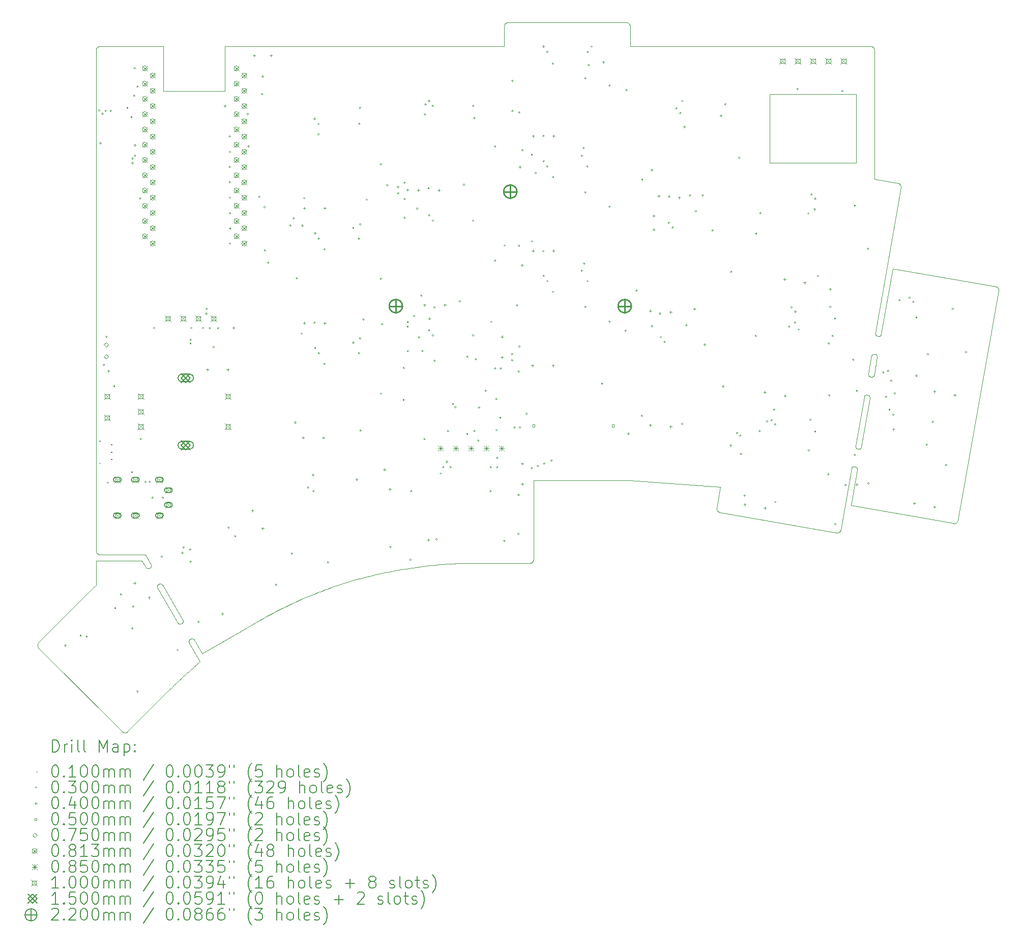
<source format=gbr>
%FSLAX45Y45*%
G04 Gerber Fmt 4.5, Leading zero omitted, Abs format (unit mm)*
G04 Created by KiCad (PCBNEW (6.0.4)) date 2022-05-03 22:23:00*
%MOMM*%
%LPD*%
G01*
G04 APERTURE LIST*
%TA.AperFunction,Profile*%
%ADD10C,0.010000*%
%TD*%
%ADD11C,0.010000*%
%TA.AperFunction,Profile*%
%ADD12C,0.100000*%
%TD*%
%ADD13C,0.200000*%
%ADD14C,0.030000*%
%ADD15C,0.040000*%
%ADD16C,0.050000*%
%ADD17C,0.075000*%
%ADD18C,0.081280*%
%ADD19C,0.085000*%
%ADD20C,0.100000*%
%ADD21C,0.150000*%
%ADD22C,0.220000*%
G04 APERTURE END LIST*
D10*
X9420513Y-14904833D02*
X9089081Y-14333642D01*
X21327375Y-9013104D02*
X21133452Y-10102598D01*
D11*
X9505134Y-14855471D02*
X9506394Y-14857484D01*
X9507531Y-14859554D01*
X9508546Y-14861676D01*
X9509438Y-14863844D01*
X9510209Y-14866054D01*
X9510859Y-14868300D01*
X9511389Y-14870577D01*
X9511800Y-14872880D01*
X9512092Y-14875203D01*
X9512266Y-14877542D01*
X9512322Y-14879891D01*
X9512261Y-14882245D01*
X9512085Y-14884599D01*
X9511792Y-14886949D01*
X9511385Y-14889287D01*
X9510864Y-14891611D01*
X9510228Y-14893913D01*
X9509480Y-14896190D01*
X9508620Y-14898436D01*
X9507648Y-14900646D01*
X9506564Y-14902814D01*
X9505371Y-14904936D01*
X9504067Y-14907006D01*
X9502655Y-14909020D01*
X9501134Y-14910971D01*
X9499505Y-14912855D01*
X9497769Y-14914667D01*
X9495927Y-14916402D01*
X9493979Y-14918054D01*
X9491925Y-14919618D01*
X9489767Y-14921089D01*
X9487505Y-14922462D01*
D10*
X21024150Y-7525187D02*
X21024150Y-5388510D01*
X9184280Y-6061951D02*
X9184280Y-5314467D01*
D11*
X15276983Y-13917589D02*
X15280597Y-13917497D01*
X15284166Y-13917223D01*
X15287685Y-13916773D01*
X15291148Y-13916150D01*
X15294552Y-13915359D01*
X15297893Y-13914405D01*
X15301164Y-13913292D01*
X15304363Y-13912025D01*
X15307485Y-13910608D01*
X15310524Y-13909045D01*
X15313477Y-13907342D01*
X15316339Y-13905503D01*
X15319105Y-13903532D01*
X15321771Y-13901434D01*
X15324333Y-13899213D01*
X15326785Y-13896875D01*
X15329124Y-13894422D01*
X15331345Y-13891860D01*
X15333443Y-13889194D01*
X15335414Y-13886428D01*
X15337253Y-13883566D01*
X15338956Y-13880613D01*
X15340519Y-13877574D01*
X15341936Y-13874452D01*
X15343203Y-13871253D01*
X15344316Y-13867982D01*
X15345270Y-13864641D01*
X15346061Y-13861237D01*
X15346684Y-13857774D01*
X15347134Y-13854255D01*
X15347408Y-13850686D01*
X15347500Y-13847072D01*
X23083258Y-9390372D02*
X23084468Y-9386758D01*
X23085455Y-9383187D01*
X23086225Y-9379665D01*
X23086784Y-9376193D01*
X23087136Y-9372776D01*
X23087287Y-9369416D01*
X23087241Y-9366117D01*
X23087004Y-9362882D01*
X23086582Y-9359714D01*
X23085978Y-9356616D01*
X23085199Y-9353592D01*
X23084250Y-9350645D01*
X23083135Y-9347777D01*
X23081860Y-9344993D01*
X23080430Y-9342296D01*
X23078851Y-9339688D01*
X23077127Y-9337173D01*
X23075263Y-9334755D01*
X23073265Y-9332436D01*
X23071138Y-9330219D01*
X23068887Y-9328109D01*
X23066517Y-9326107D01*
X23064034Y-9324218D01*
X23061442Y-9322444D01*
X23058747Y-9320790D01*
X23055953Y-9319257D01*
X23053067Y-9317849D01*
X23050093Y-9316570D01*
X23047036Y-9315423D01*
X23043902Y-9314410D01*
X23040696Y-9313536D01*
X23037422Y-9312803D01*
D10*
X14853878Y-5314467D02*
X10210308Y-5314467D01*
D11*
X10517059Y-15028238D02*
X10524010Y-15023621D01*
X10530982Y-15019024D01*
X10537973Y-15014448D01*
X10544983Y-15009893D01*
X10552011Y-15005358D01*
X10559057Y-15000844D01*
X10566119Y-14996350D01*
X10573197Y-14991877D01*
X10580291Y-14987425D01*
X10587400Y-14982994D01*
X10594522Y-14978583D01*
X10601659Y-14974193D01*
X10608808Y-14969824D01*
X10615970Y-14965475D01*
X10623143Y-14961147D01*
X10630327Y-14956839D01*
X10637522Y-14952552D01*
X10644726Y-14948286D01*
X10651939Y-14944041D01*
X10659161Y-14939816D01*
X10666390Y-14935612D01*
X10673627Y-14931428D01*
X10680870Y-14927265D01*
X10688118Y-14923123D01*
X10695372Y-14919001D01*
X10702631Y-14914901D01*
X10709893Y-14910820D01*
X10717159Y-14906761D01*
X10724427Y-14902722D01*
X10731697Y-14898704D01*
X10738968Y-14894706D01*
X10746240Y-14890729D01*
D10*
X21408470Y-7592179D02*
X21024150Y-7525187D01*
D11*
X20692719Y-12309793D02*
X20695332Y-12310194D01*
X20697880Y-12310736D01*
X20700361Y-12311412D01*
X20702773Y-12312217D01*
X20705112Y-12313145D01*
X20707376Y-12314193D01*
X20709563Y-12315354D01*
X20711670Y-12316624D01*
X20713694Y-12317997D01*
X20715633Y-12319468D01*
X20717484Y-12321032D01*
X20719245Y-12322684D01*
X20720913Y-12324418D01*
X20722485Y-12326230D01*
X20723959Y-12328115D01*
X20725333Y-12330066D01*
X20726603Y-12332080D01*
X20727767Y-12334150D01*
X20728823Y-12336272D01*
X20729768Y-12338440D01*
X20730599Y-12340650D01*
X20731314Y-12342896D01*
X20731910Y-12345173D01*
X20732385Y-12347475D01*
X20732735Y-12349799D01*
X20732960Y-12352137D01*
X20733055Y-12354486D01*
X20733018Y-12356841D01*
X20732847Y-12359195D01*
X20732540Y-12361544D01*
X20732092Y-12363883D01*
X20731503Y-12366206D01*
X8137096Y-5314467D02*
X8133161Y-5314559D01*
X8129292Y-5314833D01*
X8125493Y-5315283D01*
X8121767Y-5315906D01*
X8118119Y-5316697D01*
X8114552Y-5317651D01*
X8111070Y-5318764D01*
X8107678Y-5320031D01*
X8104378Y-5321448D01*
X8101175Y-5323011D01*
X8098073Y-5324714D01*
X8095075Y-5326553D01*
X8092186Y-5328524D01*
X8089409Y-5330622D01*
X8086749Y-5332843D01*
X8084208Y-5335182D01*
X8081792Y-5337634D01*
X8079503Y-5340196D01*
X8077346Y-5342862D01*
X8075325Y-5345628D01*
X8073443Y-5348490D01*
X8071704Y-5351443D01*
X8070113Y-5354483D01*
X8068673Y-5357604D01*
X8067387Y-5360803D01*
X8066261Y-5364075D01*
X8065297Y-5367415D01*
X8064499Y-5370819D01*
X8063873Y-5374283D01*
X8063420Y-5377801D01*
X8063146Y-5381370D01*
X8063053Y-5384985D01*
D10*
X9184280Y-5314467D02*
X8228769Y-5314467D01*
D11*
X9279478Y-16029585D02*
X9295035Y-16014070D01*
X9310633Y-15998597D01*
X9326272Y-15983166D01*
X9341952Y-15967779D01*
X9357674Y-15952436D01*
X9373437Y-15937137D01*
X9389242Y-15921883D01*
X9405087Y-15906675D01*
X9420974Y-15891514D01*
X9436903Y-15876400D01*
X9452873Y-15861334D01*
X9468884Y-15846316D01*
X9484936Y-15831347D01*
X9501030Y-15816427D01*
X9517165Y-15801559D01*
X9533341Y-15786741D01*
X9549559Y-15771975D01*
X9565817Y-15757261D01*
X9582118Y-15742600D01*
X9598459Y-15727992D01*
X9614842Y-15713439D01*
X9631266Y-15698941D01*
X9647732Y-15684498D01*
X9664239Y-15670112D01*
X9680787Y-15655782D01*
X9697377Y-15641510D01*
X9714007Y-15627295D01*
X9730680Y-15613140D01*
X9747393Y-15599044D01*
X9764148Y-15585008D01*
X9780944Y-15571032D01*
X9797781Y-15557119D01*
X8496735Y-16717130D02*
X8499420Y-16719691D01*
X8502182Y-16722088D01*
X8505017Y-16724319D01*
X8507919Y-16726385D01*
X8510883Y-16728286D01*
X8513903Y-16730021D01*
X8516975Y-16731591D01*
X8520094Y-16732996D01*
X8523254Y-16734236D01*
X8526450Y-16735310D01*
X8529678Y-16736219D01*
X8532931Y-16736963D01*
X8536204Y-16737541D01*
X8539493Y-16737954D01*
X8542793Y-16738202D01*
X8546097Y-16738285D01*
X8549402Y-16738202D01*
X8552702Y-16737954D01*
X8555991Y-16737541D01*
X8559264Y-16736963D01*
X8562517Y-16736219D01*
X8565745Y-16735310D01*
X8568941Y-16734236D01*
X8572101Y-16732996D01*
X8575219Y-16731591D01*
X8578292Y-16730021D01*
X8581312Y-16728286D01*
X8584276Y-16726385D01*
X8587178Y-16724319D01*
X8590012Y-16722088D01*
X8592775Y-16719691D01*
X8595460Y-16717130D01*
D10*
X9840092Y-15419610D02*
X10517059Y-15028238D01*
D11*
X9617962Y-15246842D02*
X9616701Y-15244518D01*
X9615564Y-15242177D01*
X9614550Y-15239822D01*
X9613658Y-15237456D01*
X9612887Y-15235082D01*
X9612237Y-15232703D01*
X9611706Y-15230323D01*
X9611296Y-15227945D01*
X9611004Y-15225573D01*
X9610830Y-15223208D01*
X9610774Y-15220856D01*
X9610834Y-15218518D01*
X9611011Y-15216198D01*
X9611303Y-15213900D01*
X9611711Y-15211626D01*
X9612232Y-15209379D01*
X9612867Y-15207164D01*
X9613616Y-15204983D01*
X9614476Y-15202840D01*
X9615448Y-15200737D01*
X9616531Y-15198678D01*
X9617725Y-15196666D01*
X9619028Y-15194705D01*
X9620441Y-15192797D01*
X9621962Y-15190946D01*
X9623591Y-15189155D01*
X9625327Y-15187427D01*
X9627169Y-15185766D01*
X9629117Y-15184174D01*
X9631171Y-15182656D01*
X9633329Y-15181213D01*
X9635591Y-15179850D01*
D10*
X20921900Y-10761936D02*
X20971262Y-10476340D01*
X16944719Y-12542500D02*
X18453791Y-12648276D01*
D11*
X21461358Y-7669748D02*
X21461917Y-7666443D01*
X21462275Y-7663144D01*
X21462438Y-7659855D01*
X21462412Y-7656581D01*
X21462202Y-7653328D01*
X21461815Y-7650101D01*
X21461256Y-7646905D01*
X21460532Y-7643745D01*
X21459647Y-7640626D01*
X21458608Y-7637554D01*
X21457420Y-7634533D01*
X21456090Y-7631569D01*
X21454623Y-7628668D01*
X21453025Y-7625833D01*
X21451301Y-7623071D01*
X21449458Y-7620386D01*
X21447502Y-7617784D01*
X21445437Y-7615269D01*
X21443271Y-7612848D01*
X21441009Y-7610524D01*
X21438656Y-7608304D01*
X21436218Y-7606193D01*
X21433702Y-7604195D01*
X21431113Y-7602316D01*
X21428456Y-7600560D01*
X21425739Y-7598934D01*
X21422965Y-7597443D01*
X21420143Y-7596090D01*
X21417276Y-7594883D01*
X21414371Y-7593825D01*
X21411434Y-7592922D01*
X21408470Y-7592179D01*
D10*
X21066461Y-10493970D02*
X21017099Y-10779565D01*
X8831693Y-13875279D02*
X8066579Y-13875279D01*
X9797781Y-15557119D02*
X9617962Y-15246842D01*
D11*
X9702583Y-15197480D02*
X9703776Y-15199548D01*
X9705215Y-15202041D01*
X9707169Y-15205427D01*
X9709604Y-15209644D01*
X9712484Y-15214632D01*
X9715774Y-15220331D01*
X9719441Y-15226678D01*
X9723448Y-15233615D01*
X9727761Y-15241080D01*
X9732346Y-15249012D01*
X9737166Y-15257351D01*
X9742189Y-15266036D01*
X9747377Y-15275006D01*
X9752698Y-15284201D01*
X9758115Y-15293560D01*
X9763594Y-15303022D01*
X9769101Y-15312527D01*
X9774599Y-15322014D01*
X9780055Y-15331422D01*
X9785434Y-15340690D01*
X9790700Y-15349758D01*
X9795819Y-15358566D01*
X9800756Y-15367052D01*
X9805476Y-15375156D01*
X9809944Y-15382817D01*
X9814126Y-15389974D01*
X9817986Y-15396567D01*
X9821490Y-15402536D01*
X9824602Y-15407818D01*
X9827289Y-15412354D01*
X9829514Y-15416084D01*
X20847857Y-11156833D02*
X20848259Y-11154220D01*
X20848800Y-11151672D01*
X20849476Y-11149191D01*
X20850281Y-11146779D01*
X20851210Y-11144440D01*
X20852257Y-11142175D01*
X20853418Y-11139988D01*
X20854688Y-11137882D01*
X20856061Y-11135857D01*
X20857532Y-11133918D01*
X20859096Y-11132067D01*
X20860748Y-11130307D01*
X20862483Y-11128639D01*
X20864295Y-11127066D01*
X20866179Y-11125592D01*
X20868131Y-11124219D01*
X20870144Y-11122949D01*
X20872214Y-11121785D01*
X20874336Y-11120729D01*
X20876504Y-11119784D01*
X20878714Y-11118953D01*
X20880960Y-11118238D01*
X20883237Y-11117642D01*
X20885540Y-11117167D01*
X20887863Y-11116816D01*
X20890202Y-11116592D01*
X20892551Y-11116497D01*
X20894905Y-11116534D01*
X20897259Y-11116705D01*
X20899609Y-11117012D01*
X20901947Y-11117459D01*
X20904271Y-11118049D01*
D10*
X20950107Y-5314467D02*
X20854909Y-5314467D01*
D11*
X21077038Y-10141383D02*
X21074425Y-10140981D01*
X21071877Y-10140439D01*
X21069396Y-10139764D01*
X21066984Y-10138959D01*
X21064645Y-10138030D01*
X21062381Y-10136982D01*
X21060194Y-10135821D01*
X21058087Y-10134551D01*
X21056063Y-10133178D01*
X21054124Y-10131707D01*
X21052272Y-10130143D01*
X21050512Y-10128491D01*
X21048844Y-10126757D01*
X21047272Y-10124945D01*
X21045797Y-10123060D01*
X21044424Y-10121109D01*
X21043154Y-10119096D01*
X21041990Y-10117025D01*
X21040934Y-10114903D01*
X21039989Y-10112735D01*
X21039158Y-10110525D01*
X21038443Y-10108279D01*
X21037847Y-10106003D01*
X21037372Y-10103700D01*
X21037022Y-10101377D01*
X21036797Y-10099038D01*
X21036702Y-10096689D01*
X21036739Y-10094334D01*
X21036910Y-10091980D01*
X21037217Y-10089631D01*
X21037665Y-10087292D01*
X21038254Y-10084969D01*
X8063053Y-13706037D02*
X8063146Y-13709652D01*
X8063419Y-13713220D01*
X8063870Y-13716739D01*
X8064493Y-13720202D01*
X8065283Y-13723606D01*
X8066237Y-13726947D01*
X8067350Y-13730219D01*
X8068618Y-13733417D01*
X8070035Y-13736539D01*
X8071597Y-13739578D01*
X8073300Y-13742531D01*
X8075139Y-13745393D01*
X8077110Y-13748159D01*
X8079208Y-13750826D01*
X8081429Y-13753387D01*
X8083768Y-13755840D01*
X8086220Y-13758179D01*
X8088782Y-13760400D01*
X8091448Y-13762498D01*
X8094214Y-13764469D01*
X8097076Y-13766308D01*
X8100029Y-13768011D01*
X8103069Y-13769573D01*
X8106190Y-13770990D01*
X8109389Y-13772257D01*
X8112661Y-13773370D01*
X8116001Y-13774324D01*
X8119405Y-13775115D01*
X8122869Y-13775738D01*
X8126387Y-13776189D01*
X8129956Y-13776462D01*
X8133571Y-13776554D01*
D10*
X8063053Y-5384985D02*
X8063053Y-13706037D01*
D11*
X9089081Y-14333642D02*
X9087821Y-14331318D01*
X9086684Y-14328977D01*
X9085670Y-14326622D01*
X9084777Y-14324256D01*
X9084006Y-14321882D01*
X9083356Y-14319503D01*
X9082826Y-14317123D01*
X9082415Y-14314745D01*
X9082123Y-14312373D01*
X9081950Y-14310008D01*
X9081893Y-14307656D01*
X9081954Y-14305318D01*
X9082131Y-14302998D01*
X9082423Y-14300699D01*
X9082830Y-14298426D01*
X9083352Y-14296179D01*
X9083987Y-14293964D01*
X9084735Y-14291783D01*
X9085596Y-14289640D01*
X9086568Y-14287537D01*
X9087651Y-14285478D01*
X9088845Y-14283466D01*
X9090148Y-14281505D01*
X9091561Y-14279597D01*
X9093082Y-14277746D01*
X9094710Y-14275955D01*
X9096446Y-14274227D01*
X9098289Y-14272566D01*
X9100237Y-14270974D01*
X9102291Y-14269455D01*
X9104449Y-14268013D01*
X9106711Y-14266650D01*
D10*
X7798613Y-14545194D02*
X7111068Y-15232739D01*
X14853878Y-4986561D02*
X14853878Y-5314467D01*
D11*
X18393851Y-12997337D02*
X18393603Y-13000632D01*
X18393516Y-13003902D01*
X18393586Y-13007143D01*
X18393810Y-13010353D01*
X18394184Y-13013526D01*
X18394704Y-13016659D01*
X18395365Y-13019748D01*
X18396165Y-13022790D01*
X18397099Y-13025779D01*
X18398164Y-13028714D01*
X18399355Y-13031588D01*
X18400669Y-13034400D01*
X18402102Y-13037145D01*
X18403649Y-13039818D01*
X18405308Y-13042417D01*
X18407073Y-13044936D01*
X18408943Y-13047373D01*
X18410911Y-13049724D01*
X18412975Y-13051984D01*
X18415131Y-13054150D01*
X18417374Y-13056218D01*
X18419702Y-13058184D01*
X18422109Y-13060044D01*
X18424593Y-13061794D01*
X18427149Y-13063431D01*
X18429773Y-13064950D01*
X18432462Y-13066348D01*
X18435212Y-13067620D01*
X18438018Y-13068764D01*
X18440877Y-13069774D01*
X18443786Y-13070648D01*
X18446740Y-13071380D01*
D10*
X16955297Y-5314467D02*
X16955297Y-4986561D01*
D12*
X19280000Y-6115000D02*
X20720000Y-6115000D01*
X20720000Y-6115000D02*
X20720000Y-7255000D01*
X20720000Y-7255000D02*
X19280000Y-7255000D01*
X19280000Y-7255000D02*
X19280000Y-6115000D01*
D11*
X20904271Y-11118049D02*
X20906884Y-11118451D01*
X20909432Y-11118992D01*
X20911913Y-11119668D01*
X20914325Y-11120473D01*
X20916664Y-11121402D01*
X20918929Y-11122449D01*
X20921115Y-11123610D01*
X20923222Y-11124880D01*
X20925246Y-11126253D01*
X20927185Y-11127724D01*
X20929037Y-11129288D01*
X20930797Y-11130940D01*
X20932465Y-11132675D01*
X20934038Y-11134487D01*
X20935512Y-11136371D01*
X20936885Y-11138322D01*
X20938155Y-11140336D01*
X20939319Y-11142406D01*
X20940375Y-11144528D01*
X20941320Y-11146696D01*
X20942151Y-11148906D01*
X20942866Y-11151152D01*
X20943462Y-11153429D01*
X20943937Y-11155731D01*
X20944288Y-11158055D01*
X20944512Y-11160394D01*
X20944607Y-11162743D01*
X20944570Y-11165097D01*
X20944399Y-11167451D01*
X20944092Y-11169800D01*
X20943644Y-11172139D01*
X20943055Y-11174463D01*
D10*
X20706822Y-11960731D02*
X20847857Y-11156833D01*
X8595460Y-16717130D02*
X9279478Y-16029585D01*
D11*
X21024150Y-5388510D02*
X21024058Y-5384585D01*
X21023784Y-5380745D01*
X21023331Y-5376991D01*
X21022704Y-5373326D01*
X21021907Y-5369751D01*
X21020943Y-5366268D01*
X21019816Y-5362880D01*
X21018531Y-5359587D01*
X21017091Y-5356393D01*
X21015499Y-5353299D01*
X21013761Y-5350307D01*
X21011879Y-5347419D01*
X21009857Y-5344637D01*
X21007700Y-5341962D01*
X21005412Y-5339398D01*
X21002995Y-5336945D01*
X21000455Y-5334605D01*
X20997794Y-5332381D01*
X20995017Y-5330275D01*
X20992128Y-5328288D01*
X20989131Y-5326423D01*
X20986029Y-5324681D01*
X20982826Y-5323064D01*
X20979526Y-5321574D01*
X20976133Y-5320213D01*
X20972652Y-5318984D01*
X20969085Y-5317887D01*
X20965436Y-5316926D01*
X20961711Y-5316101D01*
X20957911Y-5315415D01*
X20954042Y-5314870D01*
X20950107Y-5314467D01*
D10*
X20460011Y-13360502D02*
X20636305Y-12348577D01*
D11*
X21017099Y-10779565D02*
X21016697Y-10782178D01*
X21016155Y-10784727D01*
X21015479Y-10787208D01*
X21014675Y-10789619D01*
X21013746Y-10791959D01*
X21012698Y-10794223D01*
X21011537Y-10796410D01*
X21010267Y-10798517D01*
X21008894Y-10800541D01*
X21007423Y-10802480D01*
X21005859Y-10804331D01*
X21004207Y-10806092D01*
X21002473Y-10807760D01*
X21000661Y-10809332D01*
X20998776Y-10810806D01*
X20996825Y-10812179D01*
X20994811Y-10813450D01*
X20992741Y-10814614D01*
X20990619Y-10815670D01*
X20988451Y-10816614D01*
X20986241Y-10817445D01*
X20983995Y-10818160D01*
X20981719Y-10818756D01*
X20979416Y-10819231D01*
X20977093Y-10819582D01*
X20974754Y-10819806D01*
X20972405Y-10819901D01*
X20970050Y-10819865D01*
X20967696Y-10819694D01*
X20965347Y-10819386D01*
X20963008Y-10818939D01*
X20960685Y-10818350D01*
X9487505Y-14922462D02*
X9485181Y-14923722D01*
X9482840Y-14924859D01*
X9480485Y-14925874D01*
X9478118Y-14926766D01*
X9475744Y-14927537D01*
X9473366Y-14928187D01*
X9470986Y-14928717D01*
X9468608Y-14929128D01*
X9466236Y-14929420D01*
X9463871Y-14929594D01*
X9461518Y-14929650D01*
X9459181Y-14929589D01*
X9456861Y-14929413D01*
X9454562Y-14929120D01*
X9452288Y-14928713D01*
X9450042Y-14928191D01*
X9447827Y-14927556D01*
X9445646Y-14926808D01*
X9443503Y-14925948D01*
X9441400Y-14924975D01*
X9439341Y-14923892D01*
X9437329Y-14922699D01*
X9435368Y-14921395D01*
X9433460Y-14919983D01*
X9431609Y-14918462D01*
X9429818Y-14916833D01*
X9428090Y-14915097D01*
X9426429Y-14913255D01*
X9424837Y-14911306D01*
X9423318Y-14909253D01*
X9421876Y-14907095D01*
X9420513Y-14904833D01*
D10*
X10210308Y-5314467D02*
X10210308Y-6061951D01*
X15347500Y-12542500D02*
X16944719Y-12542500D01*
X14296791Y-13917589D02*
X15276983Y-13917589D01*
D11*
X20971262Y-10476340D02*
X20971664Y-10473727D01*
X20972206Y-10471179D01*
X20972881Y-10468698D01*
X20973686Y-10466286D01*
X20974615Y-10463947D01*
X20975663Y-10461683D01*
X20976824Y-10459496D01*
X20978094Y-10457389D01*
X20979467Y-10455365D01*
X20980938Y-10453426D01*
X20982502Y-10451575D01*
X20984154Y-10449814D01*
X20985888Y-10448146D01*
X20987700Y-10446574D01*
X20989584Y-10445100D01*
X20991536Y-10443726D01*
X20993549Y-10442456D01*
X20995620Y-10441292D01*
X20997741Y-10440236D01*
X20999910Y-10439291D01*
X21002120Y-10438460D01*
X21004365Y-10437745D01*
X21006642Y-10437149D01*
X21008945Y-10436674D01*
X21011268Y-10436323D01*
X21013607Y-10436099D01*
X21015956Y-10436004D01*
X21018311Y-10436041D01*
X21020665Y-10436212D01*
X21023014Y-10436519D01*
X21025353Y-10436966D01*
X21027676Y-10437556D01*
D10*
X22409817Y-13198312D02*
X23083258Y-9390372D01*
D11*
X9635591Y-15179850D02*
X9637915Y-15178590D01*
X9640256Y-15177453D01*
X9642611Y-15176439D01*
X9644977Y-15175546D01*
X9647351Y-15174775D01*
X9649730Y-15174125D01*
X9652110Y-15173595D01*
X9654488Y-15173184D01*
X9656860Y-15172892D01*
X9659225Y-15172719D01*
X9661577Y-15172662D01*
X9663915Y-15172723D01*
X9666235Y-15172900D01*
X9668533Y-15173192D01*
X9670807Y-15173599D01*
X9673054Y-15174121D01*
X9675269Y-15174756D01*
X9677450Y-15175504D01*
X9679593Y-15176365D01*
X9681696Y-15177337D01*
X9683755Y-15178420D01*
X9685767Y-15179614D01*
X9687728Y-15180917D01*
X9689636Y-15182330D01*
X9691487Y-15183851D01*
X9693278Y-15185479D01*
X9695006Y-15187215D01*
X9696667Y-15189058D01*
X9698259Y-15191006D01*
X9699777Y-15193060D01*
X9701220Y-15195218D01*
X9702583Y-15197480D01*
D10*
X21401418Y-8011757D02*
X21461358Y-7669748D01*
X18446740Y-13071380D02*
X20382442Y-13413390D01*
D11*
X20382442Y-13413390D02*
X20385747Y-13413958D01*
X20389046Y-13414345D01*
X20392335Y-13414554D01*
X20395609Y-13414588D01*
X20398862Y-13414452D01*
X20402089Y-13414149D01*
X20405285Y-13413683D01*
X20408445Y-13413059D01*
X20411564Y-13412280D01*
X20414636Y-13411350D01*
X20417657Y-13410272D01*
X20420621Y-13409051D01*
X20423522Y-13407691D01*
X20426357Y-13406195D01*
X20429119Y-13404567D01*
X20431804Y-13402812D01*
X20434406Y-13400933D01*
X20436921Y-13398933D01*
X20439342Y-13396818D01*
X20441666Y-13394590D01*
X20443886Y-13392253D01*
X20445997Y-13389812D01*
X20447995Y-13387270D01*
X20449874Y-13384632D01*
X20451629Y-13381900D01*
X20453256Y-13379080D01*
X20454747Y-13376174D01*
X20456100Y-13373186D01*
X20457307Y-13370122D01*
X20458365Y-13366983D01*
X20459268Y-13363775D01*
X20460011Y-13360502D01*
X14920870Y-4919570D02*
X14917575Y-4919662D01*
X14914307Y-4919935D01*
X14911069Y-4920383D01*
X14907868Y-4921002D01*
X14904708Y-4921786D01*
X14901594Y-4922731D01*
X14898533Y-4923830D01*
X14895527Y-4925079D01*
X14892584Y-4926473D01*
X14889708Y-4928006D01*
X14886905Y-4929673D01*
X14884179Y-4931470D01*
X14881535Y-4933390D01*
X14878979Y-4935429D01*
X14876517Y-4937582D01*
X14874152Y-4939843D01*
X14871891Y-4942208D01*
X14869738Y-4944671D01*
X14867698Y-4947227D01*
X14865778Y-4949870D01*
X14863981Y-4952596D01*
X14862314Y-4955400D01*
X14860781Y-4958276D01*
X14859387Y-4961219D01*
X14858138Y-4964224D01*
X14857039Y-4967286D01*
X14856095Y-4970400D01*
X14855311Y-4973560D01*
X14854692Y-4976761D01*
X14854243Y-4979998D01*
X14853970Y-4983267D01*
X14853878Y-4986561D01*
D10*
X23037422Y-9312803D02*
X21327375Y-9013104D01*
D11*
X7111068Y-15232739D02*
X7108507Y-15235423D01*
X7106110Y-15238186D01*
X7103879Y-15241020D01*
X7101813Y-15243922D01*
X7099912Y-15246886D01*
X7098177Y-15249906D01*
X7096607Y-15252979D01*
X7095202Y-15256097D01*
X7093962Y-15259257D01*
X7092888Y-15262454D01*
X7091979Y-15265681D01*
X7091235Y-15268934D01*
X7090657Y-15272207D01*
X7090244Y-15275497D01*
X7089996Y-15278796D01*
X7089913Y-15282101D01*
X7089996Y-15285405D01*
X7090244Y-15288705D01*
X7090657Y-15291994D01*
X7091235Y-15295268D01*
X7091979Y-15298521D01*
X7092888Y-15301748D01*
X7093962Y-15304944D01*
X7095202Y-15308104D01*
X7096607Y-15311223D01*
X7098177Y-15314295D01*
X7099912Y-15317315D01*
X7101813Y-15320279D01*
X7103879Y-15323181D01*
X7106110Y-15326016D01*
X7108507Y-15328778D01*
X7111068Y-15331463D01*
X8958624Y-13998684D02*
X8956301Y-13999944D01*
X8953960Y-14001081D01*
X8951604Y-14002096D01*
X8949238Y-14002988D01*
X8946864Y-14003759D01*
X8944486Y-14004409D01*
X8942106Y-14004939D01*
X8939728Y-14005350D01*
X8937355Y-14005642D01*
X8934991Y-14005816D01*
X8932638Y-14005872D01*
X8930300Y-14005812D01*
X8927980Y-14005635D01*
X8925682Y-14005342D01*
X8923408Y-14004935D01*
X8921162Y-14004414D01*
X8918947Y-14003778D01*
X8916766Y-14003030D01*
X8914622Y-14002170D01*
X8912519Y-14001198D01*
X8910460Y-14000114D01*
X8908449Y-13998921D01*
X8906487Y-13997617D01*
X8904579Y-13996205D01*
X8902728Y-13994684D01*
X8900937Y-13993055D01*
X8899209Y-13991319D01*
X8897548Y-13989477D01*
X8895957Y-13987529D01*
X8894438Y-13985475D01*
X8892996Y-13983317D01*
X8891633Y-13981055D01*
D10*
X8884581Y-13776554D02*
X8976254Y-13931693D01*
X8891633Y-13981055D02*
X8831693Y-13875279D01*
D11*
X10746240Y-14890729D02*
X10798258Y-14860867D01*
X10850511Y-14831442D01*
X10902984Y-14802459D01*
X10955664Y-14773921D01*
X11008538Y-14745833D01*
X11061593Y-14718197D01*
X11114814Y-14691019D01*
X11168187Y-14664302D01*
X11221701Y-14638050D01*
X11275340Y-14612266D01*
X11329091Y-14586955D01*
X11382942Y-14562121D01*
X11436877Y-14537767D01*
X11490885Y-14513897D01*
X11544950Y-14490515D01*
X11599060Y-14467625D01*
X11653201Y-14445231D01*
X11707359Y-14423336D01*
X11761521Y-14401945D01*
X11815673Y-14381062D01*
X11869803Y-14360690D01*
X11923895Y-14340833D01*
X11977937Y-14321495D01*
X12031915Y-14302680D01*
X12085816Y-14284392D01*
X12139626Y-14266635D01*
X12193331Y-14249412D01*
X12246918Y-14232727D01*
X12300373Y-14216585D01*
X12353683Y-14200989D01*
X12406834Y-14185944D01*
X12459813Y-14171452D01*
X20636305Y-12348577D02*
X20636707Y-12345964D01*
X20637248Y-12343416D01*
X20637924Y-12340934D01*
X20638729Y-12338523D01*
X20639658Y-12336184D01*
X20640705Y-12333919D01*
X20641866Y-12331732D01*
X20643136Y-12329625D01*
X20644509Y-12327601D01*
X20645980Y-12325662D01*
X20647544Y-12323811D01*
X20649196Y-12322050D01*
X20650931Y-12320383D01*
X20652743Y-12318810D01*
X20654627Y-12317336D01*
X20656578Y-12315963D01*
X20658592Y-12314693D01*
X20660662Y-12313528D01*
X20662784Y-12312473D01*
X20664952Y-12311528D01*
X20667162Y-12310697D01*
X20669408Y-12309982D01*
X20671685Y-12309386D01*
X20673987Y-12308911D01*
X20676311Y-12308560D01*
X20678650Y-12308336D01*
X20680999Y-12308241D01*
X20683353Y-12308277D01*
X20685707Y-12308448D01*
X20688056Y-12308756D01*
X20690395Y-12309203D01*
X20692719Y-12309793D01*
X12459813Y-14171452D02*
X12517699Y-14156153D01*
X12575657Y-14141330D01*
X12633677Y-14126982D01*
X12691749Y-14113109D01*
X12749862Y-14099712D01*
X12808006Y-14086789D01*
X12866171Y-14074342D01*
X12924346Y-14062370D01*
X12982521Y-14050873D01*
X13040686Y-14039851D01*
X13098830Y-14029305D01*
X13156943Y-14019233D01*
X13215015Y-14009637D01*
X13273035Y-14000516D01*
X13330993Y-13991870D01*
X13388879Y-13983699D01*
X13446683Y-13976004D01*
X13504393Y-13968783D01*
X13562000Y-13962038D01*
X13619493Y-13955768D01*
X13676863Y-13949973D01*
X13734098Y-13944653D01*
X13791188Y-13939808D01*
X13848124Y-13935439D01*
X13904894Y-13931545D01*
X13961489Y-13928125D01*
X14017898Y-13925181D01*
X14074110Y-13922713D01*
X14130116Y-13920719D01*
X14185905Y-13919200D01*
X14241467Y-13918157D01*
X14296791Y-13917589D01*
D10*
X20943055Y-11174463D02*
X20802020Y-11978361D01*
X8066579Y-13875279D02*
X8066579Y-14280754D01*
D11*
X20960685Y-10818350D02*
X20958072Y-10817948D01*
X20955523Y-10817406D01*
X20953042Y-10816730D01*
X20950630Y-10815926D01*
X20948291Y-10814997D01*
X20946027Y-10813949D01*
X20943840Y-10812788D01*
X20941733Y-10811518D01*
X20939709Y-10810145D01*
X20937770Y-10808674D01*
X20935919Y-10807110D01*
X20934158Y-10805458D01*
X20932490Y-10803724D01*
X20930918Y-10801912D01*
X20929444Y-10800027D01*
X20928070Y-10798076D01*
X20926800Y-10796062D01*
X20925636Y-10793992D01*
X20924580Y-10791870D01*
X20923635Y-10789702D01*
X20922804Y-10787492D01*
X20922089Y-10785246D01*
X20921493Y-10782970D01*
X20921019Y-10780667D01*
X20920668Y-10778344D01*
X20920444Y-10776005D01*
X20920349Y-10773656D01*
X20920385Y-10771301D01*
X20920556Y-10768947D01*
X20920864Y-10766598D01*
X20921311Y-10764259D01*
X20921900Y-10761936D01*
D10*
X8228769Y-5314467D02*
X8137096Y-5314467D01*
X7111068Y-15331463D02*
X8496735Y-16717130D01*
X21038254Y-10084969D02*
X21401418Y-8011757D01*
D11*
X9106711Y-14266650D02*
X9109034Y-14265390D01*
X9111376Y-14264253D01*
X9113731Y-14263238D01*
X9116097Y-14262346D01*
X9118471Y-14261575D01*
X9120850Y-14260925D01*
X9123229Y-14260395D01*
X9125607Y-14259984D01*
X9127980Y-14259692D01*
X9130344Y-14259518D01*
X9132697Y-14259462D01*
X9135035Y-14259523D01*
X9137355Y-14259699D01*
X9139653Y-14259992D01*
X9141927Y-14260399D01*
X9144173Y-14260921D01*
X9146388Y-14261556D01*
X9148569Y-14262304D01*
X9150713Y-14263164D01*
X9152816Y-14264137D01*
X9154874Y-14265220D01*
X9156886Y-14266413D01*
X9158848Y-14267717D01*
X9160756Y-14269129D01*
X9162607Y-14270650D01*
X9164398Y-14272279D01*
X9166125Y-14274015D01*
X9167787Y-14275857D01*
X9169378Y-14277806D01*
X9170897Y-14279859D01*
X9172339Y-14282017D01*
X9173702Y-14284280D01*
X16955297Y-4986561D02*
X16955205Y-4983267D01*
X16954932Y-4979998D01*
X16954483Y-4976761D01*
X16953864Y-4973560D01*
X16953080Y-4970400D01*
X16952136Y-4967286D01*
X16951037Y-4964224D01*
X16949788Y-4961219D01*
X16948394Y-4958276D01*
X16946861Y-4955400D01*
X16945193Y-4952596D01*
X16943397Y-4949870D01*
X16941477Y-4947227D01*
X16939437Y-4944671D01*
X16937284Y-4942208D01*
X16935023Y-4939843D01*
X16932658Y-4937582D01*
X16930196Y-4935429D01*
X16927640Y-4933390D01*
X16924996Y-4931470D01*
X16922270Y-4929673D01*
X16919466Y-4928006D01*
X16916591Y-4926473D01*
X16913647Y-4925079D01*
X16910642Y-4923830D01*
X16907580Y-4922731D01*
X16904467Y-4921786D01*
X16901307Y-4921002D01*
X16898105Y-4920383D01*
X16894868Y-4919935D01*
X16891599Y-4919662D01*
X16888305Y-4919570D01*
X20802020Y-11978361D02*
X20801618Y-11980974D01*
X20801077Y-11983522D01*
X20800401Y-11986003D01*
X20799596Y-11988415D01*
X20798668Y-11990754D01*
X20797620Y-11993018D01*
X20796459Y-11995205D01*
X20795189Y-11997312D01*
X20793816Y-11999336D01*
X20792345Y-12001275D01*
X20790781Y-12003127D01*
X20789129Y-12004887D01*
X20787394Y-12006555D01*
X20785582Y-12008127D01*
X20783698Y-12009602D01*
X20781747Y-12010975D01*
X20779733Y-12012245D01*
X20777663Y-12013409D01*
X20775541Y-12014465D01*
X20773373Y-12015410D01*
X20771163Y-12016241D01*
X20768917Y-12016956D01*
X20766640Y-12017552D01*
X20764338Y-12018027D01*
X20762014Y-12018378D01*
X20759676Y-12018602D01*
X20757326Y-12018697D01*
X20754972Y-12018660D01*
X20752618Y-12018490D01*
X20750269Y-12018182D01*
X20747930Y-12017735D01*
X20745607Y-12017145D01*
X22332248Y-13254726D02*
X22335863Y-13255294D01*
X22339433Y-13255680D01*
X22342956Y-13255887D01*
X22346427Y-13255917D01*
X22349844Y-13255774D01*
X22353204Y-13255462D01*
X22356503Y-13254983D01*
X22359739Y-13254340D01*
X22362907Y-13253537D01*
X22366005Y-13252578D01*
X22369029Y-13251465D01*
X22371976Y-13250201D01*
X22374843Y-13248790D01*
X22377627Y-13247236D01*
X22380325Y-13245540D01*
X22382932Y-13243707D01*
X22385447Y-13241740D01*
X22387866Y-13239642D01*
X22390185Y-13237416D01*
X22392401Y-13235065D01*
X22394512Y-13232593D01*
X22396513Y-13230002D01*
X22398402Y-13227297D01*
X22400176Y-13224480D01*
X22401831Y-13221555D01*
X22403364Y-13218524D01*
X22404771Y-13215392D01*
X22406050Y-13212160D01*
X22407197Y-13208834D01*
X22408210Y-13205414D01*
X22409084Y-13201906D01*
X22409817Y-13198312D01*
D10*
X9173702Y-14284280D02*
X9505134Y-14855471D01*
D11*
X21027676Y-10437556D02*
X21029969Y-10437958D01*
X21032218Y-10438499D01*
X21034420Y-10439175D01*
X21036573Y-10439980D01*
X21038675Y-10440909D01*
X21040723Y-10441956D01*
X21042713Y-10443117D01*
X21044644Y-10444387D01*
X21046514Y-10445760D01*
X21048318Y-10447231D01*
X21050056Y-10448795D01*
X21051724Y-10450447D01*
X21053319Y-10452182D01*
X21054840Y-10453994D01*
X21056283Y-10455878D01*
X21057646Y-10457829D01*
X21058927Y-10459843D01*
X21060122Y-10461913D01*
X21061229Y-10464035D01*
X21062246Y-10466203D01*
X21063170Y-10468413D01*
X21063999Y-10470659D01*
X21064729Y-10472936D01*
X21065359Y-10475238D01*
X21065885Y-10477562D01*
X21066306Y-10479901D01*
X21066618Y-10482250D01*
X21066819Y-10484604D01*
X21066906Y-10486958D01*
X21066878Y-10489307D01*
X21066730Y-10491646D01*
X21066461Y-10493970D01*
X8066579Y-14280754D02*
X8057985Y-14288707D01*
X8049392Y-14296700D01*
X8040802Y-14304731D01*
X8032216Y-14312796D01*
X8023634Y-14320896D01*
X8015060Y-14329027D01*
X8006493Y-14337188D01*
X7997935Y-14345376D01*
X7989387Y-14353591D01*
X7980851Y-14361829D01*
X7972328Y-14370089D01*
X7963819Y-14378369D01*
X7955326Y-14386668D01*
X7946849Y-14394982D01*
X7938391Y-14403311D01*
X7929952Y-14411652D01*
X7921533Y-14420003D01*
X7913137Y-14428362D01*
X7904763Y-14436729D01*
X7896414Y-14445099D01*
X7888092Y-14453472D01*
X7879796Y-14461846D01*
X7871528Y-14470219D01*
X7863291Y-14478588D01*
X7855084Y-14486952D01*
X7846909Y-14495309D01*
X7838769Y-14503657D01*
X7830662Y-14511994D01*
X7822593Y-14520318D01*
X7814560Y-14528628D01*
X7806567Y-14536920D01*
X7798613Y-14545194D01*
X20745607Y-12017145D02*
X20743304Y-12016743D01*
X20741026Y-12016202D01*
X20738778Y-12015526D01*
X20736565Y-12014721D01*
X20734390Y-12013793D01*
X20732258Y-12012745D01*
X20730174Y-12011584D01*
X20728143Y-12010314D01*
X20726168Y-12008941D01*
X20724254Y-12007470D01*
X20722407Y-12005906D01*
X20720629Y-12004254D01*
X20718927Y-12002519D01*
X20717304Y-12000707D01*
X20715765Y-11998823D01*
X20714315Y-11996872D01*
X20712957Y-11994858D01*
X20711697Y-11992788D01*
X20710539Y-11990666D01*
X20709487Y-11988498D01*
X20708547Y-11986288D01*
X20707722Y-11984042D01*
X20707017Y-11981765D01*
X20706436Y-11979463D01*
X20705985Y-11977139D01*
X20705668Y-11974800D01*
X20705488Y-11972451D01*
X20705452Y-11970097D01*
X20705562Y-11967743D01*
X20705824Y-11965394D01*
X20706243Y-11963055D01*
X20706822Y-11960731D01*
D10*
X20854909Y-5314467D02*
X16955297Y-5314467D01*
X10210308Y-6061951D02*
X9184280Y-6061951D01*
X8133571Y-13776554D02*
X8884581Y-13776554D01*
X20629253Y-12951501D02*
X22332248Y-13254726D01*
X16888305Y-4919570D02*
X14920870Y-4919570D01*
X15347500Y-13847072D02*
X15347500Y-12542500D01*
D11*
X8976254Y-13931693D02*
X8977514Y-13934016D01*
X8978651Y-13936357D01*
X8979665Y-13938713D01*
X8980558Y-13941079D01*
X8981329Y-13943453D01*
X8981979Y-13945831D01*
X8982509Y-13948211D01*
X8982920Y-13950589D01*
X8983212Y-13952962D01*
X8983385Y-13955326D01*
X8983442Y-13957679D01*
X8983381Y-13960017D01*
X8983204Y-13962336D01*
X8982912Y-13964635D01*
X8982505Y-13966909D01*
X8981983Y-13969155D01*
X8981348Y-13971370D01*
X8980600Y-13973551D01*
X8979739Y-13975695D01*
X8978767Y-13977797D01*
X8977684Y-13979856D01*
X8976490Y-13981868D01*
X8975187Y-13983830D01*
X8973774Y-13985738D01*
X8972254Y-13987589D01*
X8970625Y-13989380D01*
X8968889Y-13991107D01*
X8967046Y-13992769D01*
X8965098Y-13994360D01*
X8963045Y-13995879D01*
X8960886Y-13997321D01*
X8958624Y-13998684D01*
D10*
X20731503Y-12366206D02*
X20629253Y-12951501D01*
D11*
X9829514Y-15416084D02*
X9830506Y-15416985D01*
X9831497Y-15417718D01*
X9832489Y-15418300D01*
X9833481Y-15418749D01*
X9834472Y-15419081D01*
X9835464Y-15419314D01*
X9836456Y-15419466D01*
X9837778Y-15419573D01*
X9839100Y-15419607D01*
X9840092Y-15419610D01*
D10*
X18453791Y-12648276D02*
X18393851Y-12997337D01*
D11*
X21133452Y-10102598D02*
X21133050Y-10105211D01*
X21132509Y-10107760D01*
X21131833Y-10110241D01*
X21131028Y-10112652D01*
X21130099Y-10114992D01*
X21129052Y-10117256D01*
X21127891Y-10119443D01*
X21126621Y-10121550D01*
X21125248Y-10123574D01*
X21123777Y-10125513D01*
X21122213Y-10127364D01*
X21120561Y-10129125D01*
X21118826Y-10130793D01*
X21117014Y-10132365D01*
X21115130Y-10133839D01*
X21113179Y-10135212D01*
X21111165Y-10136483D01*
X21109095Y-10137647D01*
X21106973Y-10138703D01*
X21104805Y-10139647D01*
X21102595Y-10140478D01*
X21100349Y-10141193D01*
X21098072Y-10141789D01*
X21095770Y-10142264D01*
X21093446Y-10142615D01*
X21091107Y-10142839D01*
X21088758Y-10142934D01*
X21086404Y-10142898D01*
X21084050Y-10142727D01*
X21081701Y-10142419D01*
X21079362Y-10141972D01*
X21077038Y-10141383D01*
D13*
D11*
X8121000Y-11876000D02*
X8131000Y-11886000D01*
X8131000Y-11876000D02*
X8121000Y-11886000D01*
X8121000Y-12246000D02*
X8131000Y-12256000D01*
X8131000Y-12246000D02*
X8121000Y-12256000D01*
X8316000Y-11938500D02*
X8326000Y-11948500D01*
X8326000Y-11938500D02*
X8316000Y-11948500D01*
X8316000Y-12061000D02*
X8326000Y-12071000D01*
X8326000Y-12061000D02*
X8316000Y-12071000D01*
X8316000Y-12183500D02*
X8326000Y-12193500D01*
X8326000Y-12183500D02*
X8316000Y-12193500D01*
D14*
X7570000Y-15285000D02*
G75*
G03*
X7570000Y-15285000I-15000J0D01*
G01*
X7823100Y-15121200D02*
G75*
G03*
X7823100Y-15121200I-15000J0D01*
G01*
X7926582Y-15138116D02*
G75*
G03*
X7926582Y-15138116I-15000J0D01*
G01*
X8133400Y-6383800D02*
G75*
G03*
X8133400Y-6383800I-15000J0D01*
G01*
X8155000Y-6930000D02*
G75*
G03*
X8155000Y-6930000I-15000J0D01*
G01*
X8187500Y-6440000D02*
G75*
G03*
X8187500Y-6440000I-15000J0D01*
G01*
X8210000Y-10620000D02*
G75*
G03*
X8210000Y-10620000I-15000J0D01*
G01*
X8239800Y-6389900D02*
G75*
G03*
X8239800Y-6389900I-15000J0D01*
G01*
X8255000Y-10150000D02*
G75*
G03*
X8255000Y-10150000I-15000J0D01*
G01*
X8277348Y-12576233D02*
G75*
G03*
X8277348Y-12576233I-15000J0D01*
G01*
X8288976Y-10723312D02*
G75*
G03*
X8288976Y-10723312I-15000J0D01*
G01*
X8326700Y-6389400D02*
G75*
G03*
X8326700Y-6389400I-15000J0D01*
G01*
X8382500Y-10972500D02*
G75*
G03*
X8382500Y-10972500I-15000J0D01*
G01*
X8399363Y-14664370D02*
G75*
G03*
X8399363Y-14664370I-15000J0D01*
G01*
X8495000Y-14440000D02*
G75*
G03*
X8495000Y-14440000I-15000J0D01*
G01*
X8603000Y-6343000D02*
G75*
G03*
X8603000Y-6343000I-15000J0D01*
G01*
X8670619Y-6494100D02*
G75*
G03*
X8670619Y-6494100I-15000J0D01*
G01*
X8677664Y-12403758D02*
G75*
G03*
X8677664Y-12403758I-15000J0D01*
G01*
X8685000Y-15000000D02*
G75*
G03*
X8685000Y-15000000I-15000J0D01*
G01*
X8685303Y-7260303D02*
G75*
G03*
X8685303Y-7260303I-15000J0D01*
G01*
X8686148Y-7185000D02*
G75*
G03*
X8686148Y-7185000I-15000J0D01*
G01*
X8697500Y-14637500D02*
G75*
G03*
X8697500Y-14637500I-15000J0D01*
G01*
X8715971Y-6140400D02*
G75*
G03*
X8715971Y-6140400I-15000J0D01*
G01*
X8725000Y-5680000D02*
G75*
G03*
X8725000Y-5680000I-15000J0D01*
G01*
X8728479Y-7138479D02*
G75*
G03*
X8728479Y-7138479I-15000J0D01*
G01*
X8730000Y-6965000D02*
G75*
G03*
X8730000Y-6965000I-15000J0D01*
G01*
X8768621Y-5987921D02*
G75*
G03*
X8768621Y-5987921I-15000J0D01*
G01*
X8769852Y-16050490D02*
G75*
G03*
X8769852Y-16050490I-15000J0D01*
G01*
X8817500Y-7847500D02*
G75*
G03*
X8817500Y-7847500I-15000J0D01*
G01*
X8825000Y-11850000D02*
G75*
G03*
X8825000Y-11850000I-15000J0D01*
G01*
X8904800Y-12564200D02*
G75*
G03*
X8904800Y-12564200I-15000J0D01*
G01*
X8974514Y-12562545D02*
G75*
G03*
X8974514Y-12562545I-15000J0D01*
G01*
X9020000Y-12825000D02*
G75*
G03*
X9020000Y-12825000I-15000J0D01*
G01*
X9047500Y-10005000D02*
G75*
G03*
X9047500Y-10005000I-15000J0D01*
G01*
X9175000Y-13810000D02*
G75*
G03*
X9175000Y-13810000I-15000J0D01*
G01*
X9195000Y-12825000D02*
G75*
G03*
X9195000Y-12825000I-15000J0D01*
G01*
X9436600Y-15363809D02*
G75*
G03*
X9436600Y-15363809I-15000J0D01*
G01*
X9518424Y-13745185D02*
G75*
G03*
X9518424Y-13745185I-15000J0D01*
G01*
X9534900Y-13654456D02*
G75*
G03*
X9534900Y-13654456I-15000J0D01*
G01*
X9646102Y-13690326D02*
G75*
G03*
X9646102Y-13690326I-15000J0D01*
G01*
X9653100Y-10261600D02*
G75*
G03*
X9653100Y-10261600I-15000J0D01*
G01*
X9655000Y-13890000D02*
G75*
G03*
X9655000Y-13890000I-15000J0D01*
G01*
X9655400Y-10198700D02*
G75*
G03*
X9655400Y-10198700I-15000J0D01*
G01*
X9665000Y-10005000D02*
G75*
G03*
X9665000Y-10005000I-15000J0D01*
G01*
X9785000Y-14890000D02*
G75*
G03*
X9785000Y-14890000I-15000J0D01*
G01*
X9860000Y-10005000D02*
G75*
G03*
X9860000Y-10005000I-15000J0D01*
G01*
X9915600Y-9768100D02*
G75*
G03*
X9915600Y-9768100I-15000J0D01*
G01*
X9922121Y-9687121D02*
G75*
G03*
X9922121Y-9687121I-15000J0D01*
G01*
X9972500Y-10005000D02*
G75*
G03*
X9972500Y-10005000I-15000J0D01*
G01*
X10038432Y-10320967D02*
G75*
G03*
X10038432Y-10320967I-15000J0D01*
G01*
X10112500Y-10005000D02*
G75*
G03*
X10112500Y-10005000I-15000J0D01*
G01*
X10187475Y-14761727D02*
G75*
G03*
X10187475Y-14761727I-15000J0D01*
G01*
X10229181Y-6310619D02*
G75*
G03*
X10229181Y-6310619I-15000J0D01*
G01*
X10284954Y-13324141D02*
G75*
G03*
X10284954Y-13324141I-15000J0D01*
G01*
X10305651Y-6817049D02*
G75*
G03*
X10305651Y-6817049I-15000J0D01*
G01*
X10306101Y-7325499D02*
G75*
G03*
X10306101Y-7325499I-15000J0D01*
G01*
X10307601Y-7580999D02*
G75*
G03*
X10307601Y-7580999I-15000J0D01*
G01*
X10308401Y-7073799D02*
G75*
G03*
X10308401Y-7073799I-15000J0D01*
G01*
X10308451Y-7835849D02*
G75*
G03*
X10308451Y-7835849I-15000J0D01*
G01*
X10309051Y-8598449D02*
G75*
G03*
X10309051Y-8598449I-15000J0D01*
G01*
X10309951Y-8091349D02*
G75*
G03*
X10309951Y-8091349I-15000J0D01*
G01*
X10312701Y-8348099D02*
G75*
G03*
X10312701Y-8348099I-15000J0D01*
G01*
X10372500Y-10005000D02*
G75*
G03*
X10372500Y-10005000I-15000J0D01*
G01*
X10395000Y-13467500D02*
G75*
G03*
X10395000Y-13467500I-15000J0D01*
G01*
X10605882Y-6443800D02*
G75*
G03*
X10605882Y-6443800I-15000J0D01*
G01*
X10618346Y-6982012D02*
G75*
G03*
X10618346Y-6982012I-15000J0D01*
G01*
X10799087Y-7821000D02*
G75*
G03*
X10799087Y-7821000I-15000J0D01*
G01*
X10845000Y-6110000D02*
G75*
G03*
X10845000Y-6110000I-15000J0D01*
G01*
X10855000Y-5820000D02*
G75*
G03*
X10855000Y-5820000I-15000J0D01*
G01*
X10884750Y-7993901D02*
G75*
G03*
X10884750Y-7993901I-15000J0D01*
G01*
X10890773Y-8713069D02*
G75*
G03*
X10890773Y-8713069I-15000J0D01*
G01*
X10946894Y-8918106D02*
G75*
G03*
X10946894Y-8918106I-15000J0D01*
G01*
X11076148Y-14277750D02*
G75*
G03*
X11076148Y-14277750I-15000J0D01*
G01*
X11315000Y-8300000D02*
G75*
G03*
X11315000Y-8300000I-15000J0D01*
G01*
X11340000Y-13755000D02*
G75*
G03*
X11340000Y-13755000I-15000J0D01*
G01*
X11369147Y-8183000D02*
G75*
G03*
X11369147Y-8183000I-15000J0D01*
G01*
X11396847Y-11580000D02*
G75*
G03*
X11396847Y-11580000I-15000J0D01*
G01*
X11421797Y-9175703D02*
G75*
G03*
X11421797Y-9175703I-15000J0D01*
G01*
X11503000Y-10096000D02*
G75*
G03*
X11503000Y-10096000I-15000J0D01*
G01*
X11515000Y-8300000D02*
G75*
G03*
X11515000Y-8300000I-15000J0D01*
G01*
X11545000Y-7845000D02*
G75*
G03*
X11545000Y-7845000I-15000J0D01*
G01*
X11611568Y-12660930D02*
G75*
G03*
X11611568Y-12660930I-15000J0D01*
G01*
X11695000Y-12450000D02*
G75*
G03*
X11695000Y-12450000I-15000J0D01*
G01*
X11700400Y-12718600D02*
G75*
G03*
X11700400Y-12718600I-15000J0D01*
G01*
X11715000Y-9917500D02*
G75*
G03*
X11715000Y-9917500I-15000J0D01*
G01*
X11719200Y-6524100D02*
G75*
G03*
X11719200Y-6524100I-15000J0D01*
G01*
X11725800Y-10338500D02*
G75*
G03*
X11725800Y-10338500I-15000J0D01*
G01*
X11726600Y-8429400D02*
G75*
G03*
X11726600Y-8429400I-15000J0D01*
G01*
X11781796Y-6607350D02*
G75*
G03*
X11781796Y-6607350I-15000J0D01*
G01*
X11781832Y-6782370D02*
G75*
G03*
X11781832Y-6782370I-15000J0D01*
G01*
X11787087Y-10425142D02*
G75*
G03*
X11787087Y-10425142I-15000J0D01*
G01*
X11787880Y-8517578D02*
G75*
G03*
X11787880Y-8517578I-15000J0D01*
G01*
X11881800Y-8694976D02*
G75*
G03*
X11881800Y-8694976I-15000J0D01*
G01*
X11881900Y-10602236D02*
G75*
G03*
X11881900Y-10602236I-15000J0D01*
G01*
X11941190Y-13905014D02*
G75*
G03*
X11941190Y-13905014I-15000J0D01*
G01*
X12361557Y-10247336D02*
G75*
G03*
X12361557Y-10247336I-15000J0D01*
G01*
X12361800Y-8340076D02*
G75*
G03*
X12361800Y-8340076I-15000J0D01*
G01*
X12421894Y-12525287D02*
G75*
G03*
X12421894Y-12525287I-15000J0D01*
G01*
X12455582Y-10424789D02*
G75*
G03*
X12455582Y-10424789I-15000J0D01*
G01*
X12456018Y-8517359D02*
G75*
G03*
X12456018Y-8517359I-15000J0D01*
G01*
X12460845Y-6607883D02*
G75*
G03*
X12460845Y-6607883I-15000J0D01*
G01*
X12475000Y-6340000D02*
G75*
G03*
X12475000Y-6340000I-15000J0D01*
G01*
X12475000Y-8280000D02*
G75*
G03*
X12475000Y-8280000I-15000J0D01*
G01*
X12475000Y-10180000D02*
G75*
G03*
X12475000Y-10180000I-15000J0D01*
G01*
X12482500Y-11712500D02*
G75*
G03*
X12482500Y-11712500I-15000J0D01*
G01*
X12528000Y-9861000D02*
G75*
G03*
X12528000Y-9861000I-15000J0D01*
G01*
X12585000Y-7870000D02*
G75*
G03*
X12585000Y-7870000I-15000J0D01*
G01*
X12822500Y-7280000D02*
G75*
G03*
X12822500Y-7280000I-15000J0D01*
G01*
X12822500Y-9185000D02*
G75*
G03*
X12822500Y-9185000I-15000J0D01*
G01*
X12822500Y-11095000D02*
G75*
G03*
X12822500Y-11095000I-15000J0D01*
G01*
X12842000Y-9943000D02*
G75*
G03*
X12842000Y-9943000I-15000J0D01*
G01*
X12925000Y-7630000D02*
G75*
G03*
X12925000Y-7630000I-15000J0D01*
G01*
X12979000Y-13647400D02*
G75*
G03*
X12979000Y-13647400I-15000J0D01*
G01*
X13107500Y-7657350D02*
G75*
G03*
X13107500Y-7657350I-15000J0D01*
G01*
X13108448Y-7762650D02*
G75*
G03*
X13108448Y-7762650I-15000J0D01*
G01*
X13199000Y-11201000D02*
G75*
G03*
X13199000Y-11201000I-15000J0D01*
G01*
X13202000Y-10671000D02*
G75*
G03*
X13202000Y-10671000I-15000J0D01*
G01*
X13215000Y-7590000D02*
G75*
G03*
X13215000Y-7590000I-15000J0D01*
G01*
X13215000Y-7857500D02*
G75*
G03*
X13215000Y-7857500I-15000J0D01*
G01*
X13215000Y-8170000D02*
G75*
G03*
X13215000Y-8170000I-15000J0D01*
G01*
X13267979Y-9983279D02*
G75*
G03*
X13267979Y-9983279I-15000J0D01*
G01*
X13268490Y-7708100D02*
G75*
G03*
X13268490Y-7708100I-15000J0D01*
G01*
X13268490Y-9907600D02*
G75*
G03*
X13268490Y-9907600I-15000J0D01*
G01*
X13268490Y-10386800D02*
G75*
G03*
X13268490Y-10386800I-15000J0D01*
G01*
X13315000Y-13860000D02*
G75*
G03*
X13315000Y-13860000I-15000J0D01*
G01*
X13325000Y-12720000D02*
G75*
G03*
X13325000Y-12720000I-15000J0D01*
G01*
X13373801Y-9804740D02*
G75*
G03*
X13373801Y-9804740I-15000J0D01*
G01*
X13425000Y-8020000D02*
G75*
G03*
X13425000Y-8020000I-15000J0D01*
G01*
X13456000Y-10160000D02*
G75*
G03*
X13456000Y-10160000I-15000J0D01*
G01*
X13495000Y-9462500D02*
G75*
G03*
X13495000Y-9462500I-15000J0D01*
G01*
X13512500Y-10387500D02*
G75*
G03*
X13512500Y-10387500I-15000J0D01*
G01*
X13545000Y-11850000D02*
G75*
G03*
X13545000Y-11850000I-15000J0D01*
G01*
X13555000Y-6450000D02*
G75*
G03*
X13555000Y-6450000I-15000J0D01*
G01*
X13564000Y-6284700D02*
G75*
G03*
X13564000Y-6284700I-15000J0D01*
G01*
X13615000Y-7680000D02*
G75*
G03*
X13615000Y-7680000I-15000J0D01*
G01*
X13615000Y-13535000D02*
G75*
G03*
X13615000Y-13535000I-15000J0D01*
G01*
X13623000Y-6226900D02*
G75*
G03*
X13623000Y-6226900I-15000J0D01*
G01*
X13624200Y-10042800D02*
G75*
G03*
X13624200Y-10042800I-15000J0D01*
G01*
X13625300Y-8129700D02*
G75*
G03*
X13625300Y-8129700I-15000J0D01*
G01*
X13632500Y-9852500D02*
G75*
G03*
X13632500Y-9852500I-15000J0D01*
G01*
X13685658Y-6309595D02*
G75*
G03*
X13685658Y-6309595I-15000J0D01*
G01*
X13686486Y-10125120D02*
G75*
G03*
X13686486Y-10125120I-15000J0D01*
G01*
X13686919Y-8217359D02*
G75*
G03*
X13686919Y-8217359I-15000J0D01*
G01*
X13712500Y-9662500D02*
G75*
G03*
X13712500Y-9662500I-15000J0D01*
G01*
X13715000Y-10547500D02*
G75*
G03*
X13715000Y-10547500I-15000J0D01*
G01*
X13744400Y-13521800D02*
G75*
G03*
X13744400Y-13521800I-15000J0D01*
G01*
X13815000Y-12425000D02*
G75*
G03*
X13815000Y-12425000I-15000J0D01*
G01*
X13859700Y-12320300D02*
G75*
G03*
X13859700Y-12320300I-15000J0D01*
G01*
X13919900Y-12232400D02*
G75*
G03*
X13919900Y-12232400I-15000J0D01*
G01*
X13940000Y-11720000D02*
G75*
G03*
X13940000Y-11720000I-15000J0D01*
G01*
X13981278Y-12320203D02*
G75*
G03*
X13981278Y-12320203I-15000J0D01*
G01*
X14020297Y-11269467D02*
G75*
G03*
X14020297Y-11269467I-15000J0D01*
G01*
X14060000Y-11320000D02*
G75*
G03*
X14060000Y-11320000I-15000J0D01*
G01*
X14135000Y-9560000D02*
G75*
G03*
X14135000Y-9560000I-15000J0D01*
G01*
X14204000Y-7622000D02*
G75*
G03*
X14204000Y-7622000I-15000J0D01*
G01*
X14259000Y-11767612D02*
G75*
G03*
X14259000Y-11767612I-15000J0D01*
G01*
X14260800Y-10484784D02*
G75*
G03*
X14260800Y-10484784I-15000J0D01*
G01*
X14355982Y-10125195D02*
G75*
G03*
X14355982Y-10125195I-15000J0D01*
G01*
X14356314Y-8218070D02*
G75*
G03*
X14356314Y-8218070I-15000J0D01*
G01*
X14356954Y-6311079D02*
G75*
G03*
X14356954Y-6311079I-15000J0D01*
G01*
X14375000Y-6510000D02*
G75*
G03*
X14375000Y-6510000I-15000J0D01*
G01*
X14379219Y-11716719D02*
G75*
G03*
X14379219Y-11716719I-15000J0D01*
G01*
X14400000Y-10522500D02*
G75*
G03*
X14400000Y-10522500I-15000J0D01*
G01*
X14442500Y-11875000D02*
G75*
G03*
X14442500Y-11875000I-15000J0D01*
G01*
X14454200Y-11326749D02*
G75*
G03*
X14454200Y-11326749I-15000J0D01*
G01*
X14565000Y-11046836D02*
G75*
G03*
X14565000Y-11046836I-15000J0D01*
G01*
X14645000Y-12720000D02*
G75*
G03*
X14645000Y-12720000I-15000J0D01*
G01*
X14650287Y-12319924D02*
G75*
G03*
X14650287Y-12319924I-15000J0D01*
G01*
X14660000Y-9902500D02*
G75*
G03*
X14660000Y-9902500I-15000J0D01*
G01*
X14721000Y-6982300D02*
G75*
G03*
X14721000Y-6982300I-15000J0D01*
G01*
X14721400Y-8885300D02*
G75*
G03*
X14721400Y-8885300I-15000J0D01*
G01*
X14722500Y-10680000D02*
G75*
G03*
X14722500Y-10680000I-15000J0D01*
G01*
X14742650Y-11186500D02*
G75*
G03*
X14742650Y-11186500I-15000J0D01*
G01*
X14745000Y-11704161D02*
G75*
G03*
X14745000Y-11704161I-15000J0D01*
G01*
X14755000Y-12165000D02*
G75*
G03*
X14755000Y-12165000I-15000J0D01*
G01*
X14755000Y-12322500D02*
G75*
G03*
X14755000Y-12322500I-15000J0D01*
G01*
X14808867Y-11498867D02*
G75*
G03*
X14808867Y-11498867I-15000J0D01*
G01*
X14815000Y-10677500D02*
G75*
G03*
X14815000Y-10677500I-15000J0D01*
G01*
X14875000Y-13545000D02*
G75*
G03*
X14875000Y-13545000I-15000J0D01*
G01*
X14880000Y-8632500D02*
G75*
G03*
X14880000Y-8632500I-15000J0D01*
G01*
X15005000Y-10437350D02*
G75*
G03*
X15005000Y-10437350I-15000J0D01*
G01*
X15005000Y-10542650D02*
G75*
G03*
X15005000Y-10542650I-15000J0D01*
G01*
X15010000Y-5892500D02*
G75*
G03*
X15010000Y-5892500I-15000J0D01*
G01*
X15010000Y-6394600D02*
G75*
G03*
X15010000Y-6394600I-15000J0D01*
G01*
X15045000Y-11660000D02*
G75*
G03*
X15045000Y-11660000I-15000J0D01*
G01*
X15086000Y-9630000D02*
G75*
G03*
X15086000Y-9630000I-15000J0D01*
G01*
X15110000Y-13430000D02*
G75*
G03*
X15110000Y-13430000I-15000J0D01*
G01*
X15115000Y-10730000D02*
G75*
G03*
X15115000Y-10730000I-15000J0D01*
G01*
X15115000Y-12780000D02*
G75*
G03*
X15115000Y-12780000I-15000J0D01*
G01*
X15119000Y-8634000D02*
G75*
G03*
X15119000Y-8634000I-15000J0D01*
G01*
X15125000Y-6420000D02*
G75*
G03*
X15125000Y-6420000I-15000J0D01*
G01*
X15125000Y-10313000D02*
G75*
G03*
X15125000Y-10313000I-15000J0D01*
G01*
X15135000Y-11658809D02*
G75*
G03*
X15135000Y-11658809I-15000J0D01*
G01*
X15138000Y-7329000D02*
G75*
G03*
X15138000Y-7329000I-15000J0D01*
G01*
X15173490Y-8961000D02*
G75*
G03*
X15173490Y-8961000I-15000J0D01*
G01*
X15174901Y-7046300D02*
G75*
G03*
X15174901Y-7046300I-15000J0D01*
G01*
X15245000Y-11430000D02*
G75*
G03*
X15245000Y-11430000I-15000J0D01*
G01*
X15332493Y-12338393D02*
G75*
G03*
X15332493Y-12338393I-15000J0D01*
G01*
X15335000Y-7120000D02*
G75*
G03*
X15335000Y-7120000I-15000J0D01*
G01*
X15337500Y-8565000D02*
G75*
G03*
X15337500Y-8565000I-15000J0D01*
G01*
X15398000Y-7427000D02*
G75*
G03*
X15398000Y-7427000I-15000J0D01*
G01*
X15434812Y-12300212D02*
G75*
G03*
X15434812Y-12300212I-15000J0D01*
G01*
X15522500Y-8725000D02*
G75*
G03*
X15522500Y-8725000I-15000J0D01*
G01*
X15525000Y-6810000D02*
G75*
G03*
X15525000Y-6810000I-15000J0D01*
G01*
X15527500Y-5322600D02*
G75*
G03*
X15527500Y-5322600I-15000J0D01*
G01*
X15530000Y-7229200D02*
G75*
G03*
X15530000Y-7229200I-15000J0D01*
G01*
X15530400Y-9137300D02*
G75*
G03*
X15530400Y-9137300I-15000J0D01*
G01*
X15538491Y-12257098D02*
G75*
G03*
X15538491Y-12257098I-15000J0D01*
G01*
X15588588Y-5408654D02*
G75*
G03*
X15588588Y-5408654I-15000J0D01*
G01*
X15591592Y-7317819D02*
G75*
G03*
X15591592Y-7317819I-15000J0D01*
G01*
X15591863Y-9224598D02*
G75*
G03*
X15591863Y-9224598I-15000J0D01*
G01*
X15662500Y-12211746D02*
G75*
G03*
X15662500Y-12211746I-15000J0D01*
G01*
X15684300Y-5606912D02*
G75*
G03*
X15684300Y-5606912I-15000J0D01*
G01*
X15686200Y-7494976D02*
G75*
G03*
X15686200Y-7494976I-15000J0D01*
G01*
X15686700Y-9402236D02*
G75*
G03*
X15686700Y-9402236I-15000J0D01*
G01*
X16166000Y-7140076D02*
G75*
G03*
X16166000Y-7140076I-15000J0D01*
G01*
X16166000Y-9047336D02*
G75*
G03*
X16166000Y-9047336I-15000J0D01*
G01*
X16195000Y-7010000D02*
G75*
G03*
X16195000Y-7010000I-15000J0D01*
G01*
X16205000Y-8930000D02*
G75*
G03*
X16205000Y-8930000I-15000J0D01*
G01*
X16225000Y-5850000D02*
G75*
G03*
X16225000Y-5850000I-15000J0D01*
G01*
X16225000Y-7750000D02*
G75*
G03*
X16225000Y-7750000I-15000J0D01*
G01*
X16225000Y-9650000D02*
G75*
G03*
X16225000Y-9650000I-15000J0D01*
G01*
X16260213Y-7317637D02*
G75*
G03*
X16260213Y-7317637I-15000J0D01*
G01*
X16260530Y-9224554D02*
G75*
G03*
X16260530Y-9224554I-15000J0D01*
G01*
X16264303Y-5412184D02*
G75*
G03*
X16264303Y-5412184I-15000J0D01*
G01*
X16280000Y-5627500D02*
G75*
G03*
X16280000Y-5627500I-15000J0D01*
G01*
X16327600Y-5321800D02*
G75*
G03*
X16327600Y-5321800I-15000J0D01*
G01*
X16503347Y-10930218D02*
G75*
G03*
X16503347Y-10930218I-15000J0D01*
G01*
X16527500Y-5585000D02*
G75*
G03*
X16527500Y-5585000I-15000J0D01*
G01*
X16625700Y-7986500D02*
G75*
G03*
X16625700Y-7986500I-15000J0D01*
G01*
X16626139Y-5972461D02*
G75*
G03*
X16626139Y-5972461I-15000J0D01*
G01*
X16626600Y-9895100D02*
G75*
G03*
X16626600Y-9895100I-15000J0D01*
G01*
X16892500Y-10047500D02*
G75*
G03*
X16892500Y-10047500I-15000J0D01*
G01*
X16910272Y-6046491D02*
G75*
G03*
X16910272Y-6046491I-15000J0D01*
G01*
X16943002Y-11765704D02*
G75*
G03*
X16943002Y-11765704I-15000J0D01*
G01*
X17076069Y-9385031D02*
G75*
G03*
X17076069Y-9385031I-15000J0D01*
G01*
X17166000Y-11467000D02*
G75*
G03*
X17166000Y-11467000I-15000J0D01*
G01*
X17171250Y-7536250D02*
G75*
G03*
X17171250Y-7536250I-15000J0D01*
G01*
X17332500Y-7377500D02*
G75*
G03*
X17332500Y-7377500I-15000J0D01*
G01*
X17333000Y-9975000D02*
G75*
G03*
X17333000Y-9975000I-15000J0D01*
G01*
X17365000Y-8140000D02*
G75*
G03*
X17365000Y-8140000I-15000J0D01*
G01*
X17365000Y-8370000D02*
G75*
G03*
X17365000Y-8370000I-15000J0D01*
G01*
X17467500Y-9765000D02*
G75*
G03*
X17467500Y-9765000I-15000J0D01*
G01*
X17480100Y-10156000D02*
G75*
G03*
X17480100Y-10156000I-15000J0D01*
G01*
X17541300Y-10235700D02*
G75*
G03*
X17541300Y-10235700I-15000J0D01*
G01*
X17613900Y-8251600D02*
G75*
G03*
X17613900Y-8251600I-15000J0D01*
G01*
X17620000Y-7820000D02*
G75*
G03*
X17620000Y-7820000I-15000J0D01*
G01*
X17675626Y-8333342D02*
G75*
G03*
X17675626Y-8333342I-15000J0D01*
G01*
X17740700Y-6347900D02*
G75*
G03*
X17740700Y-6347900I-15000J0D01*
G01*
X17803364Y-6427840D02*
G75*
G03*
X17803364Y-6427840I-15000J0D01*
G01*
X17835000Y-6227500D02*
G75*
G03*
X17835000Y-6227500I-15000J0D01*
G01*
X17835000Y-11600000D02*
G75*
G03*
X17835000Y-11600000I-15000J0D01*
G01*
X17875000Y-6660000D02*
G75*
G03*
X17875000Y-6660000I-15000J0D01*
G01*
X17905000Y-9960000D02*
G75*
G03*
X17905000Y-9960000I-15000J0D01*
G01*
X17965000Y-7800000D02*
G75*
G03*
X17965000Y-7800000I-15000J0D01*
G01*
X18045000Y-9690000D02*
G75*
G03*
X18045000Y-9690000I-15000J0D01*
G01*
X18065000Y-8060000D02*
G75*
G03*
X18065000Y-8060000I-15000J0D01*
G01*
X18175000Y-7800000D02*
G75*
G03*
X18175000Y-7800000I-15000J0D01*
G01*
X18211256Y-10283881D02*
G75*
G03*
X18211256Y-10283881I-15000J0D01*
G01*
X18341724Y-8379885D02*
G75*
G03*
X18341724Y-8379885I-15000J0D01*
G01*
X18484382Y-6473002D02*
G75*
G03*
X18484382Y-6473002I-15000J0D01*
G01*
X18517800Y-10976600D02*
G75*
G03*
X18517800Y-10976600I-15000J0D01*
G01*
X18555000Y-6280000D02*
G75*
G03*
X18555000Y-6280000I-15000J0D01*
G01*
X18645000Y-11960000D02*
G75*
G03*
X18645000Y-11960000I-15000J0D01*
G01*
X18650200Y-9070800D02*
G75*
G03*
X18650200Y-9070800I-15000J0D01*
G01*
X18748703Y-11749371D02*
G75*
G03*
X18748703Y-11749371I-15000J0D01*
G01*
X18784600Y-7171000D02*
G75*
G03*
X18784600Y-7171000I-15000J0D01*
G01*
X18802650Y-11795519D02*
G75*
G03*
X18802650Y-11795519I-15000J0D01*
G01*
X18815000Y-12100000D02*
G75*
G03*
X18815000Y-12100000I-15000J0D01*
G01*
X18875000Y-12790000D02*
G75*
G03*
X18875000Y-12790000I-15000J0D01*
G01*
X19061350Y-10138000D02*
G75*
G03*
X19061350Y-10138000I-15000J0D01*
G01*
X19067394Y-8433544D02*
G75*
G03*
X19067394Y-8433544I-15000J0D01*
G01*
X19125000Y-11720000D02*
G75*
G03*
X19125000Y-11720000I-15000J0D01*
G01*
X19137500Y-8092500D02*
G75*
G03*
X19137500Y-8092500I-15000J0D01*
G01*
X19249380Y-11555375D02*
G75*
G03*
X19249380Y-11555375I-15000J0D01*
G01*
X19323400Y-11539700D02*
G75*
G03*
X19323400Y-11539700I-15000J0D01*
G01*
X19365000Y-11360000D02*
G75*
G03*
X19365000Y-11360000I-15000J0D01*
G01*
X19384814Y-11605994D02*
G75*
G03*
X19384814Y-11605994I-15000J0D01*
G01*
X19385000Y-12900000D02*
G75*
G03*
X19385000Y-12900000I-15000J0D01*
G01*
X19615000Y-9980000D02*
G75*
G03*
X19615000Y-9980000I-15000J0D01*
G01*
X19657800Y-9661000D02*
G75*
G03*
X19657800Y-9661000I-15000J0D01*
G01*
X19712100Y-9912500D02*
G75*
G03*
X19712100Y-9912500I-15000J0D01*
G01*
X19719500Y-9730500D02*
G75*
G03*
X19719500Y-9730500I-15000J0D01*
G01*
X19757500Y-6026000D02*
G75*
G03*
X19757500Y-6026000I-15000J0D01*
G01*
X19775000Y-10030000D02*
G75*
G03*
X19775000Y-10030000I-15000J0D01*
G01*
X19935000Y-8100000D02*
G75*
G03*
X19935000Y-8100000I-15000J0D01*
G01*
X19945000Y-12040000D02*
G75*
G03*
X19945000Y-12040000I-15000J0D01*
G01*
X19971257Y-11531772D02*
G75*
G03*
X19971257Y-11531772I-15000J0D01*
G01*
X19989700Y-7782400D02*
G75*
G03*
X19989700Y-7782400I-15000J0D01*
G01*
X20042897Y-8031415D02*
G75*
G03*
X20042897Y-8031415I-15000J0D01*
G01*
X20048802Y-11726321D02*
G75*
G03*
X20048802Y-11726321I-15000J0D01*
G01*
X20050700Y-7852600D02*
G75*
G03*
X20050700Y-7852600I-15000J0D01*
G01*
X20095000Y-9140000D02*
G75*
G03*
X20095000Y-9140000I-15000J0D01*
G01*
X20267100Y-12440600D02*
G75*
G03*
X20267100Y-12440600I-15000J0D01*
G01*
X20275000Y-10260000D02*
G75*
G03*
X20275000Y-10260000I-15000J0D01*
G01*
X20285000Y-11123000D02*
G75*
G03*
X20285000Y-11123000I-15000J0D01*
G01*
X20300400Y-9652700D02*
G75*
G03*
X20300400Y-9652700I-15000J0D01*
G01*
X20305000Y-9360000D02*
G75*
G03*
X20305000Y-9360000I-15000J0D01*
G01*
X20340731Y-10138100D02*
G75*
G03*
X20340731Y-10138100I-15000J0D01*
G01*
X20379157Y-9847512D02*
G75*
G03*
X20379157Y-9847512I-15000J0D01*
G01*
X20384000Y-13266000D02*
G75*
G03*
X20384000Y-13266000I-15000J0D01*
G01*
X20502500Y-6060000D02*
G75*
G03*
X20502500Y-6060000I-15000J0D01*
G01*
X20557500Y-12617500D02*
G75*
G03*
X20557500Y-12617500I-15000J0D01*
G01*
X20682500Y-10530000D02*
G75*
G03*
X20682500Y-10530000I-15000J0D01*
G01*
X20709000Y-12114130D02*
G75*
G03*
X20709000Y-12114130I-15000J0D01*
G01*
X20710742Y-7968567D02*
G75*
G03*
X20710742Y-7968567I-15000J0D01*
G01*
X20745000Y-11050000D02*
G75*
G03*
X20745000Y-11050000I-15000J0D01*
G01*
X20745000Y-12612500D02*
G75*
G03*
X20745000Y-12612500I-15000J0D01*
G01*
X20929500Y-8685700D02*
G75*
G03*
X20929500Y-8685700I-15000J0D01*
G01*
X20933000Y-12590200D02*
G75*
G03*
X20933000Y-12590200I-15000J0D01*
G01*
X21181000Y-10742000D02*
G75*
G03*
X21181000Y-10742000I-15000J0D01*
G01*
X21230307Y-11148093D02*
G75*
G03*
X21230307Y-11148093I-15000J0D01*
G01*
X21263200Y-10716000D02*
G75*
G03*
X21263200Y-10716000I-15000J0D01*
G01*
X21286700Y-11361400D02*
G75*
G03*
X21286700Y-11361400I-15000J0D01*
G01*
X21315000Y-10882500D02*
G75*
G03*
X21315000Y-10882500I-15000J0D01*
G01*
X21348499Y-11446419D02*
G75*
G03*
X21348499Y-11446419I-15000J0D01*
G01*
X21355000Y-11690000D02*
G75*
G03*
X21355000Y-11690000I-15000J0D01*
G01*
X21375000Y-11090000D02*
G75*
G03*
X21375000Y-11090000I-15000J0D01*
G01*
X21455000Y-9540000D02*
G75*
G03*
X21455000Y-9540000I-15000J0D01*
G01*
X21619900Y-9499000D02*
G75*
G03*
X21619900Y-9499000I-15000J0D01*
G01*
X21680949Y-9568913D02*
G75*
G03*
X21680949Y-9568913I-15000J0D01*
G01*
X21735000Y-9830000D02*
G75*
G03*
X21735000Y-9830000I-15000J0D01*
G01*
X21735000Y-10800000D02*
G75*
G03*
X21735000Y-10800000I-15000J0D01*
G01*
X21905000Y-11945000D02*
G75*
G03*
X21905000Y-11945000I-15000J0D01*
G01*
X21925000Y-10440000D02*
G75*
G03*
X21925000Y-10440000I-15000J0D01*
G01*
X22008800Y-11563600D02*
G75*
G03*
X22008800Y-11563600I-15000J0D01*
G01*
X22228500Y-12281700D02*
G75*
G03*
X22228500Y-12281700I-15000J0D01*
G01*
X22340900Y-9686300D02*
G75*
G03*
X22340900Y-9686300I-15000J0D01*
G01*
X22559200Y-10406300D02*
G75*
G03*
X22559200Y-10406300I-15000J0D01*
G01*
D15*
X8707084Y-14227584D02*
X8707084Y-14267584D01*
X8687084Y-14247584D02*
X8727084Y-14247584D01*
X8947500Y-14468000D02*
X8947500Y-14508000D01*
X8927500Y-14488000D02*
X8967500Y-14488000D01*
X9918000Y-10676000D02*
X9918000Y-10716000D01*
X9898000Y-10696000D02*
X9938000Y-10696000D01*
X10258000Y-10676000D02*
X10258000Y-10716000D01*
X10238000Y-10696000D02*
X10278000Y-10696000D01*
X10667200Y-13022751D02*
X10667200Y-13062751D01*
X10647200Y-13042751D02*
X10687200Y-13042751D01*
X10698300Y-5449800D02*
X10698300Y-5489800D01*
X10678300Y-5469800D02*
X10718300Y-5469800D01*
X10837200Y-13317200D02*
X10837200Y-13357200D01*
X10817200Y-13337200D02*
X10857200Y-13337200D01*
X10978300Y-5449800D02*
X10978300Y-5489800D01*
X10958300Y-5469800D02*
X10998300Y-5469800D01*
X11510000Y-11809000D02*
X11510000Y-11849000D01*
X11490000Y-11829000D02*
X11530000Y-11829000D01*
X11530000Y-7990000D02*
X11530000Y-8030000D01*
X11510000Y-8010000D02*
X11550000Y-8010000D01*
X11530000Y-9900000D02*
X11530000Y-9940000D01*
X11510000Y-9920000D02*
X11550000Y-9920000D01*
X11850000Y-11809000D02*
X11850000Y-11849000D01*
X11830000Y-11829000D02*
X11870000Y-11829000D01*
X11870000Y-7990000D02*
X11870000Y-8030000D01*
X11850000Y-8010000D02*
X11890000Y-8010000D01*
X11870000Y-9900000D02*
X11870000Y-9940000D01*
X11850000Y-9920000D02*
X11890000Y-9920000D01*
X12866301Y-12337893D02*
X12866301Y-12377893D01*
X12846301Y-12357893D02*
X12886301Y-12357893D01*
X12954299Y-12666307D02*
X12954299Y-12706307D01*
X12934299Y-12686307D02*
X12974299Y-12686307D01*
X13430000Y-7690000D02*
X13430000Y-7730000D01*
X13410000Y-7710000D02*
X13450000Y-7710000D01*
X13529700Y-9599700D02*
X13529700Y-9639700D01*
X13509700Y-9619700D02*
X13549700Y-9619700D01*
X13770000Y-7690000D02*
X13770000Y-7730000D01*
X13750000Y-7710000D02*
X13790000Y-7710000D01*
X13869700Y-9599700D02*
X13869700Y-9639700D01*
X13849700Y-9619700D02*
X13889700Y-9619700D01*
X14820000Y-10130000D02*
X14820000Y-10170000D01*
X14800000Y-10150000D02*
X14840000Y-10150000D01*
X14820000Y-10470000D02*
X14820000Y-10510000D01*
X14800000Y-10490000D02*
X14840000Y-10490000D01*
X15160400Y-12240500D02*
X15160400Y-12280500D01*
X15140400Y-12260500D02*
X15180400Y-12260500D01*
X15160400Y-12580500D02*
X15160400Y-12620500D01*
X15140400Y-12600500D02*
X15180400Y-12600500D01*
X15330000Y-10610000D02*
X15330000Y-10650000D01*
X15310000Y-10630000D02*
X15350000Y-10630000D01*
X15337900Y-8698500D02*
X15337900Y-8738500D01*
X15317900Y-8718500D02*
X15357900Y-8718500D01*
X15340000Y-6790000D02*
X15340000Y-6830000D01*
X15320000Y-6810000D02*
X15360000Y-6810000D01*
X15670000Y-10610000D02*
X15670000Y-10650000D01*
X15650000Y-10630000D02*
X15690000Y-10630000D01*
X15677900Y-8698500D02*
X15677900Y-8738500D01*
X15657900Y-8718500D02*
X15697900Y-8718500D01*
X15680000Y-6790000D02*
X15680000Y-6830000D01*
X15660000Y-6810000D02*
X15700000Y-6810000D01*
X17290000Y-11600000D02*
X17290000Y-11640000D01*
X17270000Y-11620000D02*
X17310000Y-11620000D01*
X17290828Y-9696283D02*
X17290828Y-9736283D01*
X17270828Y-9716283D02*
X17310828Y-9716283D01*
X17430000Y-7790000D02*
X17430000Y-7830000D01*
X17410000Y-7810000D02*
X17450000Y-7810000D01*
X17629172Y-11623717D02*
X17629172Y-11663717D01*
X17609172Y-11643717D02*
X17649172Y-11643717D01*
X17630000Y-9720000D02*
X17630000Y-9760000D01*
X17610000Y-9740000D02*
X17650000Y-9740000D01*
X17769172Y-7813717D02*
X17769172Y-7853717D01*
X17749172Y-7833717D02*
X17789172Y-7833717D01*
X18862583Y-12920480D02*
X18862583Y-12960480D01*
X18842583Y-12940480D02*
X18882583Y-12940480D01*
X19195165Y-11050960D02*
X19195165Y-11090960D01*
X19175165Y-11070960D02*
X19215165Y-11070960D01*
X19197417Y-12979520D02*
X19197417Y-13019520D01*
X19177417Y-12999520D02*
X19217417Y-12999520D01*
X19525165Y-9170960D02*
X19525165Y-9210960D01*
X19505165Y-9190960D02*
X19545165Y-9190960D01*
X19530000Y-11110000D02*
X19530000Y-11150000D01*
X19510000Y-11130000D02*
X19550000Y-11130000D01*
X19860000Y-9230000D02*
X19860000Y-9270000D01*
X19840000Y-9250000D02*
X19880000Y-9250000D01*
X21685165Y-12900960D02*
X21685165Y-12940960D01*
X21665165Y-12920960D02*
X21705165Y-12920960D01*
X22020000Y-11040000D02*
X22020000Y-11080000D01*
X22000000Y-11060000D02*
X22040000Y-11060000D01*
X22020000Y-12960000D02*
X22020000Y-13000000D01*
X22000000Y-12980000D02*
X22040000Y-12980000D01*
X22354835Y-11099040D02*
X22354835Y-11139040D01*
X22334835Y-11119040D02*
X22374835Y-11119040D01*
D16*
X15368678Y-11646678D02*
X15368678Y-11611322D01*
X15333322Y-11611322D01*
X15333322Y-11646678D01*
X15368678Y-11646678D01*
X16688678Y-11646678D02*
X16688678Y-11611322D01*
X16653322Y-11611322D01*
X16653322Y-11646678D01*
X16688678Y-11646678D01*
D17*
X8235000Y-10317500D02*
X8272500Y-10280000D01*
X8235000Y-10242500D01*
X8197500Y-10280000D01*
X8235000Y-10317500D01*
X8235000Y-10517500D02*
X8272500Y-10480000D01*
X8235000Y-10442500D01*
X8197500Y-10480000D01*
X8235000Y-10517500D01*
D18*
X8837360Y-5643360D02*
X8918640Y-5724640D01*
X8918640Y-5643360D02*
X8837360Y-5724640D01*
X8918640Y-5684000D02*
G75*
G03*
X8918640Y-5684000I-40640J0D01*
G01*
X8837360Y-5897360D02*
X8918640Y-5978640D01*
X8918640Y-5897360D02*
X8837360Y-5978640D01*
X8918640Y-5938000D02*
G75*
G03*
X8918640Y-5938000I-40640J0D01*
G01*
X8837360Y-6151360D02*
X8918640Y-6232640D01*
X8918640Y-6151360D02*
X8837360Y-6232640D01*
X8918640Y-6192000D02*
G75*
G03*
X8918640Y-6192000I-40640J0D01*
G01*
X8837360Y-6405360D02*
X8918640Y-6486640D01*
X8918640Y-6405360D02*
X8837360Y-6486640D01*
X8918640Y-6446000D02*
G75*
G03*
X8918640Y-6446000I-40640J0D01*
G01*
X8837360Y-6659360D02*
X8918640Y-6740640D01*
X8918640Y-6659360D02*
X8837360Y-6740640D01*
X8918640Y-6700000D02*
G75*
G03*
X8918640Y-6700000I-40640J0D01*
G01*
X8837360Y-6913360D02*
X8918640Y-6994640D01*
X8918640Y-6913360D02*
X8837360Y-6994640D01*
X8918640Y-6954000D02*
G75*
G03*
X8918640Y-6954000I-40640J0D01*
G01*
X8837360Y-7167360D02*
X8918640Y-7248640D01*
X8918640Y-7167360D02*
X8837360Y-7248640D01*
X8918640Y-7208000D02*
G75*
G03*
X8918640Y-7208000I-40640J0D01*
G01*
X8837360Y-7421360D02*
X8918640Y-7502640D01*
X8918640Y-7421360D02*
X8837360Y-7502640D01*
X8918640Y-7462000D02*
G75*
G03*
X8918640Y-7462000I-40640J0D01*
G01*
X8837360Y-7675360D02*
X8918640Y-7756640D01*
X8918640Y-7675360D02*
X8837360Y-7756640D01*
X8918640Y-7716000D02*
G75*
G03*
X8918640Y-7716000I-40640J0D01*
G01*
X8837360Y-7929360D02*
X8918640Y-8010640D01*
X8918640Y-7929360D02*
X8837360Y-8010640D01*
X8918640Y-7970000D02*
G75*
G03*
X8918640Y-7970000I-40640J0D01*
G01*
X8837360Y-8183360D02*
X8918640Y-8264640D01*
X8918640Y-8183360D02*
X8837360Y-8264640D01*
X8918640Y-8224000D02*
G75*
G03*
X8918640Y-8224000I-40640J0D01*
G01*
X8837360Y-8437360D02*
X8918640Y-8518640D01*
X8918640Y-8437360D02*
X8837360Y-8518640D01*
X8918640Y-8478000D02*
G75*
G03*
X8918640Y-8478000I-40640J0D01*
G01*
X8967242Y-5762934D02*
X9048522Y-5844214D01*
X9048522Y-5762934D02*
X8967242Y-5844214D01*
X9048522Y-5803574D02*
G75*
G03*
X9048522Y-5803574I-40640J0D01*
G01*
X8967242Y-6016934D02*
X9048522Y-6098214D01*
X9048522Y-6016934D02*
X8967242Y-6098214D01*
X9048522Y-6057574D02*
G75*
G03*
X9048522Y-6057574I-40640J0D01*
G01*
X8967242Y-6270934D02*
X9048522Y-6352214D01*
X9048522Y-6270934D02*
X8967242Y-6352214D01*
X9048522Y-6311574D02*
G75*
G03*
X9048522Y-6311574I-40640J0D01*
G01*
X8967242Y-6524934D02*
X9048522Y-6606214D01*
X9048522Y-6524934D02*
X8967242Y-6606214D01*
X9048522Y-6565574D02*
G75*
G03*
X9048522Y-6565574I-40640J0D01*
G01*
X8967242Y-6778934D02*
X9048522Y-6860214D01*
X9048522Y-6778934D02*
X8967242Y-6860214D01*
X9048522Y-6819574D02*
G75*
G03*
X9048522Y-6819574I-40640J0D01*
G01*
X8967242Y-7032934D02*
X9048522Y-7114214D01*
X9048522Y-7032934D02*
X8967242Y-7114214D01*
X9048522Y-7073574D02*
G75*
G03*
X9048522Y-7073574I-40640J0D01*
G01*
X8967242Y-7286934D02*
X9048522Y-7368214D01*
X9048522Y-7286934D02*
X8967242Y-7368214D01*
X9048522Y-7327574D02*
G75*
G03*
X9048522Y-7327574I-40640J0D01*
G01*
X8967242Y-7540934D02*
X9048522Y-7622214D01*
X9048522Y-7540934D02*
X8967242Y-7622214D01*
X9048522Y-7581574D02*
G75*
G03*
X9048522Y-7581574I-40640J0D01*
G01*
X8967242Y-7794934D02*
X9048522Y-7876214D01*
X9048522Y-7794934D02*
X8967242Y-7876214D01*
X9048522Y-7835574D02*
G75*
G03*
X9048522Y-7835574I-40640J0D01*
G01*
X8967242Y-8048934D02*
X9048522Y-8130214D01*
X9048522Y-8048934D02*
X8967242Y-8130214D01*
X9048522Y-8089574D02*
G75*
G03*
X9048522Y-8089574I-40640J0D01*
G01*
X8967242Y-8302934D02*
X9048522Y-8384214D01*
X9048522Y-8302934D02*
X8967242Y-8384214D01*
X9048522Y-8343574D02*
G75*
G03*
X9048522Y-8343574I-40640J0D01*
G01*
X8967242Y-8556935D02*
X9048522Y-8638215D01*
X9048522Y-8556935D02*
X8967242Y-8638215D01*
X9048522Y-8597575D02*
G75*
G03*
X9048522Y-8597575I-40640J0D01*
G01*
X10361360Y-5643360D02*
X10442640Y-5724640D01*
X10442640Y-5643360D02*
X10361360Y-5724640D01*
X10442640Y-5684000D02*
G75*
G03*
X10442640Y-5684000I-40640J0D01*
G01*
X10361360Y-5897360D02*
X10442640Y-5978640D01*
X10442640Y-5897360D02*
X10361360Y-5978640D01*
X10442640Y-5938000D02*
G75*
G03*
X10442640Y-5938000I-40640J0D01*
G01*
X10361360Y-6151360D02*
X10442640Y-6232640D01*
X10442640Y-6151360D02*
X10361360Y-6232640D01*
X10442640Y-6192000D02*
G75*
G03*
X10442640Y-6192000I-40640J0D01*
G01*
X10361360Y-6405360D02*
X10442640Y-6486640D01*
X10442640Y-6405360D02*
X10361360Y-6486640D01*
X10442640Y-6446000D02*
G75*
G03*
X10442640Y-6446000I-40640J0D01*
G01*
X10361360Y-6659360D02*
X10442640Y-6740640D01*
X10442640Y-6659360D02*
X10361360Y-6740640D01*
X10442640Y-6700000D02*
G75*
G03*
X10442640Y-6700000I-40640J0D01*
G01*
X10361360Y-6913360D02*
X10442640Y-6994640D01*
X10442640Y-6913360D02*
X10361360Y-6994640D01*
X10442640Y-6954000D02*
G75*
G03*
X10442640Y-6954000I-40640J0D01*
G01*
X10361360Y-7167360D02*
X10442640Y-7248640D01*
X10442640Y-7167360D02*
X10361360Y-7248640D01*
X10442640Y-7208000D02*
G75*
G03*
X10442640Y-7208000I-40640J0D01*
G01*
X10361360Y-7421360D02*
X10442640Y-7502640D01*
X10442640Y-7421360D02*
X10361360Y-7502640D01*
X10442640Y-7462000D02*
G75*
G03*
X10442640Y-7462000I-40640J0D01*
G01*
X10361360Y-7675360D02*
X10442640Y-7756640D01*
X10442640Y-7675360D02*
X10361360Y-7756640D01*
X10442640Y-7716000D02*
G75*
G03*
X10442640Y-7716000I-40640J0D01*
G01*
X10361360Y-7929360D02*
X10442640Y-8010640D01*
X10442640Y-7929360D02*
X10361360Y-8010640D01*
X10442640Y-7970000D02*
G75*
G03*
X10442640Y-7970000I-40640J0D01*
G01*
X10361360Y-8183360D02*
X10442640Y-8264640D01*
X10442640Y-8183360D02*
X10361360Y-8264640D01*
X10442640Y-8224000D02*
G75*
G03*
X10442640Y-8224000I-40640J0D01*
G01*
X10361360Y-8437360D02*
X10442640Y-8518640D01*
X10442640Y-8437360D02*
X10361360Y-8518640D01*
X10442640Y-8478000D02*
G75*
G03*
X10442640Y-8478000I-40640J0D01*
G01*
X10491242Y-5762934D02*
X10572522Y-5844214D01*
X10572522Y-5762934D02*
X10491242Y-5844214D01*
X10572522Y-5803574D02*
G75*
G03*
X10572522Y-5803574I-40640J0D01*
G01*
X10491242Y-6016934D02*
X10572522Y-6098214D01*
X10572522Y-6016934D02*
X10491242Y-6098214D01*
X10572522Y-6057574D02*
G75*
G03*
X10572522Y-6057574I-40640J0D01*
G01*
X10491242Y-6270934D02*
X10572522Y-6352214D01*
X10572522Y-6270934D02*
X10491242Y-6352214D01*
X10572522Y-6311574D02*
G75*
G03*
X10572522Y-6311574I-40640J0D01*
G01*
X10491242Y-6524934D02*
X10572522Y-6606214D01*
X10572522Y-6524934D02*
X10491242Y-6606214D01*
X10572522Y-6565574D02*
G75*
G03*
X10572522Y-6565574I-40640J0D01*
G01*
X10491242Y-6778934D02*
X10572522Y-6860214D01*
X10572522Y-6778934D02*
X10491242Y-6860214D01*
X10572522Y-6819574D02*
G75*
G03*
X10572522Y-6819574I-40640J0D01*
G01*
X10491242Y-7032934D02*
X10572522Y-7114214D01*
X10572522Y-7032934D02*
X10491242Y-7114214D01*
X10572522Y-7073574D02*
G75*
G03*
X10572522Y-7073574I-40640J0D01*
G01*
X10491242Y-7286934D02*
X10572522Y-7368214D01*
X10572522Y-7286934D02*
X10491242Y-7368214D01*
X10572522Y-7327574D02*
G75*
G03*
X10572522Y-7327574I-40640J0D01*
G01*
X10491242Y-7540934D02*
X10572522Y-7622214D01*
X10572522Y-7540934D02*
X10491242Y-7622214D01*
X10572522Y-7581574D02*
G75*
G03*
X10572522Y-7581574I-40640J0D01*
G01*
X10491242Y-7794934D02*
X10572522Y-7876214D01*
X10572522Y-7794934D02*
X10491242Y-7876214D01*
X10572522Y-7835574D02*
G75*
G03*
X10572522Y-7835574I-40640J0D01*
G01*
X10491242Y-8048934D02*
X10572522Y-8130214D01*
X10572522Y-8048934D02*
X10491242Y-8130214D01*
X10572522Y-8089574D02*
G75*
G03*
X10572522Y-8089574I-40640J0D01*
G01*
X10491242Y-8302934D02*
X10572522Y-8384214D01*
X10572522Y-8302934D02*
X10491242Y-8384214D01*
X10572522Y-8343574D02*
G75*
G03*
X10572522Y-8343574I-40640J0D01*
G01*
X10491242Y-8556935D02*
X10572522Y-8638215D01*
X10572522Y-8556935D02*
X10491242Y-8638215D01*
X10572522Y-8597575D02*
G75*
G03*
X10572522Y-8597575I-40640J0D01*
G01*
D19*
X13752500Y-11967500D02*
X13837500Y-12052500D01*
X13837500Y-11967500D02*
X13752500Y-12052500D01*
X13795000Y-11967500D02*
X13795000Y-12052500D01*
X13752500Y-12010000D02*
X13837500Y-12010000D01*
X14006500Y-11967500D02*
X14091500Y-12052500D01*
X14091500Y-11967500D02*
X14006500Y-12052500D01*
X14049000Y-11967500D02*
X14049000Y-12052500D01*
X14006500Y-12010000D02*
X14091500Y-12010000D01*
X14260500Y-11967500D02*
X14345500Y-12052500D01*
X14345500Y-11967500D02*
X14260500Y-12052500D01*
X14303000Y-11967500D02*
X14303000Y-12052500D01*
X14260500Y-12010000D02*
X14345500Y-12010000D01*
X14514500Y-11967500D02*
X14599500Y-12052500D01*
X14599500Y-11967500D02*
X14514500Y-12052500D01*
X14557000Y-11967500D02*
X14557000Y-12052500D01*
X14514500Y-12010000D02*
X14599500Y-12010000D01*
X14768500Y-11967500D02*
X14853500Y-12052500D01*
X14853500Y-11967500D02*
X14768500Y-12052500D01*
X14811000Y-11967500D02*
X14811000Y-12052500D01*
X14768500Y-12010000D02*
X14853500Y-12010000D01*
D20*
X8200000Y-11089995D02*
X8300000Y-11189995D01*
X8300000Y-11089995D02*
X8200000Y-11189995D01*
X8285356Y-11175351D02*
X8285356Y-11104639D01*
X8214644Y-11104639D01*
X8214644Y-11175351D01*
X8285356Y-11175351D01*
X8200000Y-11450000D02*
X8300000Y-11550000D01*
X8300000Y-11450000D02*
X8200000Y-11550000D01*
X8285356Y-11535356D02*
X8285356Y-11464644D01*
X8214644Y-11464644D01*
X8214644Y-11535356D01*
X8285356Y-11535356D01*
X8370000Y-12477500D02*
X8470000Y-12577500D01*
X8470000Y-12477500D02*
X8370000Y-12577500D01*
X8455356Y-12562856D02*
X8455356Y-12492144D01*
X8384644Y-12492144D01*
X8384644Y-12562856D01*
X8455356Y-12562856D01*
D13*
X8395000Y-12567500D02*
X8445000Y-12567500D01*
X8395000Y-12487500D02*
X8445000Y-12487500D01*
X8445000Y-12567500D02*
G75*
G03*
X8445000Y-12487500I0J40000D01*
G01*
X8395000Y-12487500D02*
G75*
G03*
X8395000Y-12567500I0J-40000D01*
G01*
D20*
X8370000Y-13072500D02*
X8470000Y-13172500D01*
X8470000Y-13072500D02*
X8370000Y-13172500D01*
X8455356Y-13157856D02*
X8455356Y-13087144D01*
X8384644Y-13087144D01*
X8384644Y-13157856D01*
X8455356Y-13157856D01*
D13*
X8395000Y-13162500D02*
X8445000Y-13162500D01*
X8395000Y-13082500D02*
X8445000Y-13082500D01*
X8445000Y-13162500D02*
G75*
G03*
X8445000Y-13082500I0J40000D01*
G01*
X8395000Y-13082500D02*
G75*
G03*
X8395000Y-13162500I0J-40000D01*
G01*
D20*
X8670000Y-12477500D02*
X8770000Y-12577500D01*
X8770000Y-12477500D02*
X8670000Y-12577500D01*
X8755356Y-12562856D02*
X8755356Y-12492144D01*
X8684644Y-12492144D01*
X8684644Y-12562856D01*
X8755356Y-12562856D01*
D13*
X8695000Y-12567500D02*
X8745000Y-12567500D01*
X8695000Y-12487500D02*
X8745000Y-12487500D01*
X8745000Y-12567500D02*
G75*
G03*
X8745000Y-12487500I0J40000D01*
G01*
X8695000Y-12487500D02*
G75*
G03*
X8695000Y-12567500I0J-40000D01*
G01*
D20*
X8670000Y-13072500D02*
X8770000Y-13172500D01*
X8770000Y-13072500D02*
X8670000Y-13172500D01*
X8755356Y-13157856D02*
X8755356Y-13087144D01*
X8684644Y-13087144D01*
X8684644Y-13157856D01*
X8755356Y-13157856D01*
D13*
X8695000Y-13162500D02*
X8745000Y-13162500D01*
X8695000Y-13082500D02*
X8745000Y-13082500D01*
X8745000Y-13162500D02*
G75*
G03*
X8745000Y-13082500I0J40000D01*
G01*
X8695000Y-13082500D02*
G75*
G03*
X8695000Y-13162500I0J-40000D01*
G01*
D20*
X8759000Y-11095000D02*
X8859000Y-11195000D01*
X8859000Y-11095000D02*
X8759000Y-11195000D01*
X8844356Y-11180356D02*
X8844356Y-11109644D01*
X8773644Y-11109644D01*
X8773644Y-11180356D01*
X8844356Y-11180356D01*
X8759000Y-11345000D02*
X8859000Y-11445000D01*
X8859000Y-11345000D02*
X8759000Y-11445000D01*
X8844356Y-11430356D02*
X8844356Y-11359644D01*
X8773644Y-11359644D01*
X8773644Y-11430356D01*
X8844356Y-11430356D01*
X8759000Y-11595000D02*
X8859000Y-11695000D01*
X8859000Y-11595000D02*
X8759000Y-11695000D01*
X8844356Y-11680356D02*
X8844356Y-11609644D01*
X8773644Y-11609644D01*
X8773644Y-11680356D01*
X8844356Y-11680356D01*
X9070000Y-12477500D02*
X9170000Y-12577500D01*
X9170000Y-12477500D02*
X9070000Y-12577500D01*
X9155356Y-12562856D02*
X9155356Y-12492144D01*
X9084644Y-12492144D01*
X9084644Y-12562856D01*
X9155356Y-12562856D01*
D13*
X9095000Y-12567500D02*
X9145000Y-12567500D01*
X9095000Y-12487500D02*
X9145000Y-12487500D01*
X9145000Y-12567500D02*
G75*
G03*
X9145000Y-12487500I0J40000D01*
G01*
X9095000Y-12487500D02*
G75*
G03*
X9095000Y-12567500I0J-40000D01*
G01*
D20*
X9070000Y-13072500D02*
X9170000Y-13172500D01*
X9170000Y-13072500D02*
X9070000Y-13172500D01*
X9155356Y-13157856D02*
X9155356Y-13087144D01*
X9084644Y-13087144D01*
X9084644Y-13157856D01*
X9155356Y-13157856D01*
D13*
X9095000Y-13162500D02*
X9145000Y-13162500D01*
X9095000Y-13082500D02*
X9145000Y-13082500D01*
X9145000Y-13162500D02*
G75*
G03*
X9145000Y-13082500I0J40000D01*
G01*
X9095000Y-13082500D02*
G75*
G03*
X9095000Y-13162500I0J-40000D01*
G01*
D20*
X9212911Y-9795500D02*
X9312911Y-9895500D01*
X9312911Y-9795500D02*
X9212911Y-9895500D01*
X9298267Y-9880856D02*
X9298267Y-9810144D01*
X9227555Y-9810144D01*
X9227555Y-9880856D01*
X9298267Y-9880856D01*
X9220000Y-12652500D02*
X9320000Y-12752500D01*
X9320000Y-12652500D02*
X9220000Y-12752500D01*
X9305356Y-12737856D02*
X9305356Y-12667144D01*
X9234644Y-12667144D01*
X9234644Y-12737856D01*
X9305356Y-12737856D01*
D13*
X9245000Y-12742500D02*
X9295000Y-12742500D01*
X9245000Y-12662500D02*
X9295000Y-12662500D01*
X9295000Y-12742500D02*
G75*
G03*
X9295000Y-12662500I0J40000D01*
G01*
X9245000Y-12662500D02*
G75*
G03*
X9245000Y-12742500I0J-40000D01*
G01*
D20*
X9220000Y-12897500D02*
X9320000Y-12997500D01*
X9320000Y-12897500D02*
X9220000Y-12997500D01*
X9305356Y-12982856D02*
X9305356Y-12912144D01*
X9234644Y-12912144D01*
X9234644Y-12982856D01*
X9305356Y-12982856D01*
D13*
X9245000Y-12987500D02*
X9295000Y-12987500D01*
X9245000Y-12907500D02*
X9295000Y-12907500D01*
X9295000Y-12987500D02*
G75*
G03*
X9295000Y-12907500I0J40000D01*
G01*
X9245000Y-12907500D02*
G75*
G03*
X9245000Y-12987500I0J-40000D01*
G01*
D20*
X9466911Y-9795500D02*
X9566911Y-9895500D01*
X9566911Y-9795500D02*
X9466911Y-9895500D01*
X9552267Y-9880856D02*
X9552267Y-9810144D01*
X9481555Y-9810144D01*
X9481555Y-9880856D01*
X9552267Y-9880856D01*
X9720911Y-9795500D02*
X9820911Y-9895500D01*
X9820911Y-9795500D02*
X9720911Y-9895500D01*
X9806267Y-9880856D02*
X9806267Y-9810144D01*
X9735555Y-9810144D01*
X9735555Y-9880856D01*
X9806267Y-9880856D01*
X9974911Y-9795500D02*
X10074911Y-9895500D01*
X10074911Y-9795500D02*
X9974911Y-9895500D01*
X10060267Y-9880856D02*
X10060267Y-9810144D01*
X9989555Y-9810144D01*
X9989555Y-9880856D01*
X10060267Y-9880856D01*
X10209000Y-11095000D02*
X10309000Y-11195000D01*
X10309000Y-11095000D02*
X10209000Y-11195000D01*
X10294356Y-11180356D02*
X10294356Y-11109644D01*
X10223644Y-11109644D01*
X10223644Y-11180356D01*
X10294356Y-11180356D01*
X10209000Y-11595000D02*
X10309000Y-11695000D01*
X10309000Y-11595000D02*
X10209000Y-11695000D01*
X10294356Y-11680356D02*
X10294356Y-11609644D01*
X10223644Y-11609644D01*
X10223644Y-11680356D01*
X10294356Y-11680356D01*
X19442000Y-5515000D02*
X19542000Y-5615000D01*
X19542000Y-5515000D02*
X19442000Y-5615000D01*
X19527356Y-5600356D02*
X19527356Y-5529644D01*
X19456644Y-5529644D01*
X19456644Y-5600356D01*
X19527356Y-5600356D01*
X19696000Y-5515000D02*
X19796000Y-5615000D01*
X19796000Y-5515000D02*
X19696000Y-5615000D01*
X19781356Y-5600356D02*
X19781356Y-5529644D01*
X19710644Y-5529644D01*
X19710644Y-5600356D01*
X19781356Y-5600356D01*
X19950000Y-5515000D02*
X20050000Y-5615000D01*
X20050000Y-5515000D02*
X19950000Y-5615000D01*
X20035356Y-5600356D02*
X20035356Y-5529644D01*
X19964644Y-5529644D01*
X19964644Y-5600356D01*
X20035356Y-5600356D01*
X20204000Y-5515000D02*
X20304000Y-5615000D01*
X20304000Y-5515000D02*
X20204000Y-5615000D01*
X20289356Y-5600356D02*
X20289356Y-5529644D01*
X20218644Y-5529644D01*
X20218644Y-5600356D01*
X20289356Y-5600356D01*
X20458000Y-5515000D02*
X20558000Y-5615000D01*
X20558000Y-5515000D02*
X20458000Y-5615000D01*
X20543356Y-5600356D02*
X20543356Y-5529644D01*
X20472644Y-5529644D01*
X20472644Y-5600356D01*
X20543356Y-5600356D01*
D21*
X9484000Y-10760000D02*
X9634000Y-10910000D01*
X9634000Y-10760000D02*
X9484000Y-10910000D01*
X9559000Y-10910000D02*
X9634000Y-10835000D01*
X9559000Y-10760000D01*
X9484000Y-10835000D01*
X9559000Y-10910000D01*
D13*
X9494000Y-10900000D02*
X9624000Y-10900000D01*
X9494000Y-10770000D02*
X9624000Y-10770000D01*
X9624000Y-10900000D02*
G75*
G03*
X9624000Y-10770000I0J65000D01*
G01*
X9494000Y-10770000D02*
G75*
G03*
X9494000Y-10900000I0J-65000D01*
G01*
D21*
X9484000Y-11880000D02*
X9634000Y-12030000D01*
X9634000Y-11880000D02*
X9484000Y-12030000D01*
X9559000Y-12030000D02*
X9634000Y-11955000D01*
X9559000Y-11880000D01*
X9484000Y-11955000D01*
X9559000Y-12030000D01*
D13*
X9494000Y-12020000D02*
X9624000Y-12020000D01*
X9494000Y-11890000D02*
X9624000Y-11890000D01*
X9624000Y-12020000D02*
G75*
G03*
X9624000Y-11890000I0J65000D01*
G01*
X9494000Y-11890000D02*
G75*
G03*
X9494000Y-12020000I0J-65000D01*
G01*
D22*
X13054900Y-9530000D02*
X13054900Y-9750000D01*
X12944900Y-9640000D02*
X13164900Y-9640000D01*
X13164900Y-9640000D02*
G75*
G03*
X13164900Y-9640000I-110000J0D01*
G01*
X14959900Y-7625000D02*
X14959900Y-7845000D01*
X14849900Y-7735000D02*
X15069900Y-7735000D01*
X15069900Y-7735000D02*
G75*
G03*
X15069900Y-7735000I-110000J0D01*
G01*
X16864900Y-9530000D02*
X16864900Y-9750000D01*
X16754900Y-9640000D02*
X16974900Y-9640000D01*
X16974900Y-9640000D02*
G75*
G03*
X16974900Y-9640000I-110000J0D01*
G01*
D13*
X7339980Y-17056313D02*
X7339980Y-16856313D01*
X7387599Y-16856313D01*
X7416171Y-16865837D01*
X7435219Y-16884884D01*
X7444742Y-16903932D01*
X7454266Y-16942027D01*
X7454266Y-16970599D01*
X7444742Y-17008694D01*
X7435219Y-17027741D01*
X7416171Y-17046789D01*
X7387599Y-17056313D01*
X7339980Y-17056313D01*
X7539980Y-17056313D02*
X7539980Y-16922980D01*
X7539980Y-16961075D02*
X7549504Y-16942027D01*
X7559028Y-16932503D01*
X7578076Y-16922980D01*
X7597123Y-16922980D01*
X7663790Y-17056313D02*
X7663790Y-16922980D01*
X7663790Y-16856313D02*
X7654266Y-16865837D01*
X7663790Y-16875361D01*
X7673314Y-16865837D01*
X7663790Y-16856313D01*
X7663790Y-16875361D01*
X7787599Y-17056313D02*
X7768552Y-17046789D01*
X7759028Y-17027741D01*
X7759028Y-16856313D01*
X7892361Y-17056313D02*
X7873314Y-17046789D01*
X7863790Y-17027741D01*
X7863790Y-16856313D01*
X8120933Y-17056313D02*
X8120933Y-16856313D01*
X8187599Y-16999170D01*
X8254266Y-16856313D01*
X8254266Y-17056313D01*
X8435219Y-17056313D02*
X8435219Y-16951551D01*
X8425695Y-16932503D01*
X8406647Y-16922980D01*
X8368552Y-16922980D01*
X8349504Y-16932503D01*
X8435219Y-17046789D02*
X8416171Y-17056313D01*
X8368552Y-17056313D01*
X8349504Y-17046789D01*
X8339980Y-17027741D01*
X8339980Y-17008694D01*
X8349504Y-16989646D01*
X8368552Y-16980122D01*
X8416171Y-16980122D01*
X8435219Y-16970599D01*
X8530457Y-16922980D02*
X8530457Y-17122980D01*
X8530457Y-16932503D02*
X8549504Y-16922980D01*
X8587600Y-16922980D01*
X8606647Y-16932503D01*
X8616171Y-16942027D01*
X8625695Y-16961075D01*
X8625695Y-17018218D01*
X8616171Y-17037265D01*
X8606647Y-17046789D01*
X8587600Y-17056313D01*
X8549504Y-17056313D01*
X8530457Y-17046789D01*
X8711409Y-17037265D02*
X8720933Y-17046789D01*
X8711409Y-17056313D01*
X8701885Y-17046789D01*
X8711409Y-17037265D01*
X8711409Y-17056313D01*
X8711409Y-16932503D02*
X8720933Y-16942027D01*
X8711409Y-16951551D01*
X8701885Y-16942027D01*
X8711409Y-16932503D01*
X8711409Y-16951551D01*
D11*
X7072361Y-17380837D02*
X7082361Y-17390837D01*
X7082361Y-17380837D02*
X7072361Y-17390837D01*
D13*
X7378076Y-17276313D02*
X7397123Y-17276313D01*
X7416171Y-17285837D01*
X7425695Y-17295361D01*
X7435219Y-17314408D01*
X7444742Y-17352503D01*
X7444742Y-17400122D01*
X7435219Y-17438218D01*
X7425695Y-17457265D01*
X7416171Y-17466789D01*
X7397123Y-17476313D01*
X7378076Y-17476313D01*
X7359028Y-17466789D01*
X7349504Y-17457265D01*
X7339980Y-17438218D01*
X7330457Y-17400122D01*
X7330457Y-17352503D01*
X7339980Y-17314408D01*
X7349504Y-17295361D01*
X7359028Y-17285837D01*
X7378076Y-17276313D01*
X7530457Y-17457265D02*
X7539980Y-17466789D01*
X7530457Y-17476313D01*
X7520933Y-17466789D01*
X7530457Y-17457265D01*
X7530457Y-17476313D01*
X7730457Y-17476313D02*
X7616171Y-17476313D01*
X7673314Y-17476313D02*
X7673314Y-17276313D01*
X7654266Y-17304884D01*
X7635219Y-17323932D01*
X7616171Y-17333456D01*
X7854266Y-17276313D02*
X7873314Y-17276313D01*
X7892361Y-17285837D01*
X7901885Y-17295361D01*
X7911409Y-17314408D01*
X7920933Y-17352503D01*
X7920933Y-17400122D01*
X7911409Y-17438218D01*
X7901885Y-17457265D01*
X7892361Y-17466789D01*
X7873314Y-17476313D01*
X7854266Y-17476313D01*
X7835219Y-17466789D01*
X7825695Y-17457265D01*
X7816171Y-17438218D01*
X7806647Y-17400122D01*
X7806647Y-17352503D01*
X7816171Y-17314408D01*
X7825695Y-17295361D01*
X7835219Y-17285837D01*
X7854266Y-17276313D01*
X8044742Y-17276313D02*
X8063790Y-17276313D01*
X8082838Y-17285837D01*
X8092361Y-17295361D01*
X8101885Y-17314408D01*
X8111409Y-17352503D01*
X8111409Y-17400122D01*
X8101885Y-17438218D01*
X8092361Y-17457265D01*
X8082838Y-17466789D01*
X8063790Y-17476313D01*
X8044742Y-17476313D01*
X8025695Y-17466789D01*
X8016171Y-17457265D01*
X8006647Y-17438218D01*
X7997123Y-17400122D01*
X7997123Y-17352503D01*
X8006647Y-17314408D01*
X8016171Y-17295361D01*
X8025695Y-17285837D01*
X8044742Y-17276313D01*
X8197123Y-17476313D02*
X8197123Y-17342980D01*
X8197123Y-17362027D02*
X8206647Y-17352503D01*
X8225695Y-17342980D01*
X8254266Y-17342980D01*
X8273314Y-17352503D01*
X8282838Y-17371551D01*
X8282838Y-17476313D01*
X8282838Y-17371551D02*
X8292361Y-17352503D01*
X8311409Y-17342980D01*
X8339980Y-17342980D01*
X8359028Y-17352503D01*
X8368552Y-17371551D01*
X8368552Y-17476313D01*
X8463790Y-17476313D02*
X8463790Y-17342980D01*
X8463790Y-17362027D02*
X8473314Y-17352503D01*
X8492362Y-17342980D01*
X8520933Y-17342980D01*
X8539981Y-17352503D01*
X8549504Y-17371551D01*
X8549504Y-17476313D01*
X8549504Y-17371551D02*
X8559028Y-17352503D01*
X8578076Y-17342980D01*
X8606647Y-17342980D01*
X8625695Y-17352503D01*
X8635219Y-17371551D01*
X8635219Y-17476313D01*
X9025695Y-17266789D02*
X8854266Y-17523932D01*
X9282838Y-17276313D02*
X9301885Y-17276313D01*
X9320933Y-17285837D01*
X9330457Y-17295361D01*
X9339981Y-17314408D01*
X9349504Y-17352503D01*
X9349504Y-17400122D01*
X9339981Y-17438218D01*
X9330457Y-17457265D01*
X9320933Y-17466789D01*
X9301885Y-17476313D01*
X9282838Y-17476313D01*
X9263790Y-17466789D01*
X9254266Y-17457265D01*
X9244742Y-17438218D01*
X9235219Y-17400122D01*
X9235219Y-17352503D01*
X9244742Y-17314408D01*
X9254266Y-17295361D01*
X9263790Y-17285837D01*
X9282838Y-17276313D01*
X9435219Y-17457265D02*
X9444742Y-17466789D01*
X9435219Y-17476313D01*
X9425695Y-17466789D01*
X9435219Y-17457265D01*
X9435219Y-17476313D01*
X9568552Y-17276313D02*
X9587600Y-17276313D01*
X9606647Y-17285837D01*
X9616171Y-17295361D01*
X9625695Y-17314408D01*
X9635219Y-17352503D01*
X9635219Y-17400122D01*
X9625695Y-17438218D01*
X9616171Y-17457265D01*
X9606647Y-17466789D01*
X9587600Y-17476313D01*
X9568552Y-17476313D01*
X9549504Y-17466789D01*
X9539981Y-17457265D01*
X9530457Y-17438218D01*
X9520933Y-17400122D01*
X9520933Y-17352503D01*
X9530457Y-17314408D01*
X9539981Y-17295361D01*
X9549504Y-17285837D01*
X9568552Y-17276313D01*
X9759028Y-17276313D02*
X9778076Y-17276313D01*
X9797123Y-17285837D01*
X9806647Y-17295361D01*
X9816171Y-17314408D01*
X9825695Y-17352503D01*
X9825695Y-17400122D01*
X9816171Y-17438218D01*
X9806647Y-17457265D01*
X9797123Y-17466789D01*
X9778076Y-17476313D01*
X9759028Y-17476313D01*
X9739981Y-17466789D01*
X9730457Y-17457265D01*
X9720933Y-17438218D01*
X9711409Y-17400122D01*
X9711409Y-17352503D01*
X9720933Y-17314408D01*
X9730457Y-17295361D01*
X9739981Y-17285837D01*
X9759028Y-17276313D01*
X9892362Y-17276313D02*
X10016171Y-17276313D01*
X9949504Y-17352503D01*
X9978076Y-17352503D01*
X9997123Y-17362027D01*
X10006647Y-17371551D01*
X10016171Y-17390599D01*
X10016171Y-17438218D01*
X10006647Y-17457265D01*
X9997123Y-17466789D01*
X9978076Y-17476313D01*
X9920933Y-17476313D01*
X9901885Y-17466789D01*
X9892362Y-17457265D01*
X10111409Y-17476313D02*
X10149504Y-17476313D01*
X10168552Y-17466789D01*
X10178076Y-17457265D01*
X10197123Y-17428694D01*
X10206647Y-17390599D01*
X10206647Y-17314408D01*
X10197123Y-17295361D01*
X10187600Y-17285837D01*
X10168552Y-17276313D01*
X10130457Y-17276313D01*
X10111409Y-17285837D01*
X10101885Y-17295361D01*
X10092361Y-17314408D01*
X10092361Y-17362027D01*
X10101885Y-17381075D01*
X10111409Y-17390599D01*
X10130457Y-17400122D01*
X10168552Y-17400122D01*
X10187600Y-17390599D01*
X10197123Y-17381075D01*
X10206647Y-17362027D01*
X10282838Y-17276313D02*
X10282838Y-17314408D01*
X10359028Y-17276313D02*
X10359028Y-17314408D01*
X10654266Y-17552503D02*
X10644742Y-17542980D01*
X10625695Y-17514408D01*
X10616171Y-17495361D01*
X10606647Y-17466789D01*
X10597123Y-17419170D01*
X10597123Y-17381075D01*
X10606647Y-17333456D01*
X10616171Y-17304884D01*
X10625695Y-17285837D01*
X10644742Y-17257265D01*
X10654266Y-17247741D01*
X10825695Y-17276313D02*
X10730457Y-17276313D01*
X10720933Y-17371551D01*
X10730457Y-17362027D01*
X10749504Y-17352503D01*
X10797123Y-17352503D01*
X10816171Y-17362027D01*
X10825695Y-17371551D01*
X10835219Y-17390599D01*
X10835219Y-17438218D01*
X10825695Y-17457265D01*
X10816171Y-17466789D01*
X10797123Y-17476313D01*
X10749504Y-17476313D01*
X10730457Y-17466789D01*
X10720933Y-17457265D01*
X11073314Y-17476313D02*
X11073314Y-17276313D01*
X11159028Y-17476313D02*
X11159028Y-17371551D01*
X11149504Y-17352503D01*
X11130457Y-17342980D01*
X11101885Y-17342980D01*
X11082838Y-17352503D01*
X11073314Y-17362027D01*
X11282838Y-17476313D02*
X11263790Y-17466789D01*
X11254266Y-17457265D01*
X11244742Y-17438218D01*
X11244742Y-17381075D01*
X11254266Y-17362027D01*
X11263790Y-17352503D01*
X11282838Y-17342980D01*
X11311409Y-17342980D01*
X11330457Y-17352503D01*
X11339980Y-17362027D01*
X11349504Y-17381075D01*
X11349504Y-17438218D01*
X11339980Y-17457265D01*
X11330457Y-17466789D01*
X11311409Y-17476313D01*
X11282838Y-17476313D01*
X11463790Y-17476313D02*
X11444742Y-17466789D01*
X11435219Y-17447741D01*
X11435219Y-17276313D01*
X11616171Y-17466789D02*
X11597123Y-17476313D01*
X11559028Y-17476313D01*
X11539980Y-17466789D01*
X11530457Y-17447741D01*
X11530457Y-17371551D01*
X11539980Y-17352503D01*
X11559028Y-17342980D01*
X11597123Y-17342980D01*
X11616171Y-17352503D01*
X11625695Y-17371551D01*
X11625695Y-17390599D01*
X11530457Y-17409646D01*
X11701885Y-17466789D02*
X11720933Y-17476313D01*
X11759028Y-17476313D01*
X11778076Y-17466789D01*
X11787599Y-17447741D01*
X11787599Y-17438218D01*
X11778076Y-17419170D01*
X11759028Y-17409646D01*
X11730457Y-17409646D01*
X11711409Y-17400122D01*
X11701885Y-17381075D01*
X11701885Y-17371551D01*
X11711409Y-17352503D01*
X11730457Y-17342980D01*
X11759028Y-17342980D01*
X11778076Y-17352503D01*
X11854266Y-17552503D02*
X11863790Y-17542980D01*
X11882838Y-17514408D01*
X11892361Y-17495361D01*
X11901885Y-17466789D01*
X11911409Y-17419170D01*
X11911409Y-17381075D01*
X11901885Y-17333456D01*
X11892361Y-17304884D01*
X11882838Y-17285837D01*
X11863790Y-17257265D01*
X11854266Y-17247741D01*
D14*
X7082361Y-17649837D02*
G75*
G03*
X7082361Y-17649837I-15000J0D01*
G01*
D13*
X7378076Y-17540313D02*
X7397123Y-17540313D01*
X7416171Y-17549837D01*
X7425695Y-17559361D01*
X7435219Y-17578408D01*
X7444742Y-17616503D01*
X7444742Y-17664122D01*
X7435219Y-17702218D01*
X7425695Y-17721265D01*
X7416171Y-17730789D01*
X7397123Y-17740313D01*
X7378076Y-17740313D01*
X7359028Y-17730789D01*
X7349504Y-17721265D01*
X7339980Y-17702218D01*
X7330457Y-17664122D01*
X7330457Y-17616503D01*
X7339980Y-17578408D01*
X7349504Y-17559361D01*
X7359028Y-17549837D01*
X7378076Y-17540313D01*
X7530457Y-17721265D02*
X7539980Y-17730789D01*
X7530457Y-17740313D01*
X7520933Y-17730789D01*
X7530457Y-17721265D01*
X7530457Y-17740313D01*
X7606647Y-17540313D02*
X7730457Y-17540313D01*
X7663790Y-17616503D01*
X7692361Y-17616503D01*
X7711409Y-17626027D01*
X7720933Y-17635551D01*
X7730457Y-17654599D01*
X7730457Y-17702218D01*
X7720933Y-17721265D01*
X7711409Y-17730789D01*
X7692361Y-17740313D01*
X7635219Y-17740313D01*
X7616171Y-17730789D01*
X7606647Y-17721265D01*
X7854266Y-17540313D02*
X7873314Y-17540313D01*
X7892361Y-17549837D01*
X7901885Y-17559361D01*
X7911409Y-17578408D01*
X7920933Y-17616503D01*
X7920933Y-17664122D01*
X7911409Y-17702218D01*
X7901885Y-17721265D01*
X7892361Y-17730789D01*
X7873314Y-17740313D01*
X7854266Y-17740313D01*
X7835219Y-17730789D01*
X7825695Y-17721265D01*
X7816171Y-17702218D01*
X7806647Y-17664122D01*
X7806647Y-17616503D01*
X7816171Y-17578408D01*
X7825695Y-17559361D01*
X7835219Y-17549837D01*
X7854266Y-17540313D01*
X8044742Y-17540313D02*
X8063790Y-17540313D01*
X8082838Y-17549837D01*
X8092361Y-17559361D01*
X8101885Y-17578408D01*
X8111409Y-17616503D01*
X8111409Y-17664122D01*
X8101885Y-17702218D01*
X8092361Y-17721265D01*
X8082838Y-17730789D01*
X8063790Y-17740313D01*
X8044742Y-17740313D01*
X8025695Y-17730789D01*
X8016171Y-17721265D01*
X8006647Y-17702218D01*
X7997123Y-17664122D01*
X7997123Y-17616503D01*
X8006647Y-17578408D01*
X8016171Y-17559361D01*
X8025695Y-17549837D01*
X8044742Y-17540313D01*
X8197123Y-17740313D02*
X8197123Y-17606980D01*
X8197123Y-17626027D02*
X8206647Y-17616503D01*
X8225695Y-17606980D01*
X8254266Y-17606980D01*
X8273314Y-17616503D01*
X8282838Y-17635551D01*
X8282838Y-17740313D01*
X8282838Y-17635551D02*
X8292361Y-17616503D01*
X8311409Y-17606980D01*
X8339980Y-17606980D01*
X8359028Y-17616503D01*
X8368552Y-17635551D01*
X8368552Y-17740313D01*
X8463790Y-17740313D02*
X8463790Y-17606980D01*
X8463790Y-17626027D02*
X8473314Y-17616503D01*
X8492362Y-17606980D01*
X8520933Y-17606980D01*
X8539981Y-17616503D01*
X8549504Y-17635551D01*
X8549504Y-17740313D01*
X8549504Y-17635551D02*
X8559028Y-17616503D01*
X8578076Y-17606980D01*
X8606647Y-17606980D01*
X8625695Y-17616503D01*
X8635219Y-17635551D01*
X8635219Y-17740313D01*
X9025695Y-17530789D02*
X8854266Y-17787932D01*
X9282838Y-17540313D02*
X9301885Y-17540313D01*
X9320933Y-17549837D01*
X9330457Y-17559361D01*
X9339981Y-17578408D01*
X9349504Y-17616503D01*
X9349504Y-17664122D01*
X9339981Y-17702218D01*
X9330457Y-17721265D01*
X9320933Y-17730789D01*
X9301885Y-17740313D01*
X9282838Y-17740313D01*
X9263790Y-17730789D01*
X9254266Y-17721265D01*
X9244742Y-17702218D01*
X9235219Y-17664122D01*
X9235219Y-17616503D01*
X9244742Y-17578408D01*
X9254266Y-17559361D01*
X9263790Y-17549837D01*
X9282838Y-17540313D01*
X9435219Y-17721265D02*
X9444742Y-17730789D01*
X9435219Y-17740313D01*
X9425695Y-17730789D01*
X9435219Y-17721265D01*
X9435219Y-17740313D01*
X9568552Y-17540313D02*
X9587600Y-17540313D01*
X9606647Y-17549837D01*
X9616171Y-17559361D01*
X9625695Y-17578408D01*
X9635219Y-17616503D01*
X9635219Y-17664122D01*
X9625695Y-17702218D01*
X9616171Y-17721265D01*
X9606647Y-17730789D01*
X9587600Y-17740313D01*
X9568552Y-17740313D01*
X9549504Y-17730789D01*
X9539981Y-17721265D01*
X9530457Y-17702218D01*
X9520933Y-17664122D01*
X9520933Y-17616503D01*
X9530457Y-17578408D01*
X9539981Y-17559361D01*
X9549504Y-17549837D01*
X9568552Y-17540313D01*
X9825695Y-17740313D02*
X9711409Y-17740313D01*
X9768552Y-17740313D02*
X9768552Y-17540313D01*
X9749504Y-17568884D01*
X9730457Y-17587932D01*
X9711409Y-17597456D01*
X10016171Y-17740313D02*
X9901885Y-17740313D01*
X9959028Y-17740313D02*
X9959028Y-17540313D01*
X9939981Y-17568884D01*
X9920933Y-17587932D01*
X9901885Y-17597456D01*
X10130457Y-17626027D02*
X10111409Y-17616503D01*
X10101885Y-17606980D01*
X10092361Y-17587932D01*
X10092361Y-17578408D01*
X10101885Y-17559361D01*
X10111409Y-17549837D01*
X10130457Y-17540313D01*
X10168552Y-17540313D01*
X10187600Y-17549837D01*
X10197123Y-17559361D01*
X10206647Y-17578408D01*
X10206647Y-17587932D01*
X10197123Y-17606980D01*
X10187600Y-17616503D01*
X10168552Y-17626027D01*
X10130457Y-17626027D01*
X10111409Y-17635551D01*
X10101885Y-17645075D01*
X10092361Y-17664122D01*
X10092361Y-17702218D01*
X10101885Y-17721265D01*
X10111409Y-17730789D01*
X10130457Y-17740313D01*
X10168552Y-17740313D01*
X10187600Y-17730789D01*
X10197123Y-17721265D01*
X10206647Y-17702218D01*
X10206647Y-17664122D01*
X10197123Y-17645075D01*
X10187600Y-17635551D01*
X10168552Y-17626027D01*
X10282838Y-17540313D02*
X10282838Y-17578408D01*
X10359028Y-17540313D02*
X10359028Y-17578408D01*
X10654266Y-17816503D02*
X10644742Y-17806980D01*
X10625695Y-17778408D01*
X10616171Y-17759361D01*
X10606647Y-17730789D01*
X10597123Y-17683170D01*
X10597123Y-17645075D01*
X10606647Y-17597456D01*
X10616171Y-17568884D01*
X10625695Y-17549837D01*
X10644742Y-17521265D01*
X10654266Y-17511741D01*
X10711409Y-17540313D02*
X10835219Y-17540313D01*
X10768552Y-17616503D01*
X10797123Y-17616503D01*
X10816171Y-17626027D01*
X10825695Y-17635551D01*
X10835219Y-17654599D01*
X10835219Y-17702218D01*
X10825695Y-17721265D01*
X10816171Y-17730789D01*
X10797123Y-17740313D01*
X10739981Y-17740313D01*
X10720933Y-17730789D01*
X10711409Y-17721265D01*
X10911409Y-17559361D02*
X10920933Y-17549837D01*
X10939981Y-17540313D01*
X10987600Y-17540313D01*
X11006647Y-17549837D01*
X11016171Y-17559361D01*
X11025695Y-17578408D01*
X11025695Y-17597456D01*
X11016171Y-17626027D01*
X10901885Y-17740313D01*
X11025695Y-17740313D01*
X11120933Y-17740313D02*
X11159028Y-17740313D01*
X11178076Y-17730789D01*
X11187599Y-17721265D01*
X11206647Y-17692694D01*
X11216171Y-17654599D01*
X11216171Y-17578408D01*
X11206647Y-17559361D01*
X11197123Y-17549837D01*
X11178076Y-17540313D01*
X11139981Y-17540313D01*
X11120933Y-17549837D01*
X11111409Y-17559361D01*
X11101885Y-17578408D01*
X11101885Y-17626027D01*
X11111409Y-17645075D01*
X11120933Y-17654599D01*
X11139981Y-17664122D01*
X11178076Y-17664122D01*
X11197123Y-17654599D01*
X11206647Y-17645075D01*
X11216171Y-17626027D01*
X11454266Y-17740313D02*
X11454266Y-17540313D01*
X11539980Y-17740313D02*
X11539980Y-17635551D01*
X11530457Y-17616503D01*
X11511409Y-17606980D01*
X11482838Y-17606980D01*
X11463790Y-17616503D01*
X11454266Y-17626027D01*
X11663790Y-17740313D02*
X11644742Y-17730789D01*
X11635219Y-17721265D01*
X11625695Y-17702218D01*
X11625695Y-17645075D01*
X11635219Y-17626027D01*
X11644742Y-17616503D01*
X11663790Y-17606980D01*
X11692361Y-17606980D01*
X11711409Y-17616503D01*
X11720933Y-17626027D01*
X11730457Y-17645075D01*
X11730457Y-17702218D01*
X11720933Y-17721265D01*
X11711409Y-17730789D01*
X11692361Y-17740313D01*
X11663790Y-17740313D01*
X11844742Y-17740313D02*
X11825695Y-17730789D01*
X11816171Y-17711741D01*
X11816171Y-17540313D01*
X11997123Y-17730789D02*
X11978076Y-17740313D01*
X11939980Y-17740313D01*
X11920933Y-17730789D01*
X11911409Y-17711741D01*
X11911409Y-17635551D01*
X11920933Y-17616503D01*
X11939980Y-17606980D01*
X11978076Y-17606980D01*
X11997123Y-17616503D01*
X12006647Y-17635551D01*
X12006647Y-17654599D01*
X11911409Y-17673646D01*
X12082838Y-17730789D02*
X12101885Y-17740313D01*
X12139980Y-17740313D01*
X12159028Y-17730789D01*
X12168552Y-17711741D01*
X12168552Y-17702218D01*
X12159028Y-17683170D01*
X12139980Y-17673646D01*
X12111409Y-17673646D01*
X12092361Y-17664122D01*
X12082838Y-17645075D01*
X12082838Y-17635551D01*
X12092361Y-17616503D01*
X12111409Y-17606980D01*
X12139980Y-17606980D01*
X12159028Y-17616503D01*
X12235219Y-17816503D02*
X12244742Y-17806980D01*
X12263790Y-17778408D01*
X12273314Y-17759361D01*
X12282838Y-17730789D01*
X12292361Y-17683170D01*
X12292361Y-17645075D01*
X12282838Y-17597456D01*
X12273314Y-17568884D01*
X12263790Y-17549837D01*
X12244742Y-17521265D01*
X12235219Y-17511741D01*
D15*
X7062361Y-17893837D02*
X7062361Y-17933837D01*
X7042361Y-17913837D02*
X7082361Y-17913837D01*
D13*
X7378076Y-17804313D02*
X7397123Y-17804313D01*
X7416171Y-17813837D01*
X7425695Y-17823361D01*
X7435219Y-17842408D01*
X7444742Y-17880503D01*
X7444742Y-17928122D01*
X7435219Y-17966218D01*
X7425695Y-17985265D01*
X7416171Y-17994789D01*
X7397123Y-18004313D01*
X7378076Y-18004313D01*
X7359028Y-17994789D01*
X7349504Y-17985265D01*
X7339980Y-17966218D01*
X7330457Y-17928122D01*
X7330457Y-17880503D01*
X7339980Y-17842408D01*
X7349504Y-17823361D01*
X7359028Y-17813837D01*
X7378076Y-17804313D01*
X7530457Y-17985265D02*
X7539980Y-17994789D01*
X7530457Y-18004313D01*
X7520933Y-17994789D01*
X7530457Y-17985265D01*
X7530457Y-18004313D01*
X7711409Y-17870980D02*
X7711409Y-18004313D01*
X7663790Y-17794789D02*
X7616171Y-17937646D01*
X7739980Y-17937646D01*
X7854266Y-17804313D02*
X7873314Y-17804313D01*
X7892361Y-17813837D01*
X7901885Y-17823361D01*
X7911409Y-17842408D01*
X7920933Y-17880503D01*
X7920933Y-17928122D01*
X7911409Y-17966218D01*
X7901885Y-17985265D01*
X7892361Y-17994789D01*
X7873314Y-18004313D01*
X7854266Y-18004313D01*
X7835219Y-17994789D01*
X7825695Y-17985265D01*
X7816171Y-17966218D01*
X7806647Y-17928122D01*
X7806647Y-17880503D01*
X7816171Y-17842408D01*
X7825695Y-17823361D01*
X7835219Y-17813837D01*
X7854266Y-17804313D01*
X8044742Y-17804313D02*
X8063790Y-17804313D01*
X8082838Y-17813837D01*
X8092361Y-17823361D01*
X8101885Y-17842408D01*
X8111409Y-17880503D01*
X8111409Y-17928122D01*
X8101885Y-17966218D01*
X8092361Y-17985265D01*
X8082838Y-17994789D01*
X8063790Y-18004313D01*
X8044742Y-18004313D01*
X8025695Y-17994789D01*
X8016171Y-17985265D01*
X8006647Y-17966218D01*
X7997123Y-17928122D01*
X7997123Y-17880503D01*
X8006647Y-17842408D01*
X8016171Y-17823361D01*
X8025695Y-17813837D01*
X8044742Y-17804313D01*
X8197123Y-18004313D02*
X8197123Y-17870980D01*
X8197123Y-17890027D02*
X8206647Y-17880503D01*
X8225695Y-17870980D01*
X8254266Y-17870980D01*
X8273314Y-17880503D01*
X8282838Y-17899551D01*
X8282838Y-18004313D01*
X8282838Y-17899551D02*
X8292361Y-17880503D01*
X8311409Y-17870980D01*
X8339980Y-17870980D01*
X8359028Y-17880503D01*
X8368552Y-17899551D01*
X8368552Y-18004313D01*
X8463790Y-18004313D02*
X8463790Y-17870980D01*
X8463790Y-17890027D02*
X8473314Y-17880503D01*
X8492362Y-17870980D01*
X8520933Y-17870980D01*
X8539981Y-17880503D01*
X8549504Y-17899551D01*
X8549504Y-18004313D01*
X8549504Y-17899551D02*
X8559028Y-17880503D01*
X8578076Y-17870980D01*
X8606647Y-17870980D01*
X8625695Y-17880503D01*
X8635219Y-17899551D01*
X8635219Y-18004313D01*
X9025695Y-17794789D02*
X8854266Y-18051932D01*
X9282838Y-17804313D02*
X9301885Y-17804313D01*
X9320933Y-17813837D01*
X9330457Y-17823361D01*
X9339981Y-17842408D01*
X9349504Y-17880503D01*
X9349504Y-17928122D01*
X9339981Y-17966218D01*
X9330457Y-17985265D01*
X9320933Y-17994789D01*
X9301885Y-18004313D01*
X9282838Y-18004313D01*
X9263790Y-17994789D01*
X9254266Y-17985265D01*
X9244742Y-17966218D01*
X9235219Y-17928122D01*
X9235219Y-17880503D01*
X9244742Y-17842408D01*
X9254266Y-17823361D01*
X9263790Y-17813837D01*
X9282838Y-17804313D01*
X9435219Y-17985265D02*
X9444742Y-17994789D01*
X9435219Y-18004313D01*
X9425695Y-17994789D01*
X9435219Y-17985265D01*
X9435219Y-18004313D01*
X9568552Y-17804313D02*
X9587600Y-17804313D01*
X9606647Y-17813837D01*
X9616171Y-17823361D01*
X9625695Y-17842408D01*
X9635219Y-17880503D01*
X9635219Y-17928122D01*
X9625695Y-17966218D01*
X9616171Y-17985265D01*
X9606647Y-17994789D01*
X9587600Y-18004313D01*
X9568552Y-18004313D01*
X9549504Y-17994789D01*
X9539981Y-17985265D01*
X9530457Y-17966218D01*
X9520933Y-17928122D01*
X9520933Y-17880503D01*
X9530457Y-17842408D01*
X9539981Y-17823361D01*
X9549504Y-17813837D01*
X9568552Y-17804313D01*
X9825695Y-18004313D02*
X9711409Y-18004313D01*
X9768552Y-18004313D02*
X9768552Y-17804313D01*
X9749504Y-17832884D01*
X9730457Y-17851932D01*
X9711409Y-17861456D01*
X10006647Y-17804313D02*
X9911409Y-17804313D01*
X9901885Y-17899551D01*
X9911409Y-17890027D01*
X9930457Y-17880503D01*
X9978076Y-17880503D01*
X9997123Y-17890027D01*
X10006647Y-17899551D01*
X10016171Y-17918599D01*
X10016171Y-17966218D01*
X10006647Y-17985265D01*
X9997123Y-17994789D01*
X9978076Y-18004313D01*
X9930457Y-18004313D01*
X9911409Y-17994789D01*
X9901885Y-17985265D01*
X10082838Y-17804313D02*
X10216171Y-17804313D01*
X10130457Y-18004313D01*
X10282838Y-17804313D02*
X10282838Y-17842408D01*
X10359028Y-17804313D02*
X10359028Y-17842408D01*
X10654266Y-18080503D02*
X10644742Y-18070980D01*
X10625695Y-18042408D01*
X10616171Y-18023361D01*
X10606647Y-17994789D01*
X10597123Y-17947170D01*
X10597123Y-17909075D01*
X10606647Y-17861456D01*
X10616171Y-17832884D01*
X10625695Y-17813837D01*
X10644742Y-17785265D01*
X10654266Y-17775741D01*
X10816171Y-17870980D02*
X10816171Y-18004313D01*
X10768552Y-17794789D02*
X10720933Y-17937646D01*
X10844742Y-17937646D01*
X11006647Y-17804313D02*
X10968552Y-17804313D01*
X10949504Y-17813837D01*
X10939981Y-17823361D01*
X10920933Y-17851932D01*
X10911409Y-17890027D01*
X10911409Y-17966218D01*
X10920933Y-17985265D01*
X10930457Y-17994789D01*
X10949504Y-18004313D01*
X10987600Y-18004313D01*
X11006647Y-17994789D01*
X11016171Y-17985265D01*
X11025695Y-17966218D01*
X11025695Y-17918599D01*
X11016171Y-17899551D01*
X11006647Y-17890027D01*
X10987600Y-17880503D01*
X10949504Y-17880503D01*
X10930457Y-17890027D01*
X10920933Y-17899551D01*
X10911409Y-17918599D01*
X11263790Y-18004313D02*
X11263790Y-17804313D01*
X11349504Y-18004313D02*
X11349504Y-17899551D01*
X11339980Y-17880503D01*
X11320933Y-17870980D01*
X11292361Y-17870980D01*
X11273314Y-17880503D01*
X11263790Y-17890027D01*
X11473314Y-18004313D02*
X11454266Y-17994789D01*
X11444742Y-17985265D01*
X11435219Y-17966218D01*
X11435219Y-17909075D01*
X11444742Y-17890027D01*
X11454266Y-17880503D01*
X11473314Y-17870980D01*
X11501885Y-17870980D01*
X11520933Y-17880503D01*
X11530457Y-17890027D01*
X11539980Y-17909075D01*
X11539980Y-17966218D01*
X11530457Y-17985265D01*
X11520933Y-17994789D01*
X11501885Y-18004313D01*
X11473314Y-18004313D01*
X11654266Y-18004313D02*
X11635219Y-17994789D01*
X11625695Y-17975741D01*
X11625695Y-17804313D01*
X11806647Y-17994789D02*
X11787599Y-18004313D01*
X11749504Y-18004313D01*
X11730457Y-17994789D01*
X11720933Y-17975741D01*
X11720933Y-17899551D01*
X11730457Y-17880503D01*
X11749504Y-17870980D01*
X11787599Y-17870980D01*
X11806647Y-17880503D01*
X11816171Y-17899551D01*
X11816171Y-17918599D01*
X11720933Y-17937646D01*
X11892361Y-17994789D02*
X11911409Y-18004313D01*
X11949504Y-18004313D01*
X11968552Y-17994789D01*
X11978076Y-17975741D01*
X11978076Y-17966218D01*
X11968552Y-17947170D01*
X11949504Y-17937646D01*
X11920933Y-17937646D01*
X11901885Y-17928122D01*
X11892361Y-17909075D01*
X11892361Y-17899551D01*
X11901885Y-17880503D01*
X11920933Y-17870980D01*
X11949504Y-17870980D01*
X11968552Y-17880503D01*
X12044742Y-18080503D02*
X12054266Y-18070980D01*
X12073314Y-18042408D01*
X12082838Y-18023361D01*
X12092361Y-17994789D01*
X12101885Y-17947170D01*
X12101885Y-17909075D01*
X12092361Y-17861456D01*
X12082838Y-17832884D01*
X12073314Y-17813837D01*
X12054266Y-17785265D01*
X12044742Y-17775741D01*
D16*
X7075039Y-18195515D02*
X7075039Y-18160159D01*
X7039684Y-18160159D01*
X7039684Y-18195515D01*
X7075039Y-18195515D01*
D13*
X7378076Y-18068313D02*
X7397123Y-18068313D01*
X7416171Y-18077837D01*
X7425695Y-18087361D01*
X7435219Y-18106408D01*
X7444742Y-18144503D01*
X7444742Y-18192122D01*
X7435219Y-18230218D01*
X7425695Y-18249265D01*
X7416171Y-18258789D01*
X7397123Y-18268313D01*
X7378076Y-18268313D01*
X7359028Y-18258789D01*
X7349504Y-18249265D01*
X7339980Y-18230218D01*
X7330457Y-18192122D01*
X7330457Y-18144503D01*
X7339980Y-18106408D01*
X7349504Y-18087361D01*
X7359028Y-18077837D01*
X7378076Y-18068313D01*
X7530457Y-18249265D02*
X7539980Y-18258789D01*
X7530457Y-18268313D01*
X7520933Y-18258789D01*
X7530457Y-18249265D01*
X7530457Y-18268313D01*
X7720933Y-18068313D02*
X7625695Y-18068313D01*
X7616171Y-18163551D01*
X7625695Y-18154027D01*
X7644742Y-18144503D01*
X7692361Y-18144503D01*
X7711409Y-18154027D01*
X7720933Y-18163551D01*
X7730457Y-18182599D01*
X7730457Y-18230218D01*
X7720933Y-18249265D01*
X7711409Y-18258789D01*
X7692361Y-18268313D01*
X7644742Y-18268313D01*
X7625695Y-18258789D01*
X7616171Y-18249265D01*
X7854266Y-18068313D02*
X7873314Y-18068313D01*
X7892361Y-18077837D01*
X7901885Y-18087361D01*
X7911409Y-18106408D01*
X7920933Y-18144503D01*
X7920933Y-18192122D01*
X7911409Y-18230218D01*
X7901885Y-18249265D01*
X7892361Y-18258789D01*
X7873314Y-18268313D01*
X7854266Y-18268313D01*
X7835219Y-18258789D01*
X7825695Y-18249265D01*
X7816171Y-18230218D01*
X7806647Y-18192122D01*
X7806647Y-18144503D01*
X7816171Y-18106408D01*
X7825695Y-18087361D01*
X7835219Y-18077837D01*
X7854266Y-18068313D01*
X8044742Y-18068313D02*
X8063790Y-18068313D01*
X8082838Y-18077837D01*
X8092361Y-18087361D01*
X8101885Y-18106408D01*
X8111409Y-18144503D01*
X8111409Y-18192122D01*
X8101885Y-18230218D01*
X8092361Y-18249265D01*
X8082838Y-18258789D01*
X8063790Y-18268313D01*
X8044742Y-18268313D01*
X8025695Y-18258789D01*
X8016171Y-18249265D01*
X8006647Y-18230218D01*
X7997123Y-18192122D01*
X7997123Y-18144503D01*
X8006647Y-18106408D01*
X8016171Y-18087361D01*
X8025695Y-18077837D01*
X8044742Y-18068313D01*
X8197123Y-18268313D02*
X8197123Y-18134980D01*
X8197123Y-18154027D02*
X8206647Y-18144503D01*
X8225695Y-18134980D01*
X8254266Y-18134980D01*
X8273314Y-18144503D01*
X8282838Y-18163551D01*
X8282838Y-18268313D01*
X8282838Y-18163551D02*
X8292361Y-18144503D01*
X8311409Y-18134980D01*
X8339980Y-18134980D01*
X8359028Y-18144503D01*
X8368552Y-18163551D01*
X8368552Y-18268313D01*
X8463790Y-18268313D02*
X8463790Y-18134980D01*
X8463790Y-18154027D02*
X8473314Y-18144503D01*
X8492362Y-18134980D01*
X8520933Y-18134980D01*
X8539981Y-18144503D01*
X8549504Y-18163551D01*
X8549504Y-18268313D01*
X8549504Y-18163551D02*
X8559028Y-18144503D01*
X8578076Y-18134980D01*
X8606647Y-18134980D01*
X8625695Y-18144503D01*
X8635219Y-18163551D01*
X8635219Y-18268313D01*
X9025695Y-18058789D02*
X8854266Y-18315932D01*
X9282838Y-18068313D02*
X9301885Y-18068313D01*
X9320933Y-18077837D01*
X9330457Y-18087361D01*
X9339981Y-18106408D01*
X9349504Y-18144503D01*
X9349504Y-18192122D01*
X9339981Y-18230218D01*
X9330457Y-18249265D01*
X9320933Y-18258789D01*
X9301885Y-18268313D01*
X9282838Y-18268313D01*
X9263790Y-18258789D01*
X9254266Y-18249265D01*
X9244742Y-18230218D01*
X9235219Y-18192122D01*
X9235219Y-18144503D01*
X9244742Y-18106408D01*
X9254266Y-18087361D01*
X9263790Y-18077837D01*
X9282838Y-18068313D01*
X9435219Y-18249265D02*
X9444742Y-18258789D01*
X9435219Y-18268313D01*
X9425695Y-18258789D01*
X9435219Y-18249265D01*
X9435219Y-18268313D01*
X9568552Y-18068313D02*
X9587600Y-18068313D01*
X9606647Y-18077837D01*
X9616171Y-18087361D01*
X9625695Y-18106408D01*
X9635219Y-18144503D01*
X9635219Y-18192122D01*
X9625695Y-18230218D01*
X9616171Y-18249265D01*
X9606647Y-18258789D01*
X9587600Y-18268313D01*
X9568552Y-18268313D01*
X9549504Y-18258789D01*
X9539981Y-18249265D01*
X9530457Y-18230218D01*
X9520933Y-18192122D01*
X9520933Y-18144503D01*
X9530457Y-18106408D01*
X9539981Y-18087361D01*
X9549504Y-18077837D01*
X9568552Y-18068313D01*
X9825695Y-18268313D02*
X9711409Y-18268313D01*
X9768552Y-18268313D02*
X9768552Y-18068313D01*
X9749504Y-18096884D01*
X9730457Y-18115932D01*
X9711409Y-18125456D01*
X9920933Y-18268313D02*
X9959028Y-18268313D01*
X9978076Y-18258789D01*
X9987600Y-18249265D01*
X10006647Y-18220694D01*
X10016171Y-18182599D01*
X10016171Y-18106408D01*
X10006647Y-18087361D01*
X9997123Y-18077837D01*
X9978076Y-18068313D01*
X9939981Y-18068313D01*
X9920933Y-18077837D01*
X9911409Y-18087361D01*
X9901885Y-18106408D01*
X9901885Y-18154027D01*
X9911409Y-18173075D01*
X9920933Y-18182599D01*
X9939981Y-18192122D01*
X9978076Y-18192122D01*
X9997123Y-18182599D01*
X10006647Y-18173075D01*
X10016171Y-18154027D01*
X10082838Y-18068313D02*
X10216171Y-18068313D01*
X10130457Y-18268313D01*
X10282838Y-18068313D02*
X10282838Y-18106408D01*
X10359028Y-18068313D02*
X10359028Y-18106408D01*
X10654266Y-18344503D02*
X10644742Y-18334980D01*
X10625695Y-18306408D01*
X10616171Y-18287361D01*
X10606647Y-18258789D01*
X10597123Y-18211170D01*
X10597123Y-18173075D01*
X10606647Y-18125456D01*
X10616171Y-18096884D01*
X10625695Y-18077837D01*
X10644742Y-18049265D01*
X10654266Y-18039741D01*
X10720933Y-18087361D02*
X10730457Y-18077837D01*
X10749504Y-18068313D01*
X10797123Y-18068313D01*
X10816171Y-18077837D01*
X10825695Y-18087361D01*
X10835219Y-18106408D01*
X10835219Y-18125456D01*
X10825695Y-18154027D01*
X10711409Y-18268313D01*
X10835219Y-18268313D01*
X11073314Y-18268313D02*
X11073314Y-18068313D01*
X11159028Y-18268313D02*
X11159028Y-18163551D01*
X11149504Y-18144503D01*
X11130457Y-18134980D01*
X11101885Y-18134980D01*
X11082838Y-18144503D01*
X11073314Y-18154027D01*
X11282838Y-18268313D02*
X11263790Y-18258789D01*
X11254266Y-18249265D01*
X11244742Y-18230218D01*
X11244742Y-18173075D01*
X11254266Y-18154027D01*
X11263790Y-18144503D01*
X11282838Y-18134980D01*
X11311409Y-18134980D01*
X11330457Y-18144503D01*
X11339980Y-18154027D01*
X11349504Y-18173075D01*
X11349504Y-18230218D01*
X11339980Y-18249265D01*
X11330457Y-18258789D01*
X11311409Y-18268313D01*
X11282838Y-18268313D01*
X11463790Y-18268313D02*
X11444742Y-18258789D01*
X11435219Y-18239741D01*
X11435219Y-18068313D01*
X11616171Y-18258789D02*
X11597123Y-18268313D01*
X11559028Y-18268313D01*
X11539980Y-18258789D01*
X11530457Y-18239741D01*
X11530457Y-18163551D01*
X11539980Y-18144503D01*
X11559028Y-18134980D01*
X11597123Y-18134980D01*
X11616171Y-18144503D01*
X11625695Y-18163551D01*
X11625695Y-18182599D01*
X11530457Y-18201646D01*
X11701885Y-18258789D02*
X11720933Y-18268313D01*
X11759028Y-18268313D01*
X11778076Y-18258789D01*
X11787599Y-18239741D01*
X11787599Y-18230218D01*
X11778076Y-18211170D01*
X11759028Y-18201646D01*
X11730457Y-18201646D01*
X11711409Y-18192122D01*
X11701885Y-18173075D01*
X11701885Y-18163551D01*
X11711409Y-18144503D01*
X11730457Y-18134980D01*
X11759028Y-18134980D01*
X11778076Y-18144503D01*
X11854266Y-18344503D02*
X11863790Y-18334980D01*
X11882838Y-18306408D01*
X11892361Y-18287361D01*
X11901885Y-18258789D01*
X11911409Y-18211170D01*
X11911409Y-18173075D01*
X11901885Y-18125456D01*
X11892361Y-18096884D01*
X11882838Y-18077837D01*
X11863790Y-18049265D01*
X11854266Y-18039741D01*
D17*
X7044861Y-18479337D02*
X7082361Y-18441837D01*
X7044861Y-18404337D01*
X7007361Y-18441837D01*
X7044861Y-18479337D01*
D13*
X7378076Y-18332313D02*
X7397123Y-18332313D01*
X7416171Y-18341837D01*
X7425695Y-18351361D01*
X7435219Y-18370408D01*
X7444742Y-18408503D01*
X7444742Y-18456122D01*
X7435219Y-18494218D01*
X7425695Y-18513265D01*
X7416171Y-18522789D01*
X7397123Y-18532313D01*
X7378076Y-18532313D01*
X7359028Y-18522789D01*
X7349504Y-18513265D01*
X7339980Y-18494218D01*
X7330457Y-18456122D01*
X7330457Y-18408503D01*
X7339980Y-18370408D01*
X7349504Y-18351361D01*
X7359028Y-18341837D01*
X7378076Y-18332313D01*
X7530457Y-18513265D02*
X7539980Y-18522789D01*
X7530457Y-18532313D01*
X7520933Y-18522789D01*
X7530457Y-18513265D01*
X7530457Y-18532313D01*
X7606647Y-18332313D02*
X7739980Y-18332313D01*
X7654266Y-18532313D01*
X7911409Y-18332313D02*
X7816171Y-18332313D01*
X7806647Y-18427551D01*
X7816171Y-18418027D01*
X7835219Y-18408503D01*
X7882838Y-18408503D01*
X7901885Y-18418027D01*
X7911409Y-18427551D01*
X7920933Y-18446599D01*
X7920933Y-18494218D01*
X7911409Y-18513265D01*
X7901885Y-18522789D01*
X7882838Y-18532313D01*
X7835219Y-18532313D01*
X7816171Y-18522789D01*
X7806647Y-18513265D01*
X8044742Y-18332313D02*
X8063790Y-18332313D01*
X8082838Y-18341837D01*
X8092361Y-18351361D01*
X8101885Y-18370408D01*
X8111409Y-18408503D01*
X8111409Y-18456122D01*
X8101885Y-18494218D01*
X8092361Y-18513265D01*
X8082838Y-18522789D01*
X8063790Y-18532313D01*
X8044742Y-18532313D01*
X8025695Y-18522789D01*
X8016171Y-18513265D01*
X8006647Y-18494218D01*
X7997123Y-18456122D01*
X7997123Y-18408503D01*
X8006647Y-18370408D01*
X8016171Y-18351361D01*
X8025695Y-18341837D01*
X8044742Y-18332313D01*
X8197123Y-18532313D02*
X8197123Y-18398980D01*
X8197123Y-18418027D02*
X8206647Y-18408503D01*
X8225695Y-18398980D01*
X8254266Y-18398980D01*
X8273314Y-18408503D01*
X8282838Y-18427551D01*
X8282838Y-18532313D01*
X8282838Y-18427551D02*
X8292361Y-18408503D01*
X8311409Y-18398980D01*
X8339980Y-18398980D01*
X8359028Y-18408503D01*
X8368552Y-18427551D01*
X8368552Y-18532313D01*
X8463790Y-18532313D02*
X8463790Y-18398980D01*
X8463790Y-18418027D02*
X8473314Y-18408503D01*
X8492362Y-18398980D01*
X8520933Y-18398980D01*
X8539981Y-18408503D01*
X8549504Y-18427551D01*
X8549504Y-18532313D01*
X8549504Y-18427551D02*
X8559028Y-18408503D01*
X8578076Y-18398980D01*
X8606647Y-18398980D01*
X8625695Y-18408503D01*
X8635219Y-18427551D01*
X8635219Y-18532313D01*
X9025695Y-18322789D02*
X8854266Y-18579932D01*
X9282838Y-18332313D02*
X9301885Y-18332313D01*
X9320933Y-18341837D01*
X9330457Y-18351361D01*
X9339981Y-18370408D01*
X9349504Y-18408503D01*
X9349504Y-18456122D01*
X9339981Y-18494218D01*
X9330457Y-18513265D01*
X9320933Y-18522789D01*
X9301885Y-18532313D01*
X9282838Y-18532313D01*
X9263790Y-18522789D01*
X9254266Y-18513265D01*
X9244742Y-18494218D01*
X9235219Y-18456122D01*
X9235219Y-18408503D01*
X9244742Y-18370408D01*
X9254266Y-18351361D01*
X9263790Y-18341837D01*
X9282838Y-18332313D01*
X9435219Y-18513265D02*
X9444742Y-18522789D01*
X9435219Y-18532313D01*
X9425695Y-18522789D01*
X9435219Y-18513265D01*
X9435219Y-18532313D01*
X9568552Y-18332313D02*
X9587600Y-18332313D01*
X9606647Y-18341837D01*
X9616171Y-18351361D01*
X9625695Y-18370408D01*
X9635219Y-18408503D01*
X9635219Y-18456122D01*
X9625695Y-18494218D01*
X9616171Y-18513265D01*
X9606647Y-18522789D01*
X9587600Y-18532313D01*
X9568552Y-18532313D01*
X9549504Y-18522789D01*
X9539981Y-18513265D01*
X9530457Y-18494218D01*
X9520933Y-18456122D01*
X9520933Y-18408503D01*
X9530457Y-18370408D01*
X9539981Y-18351361D01*
X9549504Y-18341837D01*
X9568552Y-18332313D01*
X9711409Y-18351361D02*
X9720933Y-18341837D01*
X9739981Y-18332313D01*
X9787600Y-18332313D01*
X9806647Y-18341837D01*
X9816171Y-18351361D01*
X9825695Y-18370408D01*
X9825695Y-18389456D01*
X9816171Y-18418027D01*
X9701885Y-18532313D01*
X9825695Y-18532313D01*
X9920933Y-18532313D02*
X9959028Y-18532313D01*
X9978076Y-18522789D01*
X9987600Y-18513265D01*
X10006647Y-18484694D01*
X10016171Y-18446599D01*
X10016171Y-18370408D01*
X10006647Y-18351361D01*
X9997123Y-18341837D01*
X9978076Y-18332313D01*
X9939981Y-18332313D01*
X9920933Y-18341837D01*
X9911409Y-18351361D01*
X9901885Y-18370408D01*
X9901885Y-18418027D01*
X9911409Y-18437075D01*
X9920933Y-18446599D01*
X9939981Y-18456122D01*
X9978076Y-18456122D01*
X9997123Y-18446599D01*
X10006647Y-18437075D01*
X10016171Y-18418027D01*
X10197123Y-18332313D02*
X10101885Y-18332313D01*
X10092361Y-18427551D01*
X10101885Y-18418027D01*
X10120933Y-18408503D01*
X10168552Y-18408503D01*
X10187600Y-18418027D01*
X10197123Y-18427551D01*
X10206647Y-18446599D01*
X10206647Y-18494218D01*
X10197123Y-18513265D01*
X10187600Y-18522789D01*
X10168552Y-18532313D01*
X10120933Y-18532313D01*
X10101885Y-18522789D01*
X10092361Y-18513265D01*
X10282838Y-18332313D02*
X10282838Y-18370408D01*
X10359028Y-18332313D02*
X10359028Y-18370408D01*
X10654266Y-18608503D02*
X10644742Y-18598980D01*
X10625695Y-18570408D01*
X10616171Y-18551361D01*
X10606647Y-18522789D01*
X10597123Y-18475170D01*
X10597123Y-18437075D01*
X10606647Y-18389456D01*
X10616171Y-18360884D01*
X10625695Y-18341837D01*
X10644742Y-18313265D01*
X10654266Y-18303741D01*
X10720933Y-18351361D02*
X10730457Y-18341837D01*
X10749504Y-18332313D01*
X10797123Y-18332313D01*
X10816171Y-18341837D01*
X10825695Y-18351361D01*
X10835219Y-18370408D01*
X10835219Y-18389456D01*
X10825695Y-18418027D01*
X10711409Y-18532313D01*
X10835219Y-18532313D01*
X11073314Y-18532313D02*
X11073314Y-18332313D01*
X11159028Y-18532313D02*
X11159028Y-18427551D01*
X11149504Y-18408503D01*
X11130457Y-18398980D01*
X11101885Y-18398980D01*
X11082838Y-18408503D01*
X11073314Y-18418027D01*
X11282838Y-18532313D02*
X11263790Y-18522789D01*
X11254266Y-18513265D01*
X11244742Y-18494218D01*
X11244742Y-18437075D01*
X11254266Y-18418027D01*
X11263790Y-18408503D01*
X11282838Y-18398980D01*
X11311409Y-18398980D01*
X11330457Y-18408503D01*
X11339980Y-18418027D01*
X11349504Y-18437075D01*
X11349504Y-18494218D01*
X11339980Y-18513265D01*
X11330457Y-18522789D01*
X11311409Y-18532313D01*
X11282838Y-18532313D01*
X11463790Y-18532313D02*
X11444742Y-18522789D01*
X11435219Y-18503741D01*
X11435219Y-18332313D01*
X11616171Y-18522789D02*
X11597123Y-18532313D01*
X11559028Y-18532313D01*
X11539980Y-18522789D01*
X11530457Y-18503741D01*
X11530457Y-18427551D01*
X11539980Y-18408503D01*
X11559028Y-18398980D01*
X11597123Y-18398980D01*
X11616171Y-18408503D01*
X11625695Y-18427551D01*
X11625695Y-18446599D01*
X11530457Y-18465646D01*
X11701885Y-18522789D02*
X11720933Y-18532313D01*
X11759028Y-18532313D01*
X11778076Y-18522789D01*
X11787599Y-18503741D01*
X11787599Y-18494218D01*
X11778076Y-18475170D01*
X11759028Y-18465646D01*
X11730457Y-18465646D01*
X11711409Y-18456122D01*
X11701885Y-18437075D01*
X11701885Y-18427551D01*
X11711409Y-18408503D01*
X11730457Y-18398980D01*
X11759028Y-18398980D01*
X11778076Y-18408503D01*
X11854266Y-18608503D02*
X11863790Y-18598980D01*
X11882838Y-18570408D01*
X11892361Y-18551361D01*
X11901885Y-18522789D01*
X11911409Y-18475170D01*
X11911409Y-18437075D01*
X11901885Y-18389456D01*
X11892361Y-18360884D01*
X11882838Y-18341837D01*
X11863790Y-18313265D01*
X11854266Y-18303741D01*
D18*
X7001081Y-18665197D02*
X7082361Y-18746477D01*
X7082361Y-18665197D02*
X7001081Y-18746477D01*
X7082361Y-18705837D02*
G75*
G03*
X7082361Y-18705837I-40640J0D01*
G01*
D13*
X7378076Y-18596313D02*
X7397123Y-18596313D01*
X7416171Y-18605837D01*
X7425695Y-18615361D01*
X7435219Y-18634408D01*
X7444742Y-18672503D01*
X7444742Y-18720122D01*
X7435219Y-18758218D01*
X7425695Y-18777265D01*
X7416171Y-18786789D01*
X7397123Y-18796313D01*
X7378076Y-18796313D01*
X7359028Y-18786789D01*
X7349504Y-18777265D01*
X7339980Y-18758218D01*
X7330457Y-18720122D01*
X7330457Y-18672503D01*
X7339980Y-18634408D01*
X7349504Y-18615361D01*
X7359028Y-18605837D01*
X7378076Y-18596313D01*
X7530457Y-18777265D02*
X7539980Y-18786789D01*
X7530457Y-18796313D01*
X7520933Y-18786789D01*
X7530457Y-18777265D01*
X7530457Y-18796313D01*
X7654266Y-18682027D02*
X7635219Y-18672503D01*
X7625695Y-18662980D01*
X7616171Y-18643932D01*
X7616171Y-18634408D01*
X7625695Y-18615361D01*
X7635219Y-18605837D01*
X7654266Y-18596313D01*
X7692361Y-18596313D01*
X7711409Y-18605837D01*
X7720933Y-18615361D01*
X7730457Y-18634408D01*
X7730457Y-18643932D01*
X7720933Y-18662980D01*
X7711409Y-18672503D01*
X7692361Y-18682027D01*
X7654266Y-18682027D01*
X7635219Y-18691551D01*
X7625695Y-18701075D01*
X7616171Y-18720122D01*
X7616171Y-18758218D01*
X7625695Y-18777265D01*
X7635219Y-18786789D01*
X7654266Y-18796313D01*
X7692361Y-18796313D01*
X7711409Y-18786789D01*
X7720933Y-18777265D01*
X7730457Y-18758218D01*
X7730457Y-18720122D01*
X7720933Y-18701075D01*
X7711409Y-18691551D01*
X7692361Y-18682027D01*
X7920933Y-18796313D02*
X7806647Y-18796313D01*
X7863790Y-18796313D02*
X7863790Y-18596313D01*
X7844742Y-18624884D01*
X7825695Y-18643932D01*
X7806647Y-18653456D01*
X7987599Y-18596313D02*
X8111409Y-18596313D01*
X8044742Y-18672503D01*
X8073314Y-18672503D01*
X8092361Y-18682027D01*
X8101885Y-18691551D01*
X8111409Y-18710599D01*
X8111409Y-18758218D01*
X8101885Y-18777265D01*
X8092361Y-18786789D01*
X8073314Y-18796313D01*
X8016171Y-18796313D01*
X7997123Y-18786789D01*
X7987599Y-18777265D01*
X8197123Y-18796313D02*
X8197123Y-18662980D01*
X8197123Y-18682027D02*
X8206647Y-18672503D01*
X8225695Y-18662980D01*
X8254266Y-18662980D01*
X8273314Y-18672503D01*
X8282838Y-18691551D01*
X8282838Y-18796313D01*
X8282838Y-18691551D02*
X8292361Y-18672503D01*
X8311409Y-18662980D01*
X8339980Y-18662980D01*
X8359028Y-18672503D01*
X8368552Y-18691551D01*
X8368552Y-18796313D01*
X8463790Y-18796313D02*
X8463790Y-18662980D01*
X8463790Y-18682027D02*
X8473314Y-18672503D01*
X8492362Y-18662980D01*
X8520933Y-18662980D01*
X8539981Y-18672503D01*
X8549504Y-18691551D01*
X8549504Y-18796313D01*
X8549504Y-18691551D02*
X8559028Y-18672503D01*
X8578076Y-18662980D01*
X8606647Y-18662980D01*
X8625695Y-18672503D01*
X8635219Y-18691551D01*
X8635219Y-18796313D01*
X9025695Y-18586789D02*
X8854266Y-18843932D01*
X9282838Y-18596313D02*
X9301885Y-18596313D01*
X9320933Y-18605837D01*
X9330457Y-18615361D01*
X9339981Y-18634408D01*
X9349504Y-18672503D01*
X9349504Y-18720122D01*
X9339981Y-18758218D01*
X9330457Y-18777265D01*
X9320933Y-18786789D01*
X9301885Y-18796313D01*
X9282838Y-18796313D01*
X9263790Y-18786789D01*
X9254266Y-18777265D01*
X9244742Y-18758218D01*
X9235219Y-18720122D01*
X9235219Y-18672503D01*
X9244742Y-18634408D01*
X9254266Y-18615361D01*
X9263790Y-18605837D01*
X9282838Y-18596313D01*
X9435219Y-18777265D02*
X9444742Y-18786789D01*
X9435219Y-18796313D01*
X9425695Y-18786789D01*
X9435219Y-18777265D01*
X9435219Y-18796313D01*
X9568552Y-18596313D02*
X9587600Y-18596313D01*
X9606647Y-18605837D01*
X9616171Y-18615361D01*
X9625695Y-18634408D01*
X9635219Y-18672503D01*
X9635219Y-18720122D01*
X9625695Y-18758218D01*
X9616171Y-18777265D01*
X9606647Y-18786789D01*
X9587600Y-18796313D01*
X9568552Y-18796313D01*
X9549504Y-18786789D01*
X9539981Y-18777265D01*
X9530457Y-18758218D01*
X9520933Y-18720122D01*
X9520933Y-18672503D01*
X9530457Y-18634408D01*
X9539981Y-18615361D01*
X9549504Y-18605837D01*
X9568552Y-18596313D01*
X9701885Y-18596313D02*
X9825695Y-18596313D01*
X9759028Y-18672503D01*
X9787600Y-18672503D01*
X9806647Y-18682027D01*
X9816171Y-18691551D01*
X9825695Y-18710599D01*
X9825695Y-18758218D01*
X9816171Y-18777265D01*
X9806647Y-18786789D01*
X9787600Y-18796313D01*
X9730457Y-18796313D01*
X9711409Y-18786789D01*
X9701885Y-18777265D01*
X9901885Y-18615361D02*
X9911409Y-18605837D01*
X9930457Y-18596313D01*
X9978076Y-18596313D01*
X9997123Y-18605837D01*
X10006647Y-18615361D01*
X10016171Y-18634408D01*
X10016171Y-18653456D01*
X10006647Y-18682027D01*
X9892362Y-18796313D01*
X10016171Y-18796313D01*
X10139981Y-18596313D02*
X10159028Y-18596313D01*
X10178076Y-18605837D01*
X10187600Y-18615361D01*
X10197123Y-18634408D01*
X10206647Y-18672503D01*
X10206647Y-18720122D01*
X10197123Y-18758218D01*
X10187600Y-18777265D01*
X10178076Y-18786789D01*
X10159028Y-18796313D01*
X10139981Y-18796313D01*
X10120933Y-18786789D01*
X10111409Y-18777265D01*
X10101885Y-18758218D01*
X10092361Y-18720122D01*
X10092361Y-18672503D01*
X10101885Y-18634408D01*
X10111409Y-18615361D01*
X10120933Y-18605837D01*
X10139981Y-18596313D01*
X10282838Y-18596313D02*
X10282838Y-18634408D01*
X10359028Y-18596313D02*
X10359028Y-18634408D01*
X10654266Y-18872503D02*
X10644742Y-18862980D01*
X10625695Y-18834408D01*
X10616171Y-18815361D01*
X10606647Y-18786789D01*
X10597123Y-18739170D01*
X10597123Y-18701075D01*
X10606647Y-18653456D01*
X10616171Y-18624884D01*
X10625695Y-18605837D01*
X10644742Y-18577265D01*
X10654266Y-18567741D01*
X10816171Y-18662980D02*
X10816171Y-18796313D01*
X10768552Y-18586789D02*
X10720933Y-18729646D01*
X10844742Y-18729646D01*
X10949504Y-18682027D02*
X10930457Y-18672503D01*
X10920933Y-18662980D01*
X10911409Y-18643932D01*
X10911409Y-18634408D01*
X10920933Y-18615361D01*
X10930457Y-18605837D01*
X10949504Y-18596313D01*
X10987600Y-18596313D01*
X11006647Y-18605837D01*
X11016171Y-18615361D01*
X11025695Y-18634408D01*
X11025695Y-18643932D01*
X11016171Y-18662980D01*
X11006647Y-18672503D01*
X10987600Y-18682027D01*
X10949504Y-18682027D01*
X10930457Y-18691551D01*
X10920933Y-18701075D01*
X10911409Y-18720122D01*
X10911409Y-18758218D01*
X10920933Y-18777265D01*
X10930457Y-18786789D01*
X10949504Y-18796313D01*
X10987600Y-18796313D01*
X11006647Y-18786789D01*
X11016171Y-18777265D01*
X11025695Y-18758218D01*
X11025695Y-18720122D01*
X11016171Y-18701075D01*
X11006647Y-18691551D01*
X10987600Y-18682027D01*
X11263790Y-18796313D02*
X11263790Y-18596313D01*
X11349504Y-18796313D02*
X11349504Y-18691551D01*
X11339980Y-18672503D01*
X11320933Y-18662980D01*
X11292361Y-18662980D01*
X11273314Y-18672503D01*
X11263790Y-18682027D01*
X11473314Y-18796313D02*
X11454266Y-18786789D01*
X11444742Y-18777265D01*
X11435219Y-18758218D01*
X11435219Y-18701075D01*
X11444742Y-18682027D01*
X11454266Y-18672503D01*
X11473314Y-18662980D01*
X11501885Y-18662980D01*
X11520933Y-18672503D01*
X11530457Y-18682027D01*
X11539980Y-18701075D01*
X11539980Y-18758218D01*
X11530457Y-18777265D01*
X11520933Y-18786789D01*
X11501885Y-18796313D01*
X11473314Y-18796313D01*
X11654266Y-18796313D02*
X11635219Y-18786789D01*
X11625695Y-18767741D01*
X11625695Y-18596313D01*
X11806647Y-18786789D02*
X11787599Y-18796313D01*
X11749504Y-18796313D01*
X11730457Y-18786789D01*
X11720933Y-18767741D01*
X11720933Y-18691551D01*
X11730457Y-18672503D01*
X11749504Y-18662980D01*
X11787599Y-18662980D01*
X11806647Y-18672503D01*
X11816171Y-18691551D01*
X11816171Y-18710599D01*
X11720933Y-18729646D01*
X11892361Y-18786789D02*
X11911409Y-18796313D01*
X11949504Y-18796313D01*
X11968552Y-18786789D01*
X11978076Y-18767741D01*
X11978076Y-18758218D01*
X11968552Y-18739170D01*
X11949504Y-18729646D01*
X11920933Y-18729646D01*
X11901885Y-18720122D01*
X11892361Y-18701075D01*
X11892361Y-18691551D01*
X11901885Y-18672503D01*
X11920933Y-18662980D01*
X11949504Y-18662980D01*
X11968552Y-18672503D01*
X12044742Y-18872503D02*
X12054266Y-18862980D01*
X12073314Y-18834408D01*
X12082838Y-18815361D01*
X12092361Y-18786789D01*
X12101885Y-18739170D01*
X12101885Y-18701075D01*
X12092361Y-18653456D01*
X12082838Y-18624884D01*
X12073314Y-18605837D01*
X12054266Y-18577265D01*
X12044742Y-18567741D01*
D19*
X6997361Y-18927337D02*
X7082361Y-19012337D01*
X7082361Y-18927337D02*
X6997361Y-19012337D01*
X7039861Y-18927337D02*
X7039861Y-19012337D01*
X6997361Y-18969837D02*
X7082361Y-18969837D01*
D13*
X7378076Y-18860313D02*
X7397123Y-18860313D01*
X7416171Y-18869837D01*
X7425695Y-18879361D01*
X7435219Y-18898408D01*
X7444742Y-18936503D01*
X7444742Y-18984122D01*
X7435219Y-19022218D01*
X7425695Y-19041265D01*
X7416171Y-19050789D01*
X7397123Y-19060313D01*
X7378076Y-19060313D01*
X7359028Y-19050789D01*
X7349504Y-19041265D01*
X7339980Y-19022218D01*
X7330457Y-18984122D01*
X7330457Y-18936503D01*
X7339980Y-18898408D01*
X7349504Y-18879361D01*
X7359028Y-18869837D01*
X7378076Y-18860313D01*
X7530457Y-19041265D02*
X7539980Y-19050789D01*
X7530457Y-19060313D01*
X7520933Y-19050789D01*
X7530457Y-19041265D01*
X7530457Y-19060313D01*
X7654266Y-18946027D02*
X7635219Y-18936503D01*
X7625695Y-18926980D01*
X7616171Y-18907932D01*
X7616171Y-18898408D01*
X7625695Y-18879361D01*
X7635219Y-18869837D01*
X7654266Y-18860313D01*
X7692361Y-18860313D01*
X7711409Y-18869837D01*
X7720933Y-18879361D01*
X7730457Y-18898408D01*
X7730457Y-18907932D01*
X7720933Y-18926980D01*
X7711409Y-18936503D01*
X7692361Y-18946027D01*
X7654266Y-18946027D01*
X7635219Y-18955551D01*
X7625695Y-18965075D01*
X7616171Y-18984122D01*
X7616171Y-19022218D01*
X7625695Y-19041265D01*
X7635219Y-19050789D01*
X7654266Y-19060313D01*
X7692361Y-19060313D01*
X7711409Y-19050789D01*
X7720933Y-19041265D01*
X7730457Y-19022218D01*
X7730457Y-18984122D01*
X7720933Y-18965075D01*
X7711409Y-18955551D01*
X7692361Y-18946027D01*
X7911409Y-18860313D02*
X7816171Y-18860313D01*
X7806647Y-18955551D01*
X7816171Y-18946027D01*
X7835219Y-18936503D01*
X7882838Y-18936503D01*
X7901885Y-18946027D01*
X7911409Y-18955551D01*
X7920933Y-18974599D01*
X7920933Y-19022218D01*
X7911409Y-19041265D01*
X7901885Y-19050789D01*
X7882838Y-19060313D01*
X7835219Y-19060313D01*
X7816171Y-19050789D01*
X7806647Y-19041265D01*
X8044742Y-18860313D02*
X8063790Y-18860313D01*
X8082838Y-18869837D01*
X8092361Y-18879361D01*
X8101885Y-18898408D01*
X8111409Y-18936503D01*
X8111409Y-18984122D01*
X8101885Y-19022218D01*
X8092361Y-19041265D01*
X8082838Y-19050789D01*
X8063790Y-19060313D01*
X8044742Y-19060313D01*
X8025695Y-19050789D01*
X8016171Y-19041265D01*
X8006647Y-19022218D01*
X7997123Y-18984122D01*
X7997123Y-18936503D01*
X8006647Y-18898408D01*
X8016171Y-18879361D01*
X8025695Y-18869837D01*
X8044742Y-18860313D01*
X8197123Y-19060313D02*
X8197123Y-18926980D01*
X8197123Y-18946027D02*
X8206647Y-18936503D01*
X8225695Y-18926980D01*
X8254266Y-18926980D01*
X8273314Y-18936503D01*
X8282838Y-18955551D01*
X8282838Y-19060313D01*
X8282838Y-18955551D02*
X8292361Y-18936503D01*
X8311409Y-18926980D01*
X8339980Y-18926980D01*
X8359028Y-18936503D01*
X8368552Y-18955551D01*
X8368552Y-19060313D01*
X8463790Y-19060313D02*
X8463790Y-18926980D01*
X8463790Y-18946027D02*
X8473314Y-18936503D01*
X8492362Y-18926980D01*
X8520933Y-18926980D01*
X8539981Y-18936503D01*
X8549504Y-18955551D01*
X8549504Y-19060313D01*
X8549504Y-18955551D02*
X8559028Y-18936503D01*
X8578076Y-18926980D01*
X8606647Y-18926980D01*
X8625695Y-18936503D01*
X8635219Y-18955551D01*
X8635219Y-19060313D01*
X9025695Y-18850789D02*
X8854266Y-19107932D01*
X9282838Y-18860313D02*
X9301885Y-18860313D01*
X9320933Y-18869837D01*
X9330457Y-18879361D01*
X9339981Y-18898408D01*
X9349504Y-18936503D01*
X9349504Y-18984122D01*
X9339981Y-19022218D01*
X9330457Y-19041265D01*
X9320933Y-19050789D01*
X9301885Y-19060313D01*
X9282838Y-19060313D01*
X9263790Y-19050789D01*
X9254266Y-19041265D01*
X9244742Y-19022218D01*
X9235219Y-18984122D01*
X9235219Y-18936503D01*
X9244742Y-18898408D01*
X9254266Y-18879361D01*
X9263790Y-18869837D01*
X9282838Y-18860313D01*
X9435219Y-19041265D02*
X9444742Y-19050789D01*
X9435219Y-19060313D01*
X9425695Y-19050789D01*
X9435219Y-19041265D01*
X9435219Y-19060313D01*
X9568552Y-18860313D02*
X9587600Y-18860313D01*
X9606647Y-18869837D01*
X9616171Y-18879361D01*
X9625695Y-18898408D01*
X9635219Y-18936503D01*
X9635219Y-18984122D01*
X9625695Y-19022218D01*
X9616171Y-19041265D01*
X9606647Y-19050789D01*
X9587600Y-19060313D01*
X9568552Y-19060313D01*
X9549504Y-19050789D01*
X9539981Y-19041265D01*
X9530457Y-19022218D01*
X9520933Y-18984122D01*
X9520933Y-18936503D01*
X9530457Y-18898408D01*
X9539981Y-18879361D01*
X9549504Y-18869837D01*
X9568552Y-18860313D01*
X9701885Y-18860313D02*
X9825695Y-18860313D01*
X9759028Y-18936503D01*
X9787600Y-18936503D01*
X9806647Y-18946027D01*
X9816171Y-18955551D01*
X9825695Y-18974599D01*
X9825695Y-19022218D01*
X9816171Y-19041265D01*
X9806647Y-19050789D01*
X9787600Y-19060313D01*
X9730457Y-19060313D01*
X9711409Y-19050789D01*
X9701885Y-19041265D01*
X9892362Y-18860313D02*
X10016171Y-18860313D01*
X9949504Y-18936503D01*
X9978076Y-18936503D01*
X9997123Y-18946027D01*
X10006647Y-18955551D01*
X10016171Y-18974599D01*
X10016171Y-19022218D01*
X10006647Y-19041265D01*
X9997123Y-19050789D01*
X9978076Y-19060313D01*
X9920933Y-19060313D01*
X9901885Y-19050789D01*
X9892362Y-19041265D01*
X10197123Y-18860313D02*
X10101885Y-18860313D01*
X10092361Y-18955551D01*
X10101885Y-18946027D01*
X10120933Y-18936503D01*
X10168552Y-18936503D01*
X10187600Y-18946027D01*
X10197123Y-18955551D01*
X10206647Y-18974599D01*
X10206647Y-19022218D01*
X10197123Y-19041265D01*
X10187600Y-19050789D01*
X10168552Y-19060313D01*
X10120933Y-19060313D01*
X10101885Y-19050789D01*
X10092361Y-19041265D01*
X10282838Y-18860313D02*
X10282838Y-18898408D01*
X10359028Y-18860313D02*
X10359028Y-18898408D01*
X10654266Y-19136503D02*
X10644742Y-19126980D01*
X10625695Y-19098408D01*
X10616171Y-19079361D01*
X10606647Y-19050789D01*
X10597123Y-19003170D01*
X10597123Y-18965075D01*
X10606647Y-18917456D01*
X10616171Y-18888884D01*
X10625695Y-18869837D01*
X10644742Y-18841265D01*
X10654266Y-18831741D01*
X10825695Y-18860313D02*
X10730457Y-18860313D01*
X10720933Y-18955551D01*
X10730457Y-18946027D01*
X10749504Y-18936503D01*
X10797123Y-18936503D01*
X10816171Y-18946027D01*
X10825695Y-18955551D01*
X10835219Y-18974599D01*
X10835219Y-19022218D01*
X10825695Y-19041265D01*
X10816171Y-19050789D01*
X10797123Y-19060313D01*
X10749504Y-19060313D01*
X10730457Y-19050789D01*
X10720933Y-19041265D01*
X11073314Y-19060313D02*
X11073314Y-18860313D01*
X11159028Y-19060313D02*
X11159028Y-18955551D01*
X11149504Y-18936503D01*
X11130457Y-18926980D01*
X11101885Y-18926980D01*
X11082838Y-18936503D01*
X11073314Y-18946027D01*
X11282838Y-19060313D02*
X11263790Y-19050789D01*
X11254266Y-19041265D01*
X11244742Y-19022218D01*
X11244742Y-18965075D01*
X11254266Y-18946027D01*
X11263790Y-18936503D01*
X11282838Y-18926980D01*
X11311409Y-18926980D01*
X11330457Y-18936503D01*
X11339980Y-18946027D01*
X11349504Y-18965075D01*
X11349504Y-19022218D01*
X11339980Y-19041265D01*
X11330457Y-19050789D01*
X11311409Y-19060313D01*
X11282838Y-19060313D01*
X11463790Y-19060313D02*
X11444742Y-19050789D01*
X11435219Y-19031741D01*
X11435219Y-18860313D01*
X11616171Y-19050789D02*
X11597123Y-19060313D01*
X11559028Y-19060313D01*
X11539980Y-19050789D01*
X11530457Y-19031741D01*
X11530457Y-18955551D01*
X11539980Y-18936503D01*
X11559028Y-18926980D01*
X11597123Y-18926980D01*
X11616171Y-18936503D01*
X11625695Y-18955551D01*
X11625695Y-18974599D01*
X11530457Y-18993646D01*
X11701885Y-19050789D02*
X11720933Y-19060313D01*
X11759028Y-19060313D01*
X11778076Y-19050789D01*
X11787599Y-19031741D01*
X11787599Y-19022218D01*
X11778076Y-19003170D01*
X11759028Y-18993646D01*
X11730457Y-18993646D01*
X11711409Y-18984122D01*
X11701885Y-18965075D01*
X11701885Y-18955551D01*
X11711409Y-18936503D01*
X11730457Y-18926980D01*
X11759028Y-18926980D01*
X11778076Y-18936503D01*
X11854266Y-19136503D02*
X11863790Y-19126980D01*
X11882838Y-19098408D01*
X11892361Y-19079361D01*
X11901885Y-19050789D01*
X11911409Y-19003170D01*
X11911409Y-18965075D01*
X11901885Y-18917456D01*
X11892361Y-18888884D01*
X11882838Y-18869837D01*
X11863790Y-18841265D01*
X11854266Y-18831741D01*
D20*
X6982361Y-19183837D02*
X7082361Y-19283837D01*
X7082361Y-19183837D02*
X6982361Y-19283837D01*
X7067717Y-19269192D02*
X7067717Y-19198481D01*
X6997006Y-19198481D01*
X6997006Y-19269192D01*
X7067717Y-19269192D01*
D13*
X7444742Y-19324313D02*
X7330457Y-19324313D01*
X7387599Y-19324313D02*
X7387599Y-19124313D01*
X7368552Y-19152884D01*
X7349504Y-19171932D01*
X7330457Y-19181456D01*
X7530457Y-19305265D02*
X7539980Y-19314789D01*
X7530457Y-19324313D01*
X7520933Y-19314789D01*
X7530457Y-19305265D01*
X7530457Y-19324313D01*
X7663790Y-19124313D02*
X7682838Y-19124313D01*
X7701885Y-19133837D01*
X7711409Y-19143361D01*
X7720933Y-19162408D01*
X7730457Y-19200503D01*
X7730457Y-19248122D01*
X7720933Y-19286218D01*
X7711409Y-19305265D01*
X7701885Y-19314789D01*
X7682838Y-19324313D01*
X7663790Y-19324313D01*
X7644742Y-19314789D01*
X7635219Y-19305265D01*
X7625695Y-19286218D01*
X7616171Y-19248122D01*
X7616171Y-19200503D01*
X7625695Y-19162408D01*
X7635219Y-19143361D01*
X7644742Y-19133837D01*
X7663790Y-19124313D01*
X7854266Y-19124313D02*
X7873314Y-19124313D01*
X7892361Y-19133837D01*
X7901885Y-19143361D01*
X7911409Y-19162408D01*
X7920933Y-19200503D01*
X7920933Y-19248122D01*
X7911409Y-19286218D01*
X7901885Y-19305265D01*
X7892361Y-19314789D01*
X7873314Y-19324313D01*
X7854266Y-19324313D01*
X7835219Y-19314789D01*
X7825695Y-19305265D01*
X7816171Y-19286218D01*
X7806647Y-19248122D01*
X7806647Y-19200503D01*
X7816171Y-19162408D01*
X7825695Y-19143361D01*
X7835219Y-19133837D01*
X7854266Y-19124313D01*
X8044742Y-19124313D02*
X8063790Y-19124313D01*
X8082838Y-19133837D01*
X8092361Y-19143361D01*
X8101885Y-19162408D01*
X8111409Y-19200503D01*
X8111409Y-19248122D01*
X8101885Y-19286218D01*
X8092361Y-19305265D01*
X8082838Y-19314789D01*
X8063790Y-19324313D01*
X8044742Y-19324313D01*
X8025695Y-19314789D01*
X8016171Y-19305265D01*
X8006647Y-19286218D01*
X7997123Y-19248122D01*
X7997123Y-19200503D01*
X8006647Y-19162408D01*
X8016171Y-19143361D01*
X8025695Y-19133837D01*
X8044742Y-19124313D01*
X8197123Y-19324313D02*
X8197123Y-19190980D01*
X8197123Y-19210027D02*
X8206647Y-19200503D01*
X8225695Y-19190980D01*
X8254266Y-19190980D01*
X8273314Y-19200503D01*
X8282838Y-19219551D01*
X8282838Y-19324313D01*
X8282838Y-19219551D02*
X8292361Y-19200503D01*
X8311409Y-19190980D01*
X8339980Y-19190980D01*
X8359028Y-19200503D01*
X8368552Y-19219551D01*
X8368552Y-19324313D01*
X8463790Y-19324313D02*
X8463790Y-19190980D01*
X8463790Y-19210027D02*
X8473314Y-19200503D01*
X8492362Y-19190980D01*
X8520933Y-19190980D01*
X8539981Y-19200503D01*
X8549504Y-19219551D01*
X8549504Y-19324313D01*
X8549504Y-19219551D02*
X8559028Y-19200503D01*
X8578076Y-19190980D01*
X8606647Y-19190980D01*
X8625695Y-19200503D01*
X8635219Y-19219551D01*
X8635219Y-19324313D01*
X9025695Y-19114789D02*
X8854266Y-19371932D01*
X9282838Y-19124313D02*
X9301885Y-19124313D01*
X9320933Y-19133837D01*
X9330457Y-19143361D01*
X9339981Y-19162408D01*
X9349504Y-19200503D01*
X9349504Y-19248122D01*
X9339981Y-19286218D01*
X9330457Y-19305265D01*
X9320933Y-19314789D01*
X9301885Y-19324313D01*
X9282838Y-19324313D01*
X9263790Y-19314789D01*
X9254266Y-19305265D01*
X9244742Y-19286218D01*
X9235219Y-19248122D01*
X9235219Y-19200503D01*
X9244742Y-19162408D01*
X9254266Y-19143361D01*
X9263790Y-19133837D01*
X9282838Y-19124313D01*
X9435219Y-19305265D02*
X9444742Y-19314789D01*
X9435219Y-19324313D01*
X9425695Y-19314789D01*
X9435219Y-19305265D01*
X9435219Y-19324313D01*
X9568552Y-19124313D02*
X9587600Y-19124313D01*
X9606647Y-19133837D01*
X9616171Y-19143361D01*
X9625695Y-19162408D01*
X9635219Y-19200503D01*
X9635219Y-19248122D01*
X9625695Y-19286218D01*
X9616171Y-19305265D01*
X9606647Y-19314789D01*
X9587600Y-19324313D01*
X9568552Y-19324313D01*
X9549504Y-19314789D01*
X9539981Y-19305265D01*
X9530457Y-19286218D01*
X9520933Y-19248122D01*
X9520933Y-19200503D01*
X9530457Y-19162408D01*
X9539981Y-19143361D01*
X9549504Y-19133837D01*
X9568552Y-19124313D01*
X9701885Y-19124313D02*
X9825695Y-19124313D01*
X9759028Y-19200503D01*
X9787600Y-19200503D01*
X9806647Y-19210027D01*
X9816171Y-19219551D01*
X9825695Y-19238599D01*
X9825695Y-19286218D01*
X9816171Y-19305265D01*
X9806647Y-19314789D01*
X9787600Y-19324313D01*
X9730457Y-19324313D01*
X9711409Y-19314789D01*
X9701885Y-19305265D01*
X9920933Y-19324313D02*
X9959028Y-19324313D01*
X9978076Y-19314789D01*
X9987600Y-19305265D01*
X10006647Y-19276694D01*
X10016171Y-19238599D01*
X10016171Y-19162408D01*
X10006647Y-19143361D01*
X9997123Y-19133837D01*
X9978076Y-19124313D01*
X9939981Y-19124313D01*
X9920933Y-19133837D01*
X9911409Y-19143361D01*
X9901885Y-19162408D01*
X9901885Y-19210027D01*
X9911409Y-19229075D01*
X9920933Y-19238599D01*
X9939981Y-19248122D01*
X9978076Y-19248122D01*
X9997123Y-19238599D01*
X10006647Y-19229075D01*
X10016171Y-19210027D01*
X10187600Y-19190980D02*
X10187600Y-19324313D01*
X10139981Y-19114789D02*
X10092361Y-19257646D01*
X10216171Y-19257646D01*
X10282838Y-19124313D02*
X10282838Y-19162408D01*
X10359028Y-19124313D02*
X10359028Y-19162408D01*
X10654266Y-19400503D02*
X10644742Y-19390980D01*
X10625695Y-19362408D01*
X10616171Y-19343361D01*
X10606647Y-19314789D01*
X10597123Y-19267170D01*
X10597123Y-19229075D01*
X10606647Y-19181456D01*
X10616171Y-19152884D01*
X10625695Y-19133837D01*
X10644742Y-19105265D01*
X10654266Y-19095741D01*
X10835219Y-19324313D02*
X10720933Y-19324313D01*
X10778076Y-19324313D02*
X10778076Y-19124313D01*
X10759028Y-19152884D01*
X10739981Y-19171932D01*
X10720933Y-19181456D01*
X11006647Y-19124313D02*
X10968552Y-19124313D01*
X10949504Y-19133837D01*
X10939981Y-19143361D01*
X10920933Y-19171932D01*
X10911409Y-19210027D01*
X10911409Y-19286218D01*
X10920933Y-19305265D01*
X10930457Y-19314789D01*
X10949504Y-19324313D01*
X10987600Y-19324313D01*
X11006647Y-19314789D01*
X11016171Y-19305265D01*
X11025695Y-19286218D01*
X11025695Y-19238599D01*
X11016171Y-19219551D01*
X11006647Y-19210027D01*
X10987600Y-19200503D01*
X10949504Y-19200503D01*
X10930457Y-19210027D01*
X10920933Y-19219551D01*
X10911409Y-19238599D01*
X11263790Y-19324313D02*
X11263790Y-19124313D01*
X11349504Y-19324313D02*
X11349504Y-19219551D01*
X11339980Y-19200503D01*
X11320933Y-19190980D01*
X11292361Y-19190980D01*
X11273314Y-19200503D01*
X11263790Y-19210027D01*
X11473314Y-19324313D02*
X11454266Y-19314789D01*
X11444742Y-19305265D01*
X11435219Y-19286218D01*
X11435219Y-19229075D01*
X11444742Y-19210027D01*
X11454266Y-19200503D01*
X11473314Y-19190980D01*
X11501885Y-19190980D01*
X11520933Y-19200503D01*
X11530457Y-19210027D01*
X11539980Y-19229075D01*
X11539980Y-19286218D01*
X11530457Y-19305265D01*
X11520933Y-19314789D01*
X11501885Y-19324313D01*
X11473314Y-19324313D01*
X11654266Y-19324313D02*
X11635219Y-19314789D01*
X11625695Y-19295741D01*
X11625695Y-19124313D01*
X11806647Y-19314789D02*
X11787599Y-19324313D01*
X11749504Y-19324313D01*
X11730457Y-19314789D01*
X11720933Y-19295741D01*
X11720933Y-19219551D01*
X11730457Y-19200503D01*
X11749504Y-19190980D01*
X11787599Y-19190980D01*
X11806647Y-19200503D01*
X11816171Y-19219551D01*
X11816171Y-19238599D01*
X11720933Y-19257646D01*
X11892361Y-19314789D02*
X11911409Y-19324313D01*
X11949504Y-19324313D01*
X11968552Y-19314789D01*
X11978076Y-19295741D01*
X11978076Y-19286218D01*
X11968552Y-19267170D01*
X11949504Y-19257646D01*
X11920933Y-19257646D01*
X11901885Y-19248122D01*
X11892361Y-19229075D01*
X11892361Y-19219551D01*
X11901885Y-19200503D01*
X11920933Y-19190980D01*
X11949504Y-19190980D01*
X11968552Y-19200503D01*
X12216171Y-19248122D02*
X12368552Y-19248122D01*
X12292361Y-19324313D02*
X12292361Y-19171932D01*
X12644742Y-19210027D02*
X12625695Y-19200503D01*
X12616171Y-19190980D01*
X12606647Y-19171932D01*
X12606647Y-19162408D01*
X12616171Y-19143361D01*
X12625695Y-19133837D01*
X12644742Y-19124313D01*
X12682838Y-19124313D01*
X12701885Y-19133837D01*
X12711409Y-19143361D01*
X12720933Y-19162408D01*
X12720933Y-19171932D01*
X12711409Y-19190980D01*
X12701885Y-19200503D01*
X12682838Y-19210027D01*
X12644742Y-19210027D01*
X12625695Y-19219551D01*
X12616171Y-19229075D01*
X12606647Y-19248122D01*
X12606647Y-19286218D01*
X12616171Y-19305265D01*
X12625695Y-19314789D01*
X12644742Y-19324313D01*
X12682838Y-19324313D01*
X12701885Y-19314789D01*
X12711409Y-19305265D01*
X12720933Y-19286218D01*
X12720933Y-19248122D01*
X12711409Y-19229075D01*
X12701885Y-19219551D01*
X12682838Y-19210027D01*
X12949504Y-19314789D02*
X12968552Y-19324313D01*
X13006647Y-19324313D01*
X13025695Y-19314789D01*
X13035219Y-19295741D01*
X13035219Y-19286218D01*
X13025695Y-19267170D01*
X13006647Y-19257646D01*
X12978076Y-19257646D01*
X12959028Y-19248122D01*
X12949504Y-19229075D01*
X12949504Y-19219551D01*
X12959028Y-19200503D01*
X12978076Y-19190980D01*
X13006647Y-19190980D01*
X13025695Y-19200503D01*
X13149504Y-19324313D02*
X13130457Y-19314789D01*
X13120933Y-19295741D01*
X13120933Y-19124313D01*
X13254266Y-19324313D02*
X13235219Y-19314789D01*
X13225695Y-19305265D01*
X13216171Y-19286218D01*
X13216171Y-19229075D01*
X13225695Y-19210027D01*
X13235219Y-19200503D01*
X13254266Y-19190980D01*
X13282838Y-19190980D01*
X13301885Y-19200503D01*
X13311409Y-19210027D01*
X13320933Y-19229075D01*
X13320933Y-19286218D01*
X13311409Y-19305265D01*
X13301885Y-19314789D01*
X13282838Y-19324313D01*
X13254266Y-19324313D01*
X13378076Y-19190980D02*
X13454266Y-19190980D01*
X13406647Y-19124313D02*
X13406647Y-19295741D01*
X13416171Y-19314789D01*
X13435219Y-19324313D01*
X13454266Y-19324313D01*
X13511409Y-19314789D02*
X13530457Y-19324313D01*
X13568552Y-19324313D01*
X13587599Y-19314789D01*
X13597123Y-19295741D01*
X13597123Y-19286218D01*
X13587599Y-19267170D01*
X13568552Y-19257646D01*
X13539980Y-19257646D01*
X13520933Y-19248122D01*
X13511409Y-19229075D01*
X13511409Y-19219551D01*
X13520933Y-19200503D01*
X13539980Y-19190980D01*
X13568552Y-19190980D01*
X13587599Y-19200503D01*
X13663790Y-19400503D02*
X13673314Y-19390980D01*
X13692361Y-19362408D01*
X13701885Y-19343361D01*
X13711409Y-19314789D01*
X13720933Y-19267170D01*
X13720933Y-19229075D01*
X13711409Y-19181456D01*
X13701885Y-19152884D01*
X13692361Y-19133837D01*
X13673314Y-19105265D01*
X13663790Y-19095741D01*
D21*
X6932361Y-19422837D02*
X7082361Y-19572837D01*
X7082361Y-19422837D02*
X6932361Y-19572837D01*
X7007361Y-19572837D02*
X7082361Y-19497837D01*
X7007361Y-19422837D01*
X6932361Y-19497837D01*
X7007361Y-19572837D01*
D13*
X7444742Y-19588313D02*
X7330457Y-19588313D01*
X7387599Y-19588313D02*
X7387599Y-19388313D01*
X7368552Y-19416884D01*
X7349504Y-19435932D01*
X7330457Y-19445456D01*
X7530457Y-19569265D02*
X7539980Y-19578789D01*
X7530457Y-19588313D01*
X7520933Y-19578789D01*
X7530457Y-19569265D01*
X7530457Y-19588313D01*
X7720933Y-19388313D02*
X7625695Y-19388313D01*
X7616171Y-19483551D01*
X7625695Y-19474027D01*
X7644742Y-19464503D01*
X7692361Y-19464503D01*
X7711409Y-19474027D01*
X7720933Y-19483551D01*
X7730457Y-19502599D01*
X7730457Y-19550218D01*
X7720933Y-19569265D01*
X7711409Y-19578789D01*
X7692361Y-19588313D01*
X7644742Y-19588313D01*
X7625695Y-19578789D01*
X7616171Y-19569265D01*
X7854266Y-19388313D02*
X7873314Y-19388313D01*
X7892361Y-19397837D01*
X7901885Y-19407361D01*
X7911409Y-19426408D01*
X7920933Y-19464503D01*
X7920933Y-19512122D01*
X7911409Y-19550218D01*
X7901885Y-19569265D01*
X7892361Y-19578789D01*
X7873314Y-19588313D01*
X7854266Y-19588313D01*
X7835219Y-19578789D01*
X7825695Y-19569265D01*
X7816171Y-19550218D01*
X7806647Y-19512122D01*
X7806647Y-19464503D01*
X7816171Y-19426408D01*
X7825695Y-19407361D01*
X7835219Y-19397837D01*
X7854266Y-19388313D01*
X8044742Y-19388313D02*
X8063790Y-19388313D01*
X8082838Y-19397837D01*
X8092361Y-19407361D01*
X8101885Y-19426408D01*
X8111409Y-19464503D01*
X8111409Y-19512122D01*
X8101885Y-19550218D01*
X8092361Y-19569265D01*
X8082838Y-19578789D01*
X8063790Y-19588313D01*
X8044742Y-19588313D01*
X8025695Y-19578789D01*
X8016171Y-19569265D01*
X8006647Y-19550218D01*
X7997123Y-19512122D01*
X7997123Y-19464503D01*
X8006647Y-19426408D01*
X8016171Y-19407361D01*
X8025695Y-19397837D01*
X8044742Y-19388313D01*
X8197123Y-19588313D02*
X8197123Y-19454980D01*
X8197123Y-19474027D02*
X8206647Y-19464503D01*
X8225695Y-19454980D01*
X8254266Y-19454980D01*
X8273314Y-19464503D01*
X8282838Y-19483551D01*
X8282838Y-19588313D01*
X8282838Y-19483551D02*
X8292361Y-19464503D01*
X8311409Y-19454980D01*
X8339980Y-19454980D01*
X8359028Y-19464503D01*
X8368552Y-19483551D01*
X8368552Y-19588313D01*
X8463790Y-19588313D02*
X8463790Y-19454980D01*
X8463790Y-19474027D02*
X8473314Y-19464503D01*
X8492362Y-19454980D01*
X8520933Y-19454980D01*
X8539981Y-19464503D01*
X8549504Y-19483551D01*
X8549504Y-19588313D01*
X8549504Y-19483551D02*
X8559028Y-19464503D01*
X8578076Y-19454980D01*
X8606647Y-19454980D01*
X8625695Y-19464503D01*
X8635219Y-19483551D01*
X8635219Y-19588313D01*
X9025695Y-19378789D02*
X8854266Y-19635932D01*
X9282838Y-19388313D02*
X9301885Y-19388313D01*
X9320933Y-19397837D01*
X9330457Y-19407361D01*
X9339981Y-19426408D01*
X9349504Y-19464503D01*
X9349504Y-19512122D01*
X9339981Y-19550218D01*
X9330457Y-19569265D01*
X9320933Y-19578789D01*
X9301885Y-19588313D01*
X9282838Y-19588313D01*
X9263790Y-19578789D01*
X9254266Y-19569265D01*
X9244742Y-19550218D01*
X9235219Y-19512122D01*
X9235219Y-19464503D01*
X9244742Y-19426408D01*
X9254266Y-19407361D01*
X9263790Y-19397837D01*
X9282838Y-19388313D01*
X9435219Y-19569265D02*
X9444742Y-19578789D01*
X9435219Y-19588313D01*
X9425695Y-19578789D01*
X9435219Y-19569265D01*
X9435219Y-19588313D01*
X9568552Y-19388313D02*
X9587600Y-19388313D01*
X9606647Y-19397837D01*
X9616171Y-19407361D01*
X9625695Y-19426408D01*
X9635219Y-19464503D01*
X9635219Y-19512122D01*
X9625695Y-19550218D01*
X9616171Y-19569265D01*
X9606647Y-19578789D01*
X9587600Y-19588313D01*
X9568552Y-19588313D01*
X9549504Y-19578789D01*
X9539981Y-19569265D01*
X9530457Y-19550218D01*
X9520933Y-19512122D01*
X9520933Y-19464503D01*
X9530457Y-19426408D01*
X9539981Y-19407361D01*
X9549504Y-19397837D01*
X9568552Y-19388313D01*
X9816171Y-19388313D02*
X9720933Y-19388313D01*
X9711409Y-19483551D01*
X9720933Y-19474027D01*
X9739981Y-19464503D01*
X9787600Y-19464503D01*
X9806647Y-19474027D01*
X9816171Y-19483551D01*
X9825695Y-19502599D01*
X9825695Y-19550218D01*
X9816171Y-19569265D01*
X9806647Y-19578789D01*
X9787600Y-19588313D01*
X9739981Y-19588313D01*
X9720933Y-19578789D01*
X9711409Y-19569265D01*
X9920933Y-19588313D02*
X9959028Y-19588313D01*
X9978076Y-19578789D01*
X9987600Y-19569265D01*
X10006647Y-19540694D01*
X10016171Y-19502599D01*
X10016171Y-19426408D01*
X10006647Y-19407361D01*
X9997123Y-19397837D01*
X9978076Y-19388313D01*
X9939981Y-19388313D01*
X9920933Y-19397837D01*
X9911409Y-19407361D01*
X9901885Y-19426408D01*
X9901885Y-19474027D01*
X9911409Y-19493075D01*
X9920933Y-19502599D01*
X9939981Y-19512122D01*
X9978076Y-19512122D01*
X9997123Y-19502599D01*
X10006647Y-19493075D01*
X10016171Y-19474027D01*
X10206647Y-19588313D02*
X10092361Y-19588313D01*
X10149504Y-19588313D02*
X10149504Y-19388313D01*
X10130457Y-19416884D01*
X10111409Y-19435932D01*
X10092361Y-19445456D01*
X10282838Y-19388313D02*
X10282838Y-19426408D01*
X10359028Y-19388313D02*
X10359028Y-19426408D01*
X10654266Y-19664503D02*
X10644742Y-19654980D01*
X10625695Y-19626408D01*
X10616171Y-19607361D01*
X10606647Y-19578789D01*
X10597123Y-19531170D01*
X10597123Y-19493075D01*
X10606647Y-19445456D01*
X10616171Y-19416884D01*
X10625695Y-19397837D01*
X10644742Y-19369265D01*
X10654266Y-19359741D01*
X10768552Y-19388313D02*
X10787600Y-19388313D01*
X10806647Y-19397837D01*
X10816171Y-19407361D01*
X10825695Y-19426408D01*
X10835219Y-19464503D01*
X10835219Y-19512122D01*
X10825695Y-19550218D01*
X10816171Y-19569265D01*
X10806647Y-19578789D01*
X10787600Y-19588313D01*
X10768552Y-19588313D01*
X10749504Y-19578789D01*
X10739981Y-19569265D01*
X10730457Y-19550218D01*
X10720933Y-19512122D01*
X10720933Y-19464503D01*
X10730457Y-19426408D01*
X10739981Y-19407361D01*
X10749504Y-19397837D01*
X10768552Y-19388313D01*
X11073314Y-19588313D02*
X11073314Y-19388313D01*
X11159028Y-19588313D02*
X11159028Y-19483551D01*
X11149504Y-19464503D01*
X11130457Y-19454980D01*
X11101885Y-19454980D01*
X11082838Y-19464503D01*
X11073314Y-19474027D01*
X11282838Y-19588313D02*
X11263790Y-19578789D01*
X11254266Y-19569265D01*
X11244742Y-19550218D01*
X11244742Y-19493075D01*
X11254266Y-19474027D01*
X11263790Y-19464503D01*
X11282838Y-19454980D01*
X11311409Y-19454980D01*
X11330457Y-19464503D01*
X11339980Y-19474027D01*
X11349504Y-19493075D01*
X11349504Y-19550218D01*
X11339980Y-19569265D01*
X11330457Y-19578789D01*
X11311409Y-19588313D01*
X11282838Y-19588313D01*
X11463790Y-19588313D02*
X11444742Y-19578789D01*
X11435219Y-19559741D01*
X11435219Y-19388313D01*
X11616171Y-19578789D02*
X11597123Y-19588313D01*
X11559028Y-19588313D01*
X11539980Y-19578789D01*
X11530457Y-19559741D01*
X11530457Y-19483551D01*
X11539980Y-19464503D01*
X11559028Y-19454980D01*
X11597123Y-19454980D01*
X11616171Y-19464503D01*
X11625695Y-19483551D01*
X11625695Y-19502599D01*
X11530457Y-19521646D01*
X11701885Y-19578789D02*
X11720933Y-19588313D01*
X11759028Y-19588313D01*
X11778076Y-19578789D01*
X11787599Y-19559741D01*
X11787599Y-19550218D01*
X11778076Y-19531170D01*
X11759028Y-19521646D01*
X11730457Y-19521646D01*
X11711409Y-19512122D01*
X11701885Y-19493075D01*
X11701885Y-19483551D01*
X11711409Y-19464503D01*
X11730457Y-19454980D01*
X11759028Y-19454980D01*
X11778076Y-19464503D01*
X12025695Y-19512122D02*
X12178076Y-19512122D01*
X12101885Y-19588313D02*
X12101885Y-19435932D01*
X12416171Y-19407361D02*
X12425695Y-19397837D01*
X12444742Y-19388313D01*
X12492361Y-19388313D01*
X12511409Y-19397837D01*
X12520933Y-19407361D01*
X12530457Y-19426408D01*
X12530457Y-19445456D01*
X12520933Y-19474027D01*
X12406647Y-19588313D01*
X12530457Y-19588313D01*
X12759028Y-19578789D02*
X12778076Y-19588313D01*
X12816171Y-19588313D01*
X12835219Y-19578789D01*
X12844742Y-19559741D01*
X12844742Y-19550218D01*
X12835219Y-19531170D01*
X12816171Y-19521646D01*
X12787599Y-19521646D01*
X12768552Y-19512122D01*
X12759028Y-19493075D01*
X12759028Y-19483551D01*
X12768552Y-19464503D01*
X12787599Y-19454980D01*
X12816171Y-19454980D01*
X12835219Y-19464503D01*
X12959028Y-19588313D02*
X12939980Y-19578789D01*
X12930457Y-19559741D01*
X12930457Y-19388313D01*
X13063790Y-19588313D02*
X13044742Y-19578789D01*
X13035219Y-19569265D01*
X13025695Y-19550218D01*
X13025695Y-19493075D01*
X13035219Y-19474027D01*
X13044742Y-19464503D01*
X13063790Y-19454980D01*
X13092361Y-19454980D01*
X13111409Y-19464503D01*
X13120933Y-19474027D01*
X13130457Y-19493075D01*
X13130457Y-19550218D01*
X13120933Y-19569265D01*
X13111409Y-19578789D01*
X13092361Y-19588313D01*
X13063790Y-19588313D01*
X13187599Y-19454980D02*
X13263790Y-19454980D01*
X13216171Y-19388313D02*
X13216171Y-19559741D01*
X13225695Y-19578789D01*
X13244742Y-19588313D01*
X13263790Y-19588313D01*
X13320933Y-19578789D02*
X13339980Y-19588313D01*
X13378076Y-19588313D01*
X13397123Y-19578789D01*
X13406647Y-19559741D01*
X13406647Y-19550218D01*
X13397123Y-19531170D01*
X13378076Y-19521646D01*
X13349504Y-19521646D01*
X13330457Y-19512122D01*
X13320933Y-19493075D01*
X13320933Y-19483551D01*
X13330457Y-19464503D01*
X13349504Y-19454980D01*
X13378076Y-19454980D01*
X13397123Y-19464503D01*
X13473314Y-19664503D02*
X13482838Y-19654980D01*
X13501885Y-19626408D01*
X13511409Y-19607361D01*
X13520933Y-19578789D01*
X13530457Y-19531170D01*
X13530457Y-19493075D01*
X13520933Y-19445456D01*
X13511409Y-19416884D01*
X13501885Y-19397837D01*
X13482838Y-19369265D01*
X13473314Y-19359741D01*
X6982361Y-19667837D02*
X6982361Y-19867837D01*
X6882361Y-19767837D02*
X7082361Y-19767837D01*
X7082361Y-19767837D02*
G75*
G03*
X7082361Y-19767837I-100000J0D01*
G01*
X7330457Y-19677361D02*
X7339980Y-19667837D01*
X7359028Y-19658313D01*
X7406647Y-19658313D01*
X7425695Y-19667837D01*
X7435219Y-19677361D01*
X7444742Y-19696408D01*
X7444742Y-19715456D01*
X7435219Y-19744027D01*
X7320933Y-19858313D01*
X7444742Y-19858313D01*
X7530457Y-19839265D02*
X7539980Y-19848789D01*
X7530457Y-19858313D01*
X7520933Y-19848789D01*
X7530457Y-19839265D01*
X7530457Y-19858313D01*
X7616171Y-19677361D02*
X7625695Y-19667837D01*
X7644742Y-19658313D01*
X7692361Y-19658313D01*
X7711409Y-19667837D01*
X7720933Y-19677361D01*
X7730457Y-19696408D01*
X7730457Y-19715456D01*
X7720933Y-19744027D01*
X7606647Y-19858313D01*
X7730457Y-19858313D01*
X7854266Y-19658313D02*
X7873314Y-19658313D01*
X7892361Y-19667837D01*
X7901885Y-19677361D01*
X7911409Y-19696408D01*
X7920933Y-19734503D01*
X7920933Y-19782122D01*
X7911409Y-19820218D01*
X7901885Y-19839265D01*
X7892361Y-19848789D01*
X7873314Y-19858313D01*
X7854266Y-19858313D01*
X7835219Y-19848789D01*
X7825695Y-19839265D01*
X7816171Y-19820218D01*
X7806647Y-19782122D01*
X7806647Y-19734503D01*
X7816171Y-19696408D01*
X7825695Y-19677361D01*
X7835219Y-19667837D01*
X7854266Y-19658313D01*
X8044742Y-19658313D02*
X8063790Y-19658313D01*
X8082838Y-19667837D01*
X8092361Y-19677361D01*
X8101885Y-19696408D01*
X8111409Y-19734503D01*
X8111409Y-19782122D01*
X8101885Y-19820218D01*
X8092361Y-19839265D01*
X8082838Y-19848789D01*
X8063790Y-19858313D01*
X8044742Y-19858313D01*
X8025695Y-19848789D01*
X8016171Y-19839265D01*
X8006647Y-19820218D01*
X7997123Y-19782122D01*
X7997123Y-19734503D01*
X8006647Y-19696408D01*
X8016171Y-19677361D01*
X8025695Y-19667837D01*
X8044742Y-19658313D01*
X8197123Y-19858313D02*
X8197123Y-19724980D01*
X8197123Y-19744027D02*
X8206647Y-19734503D01*
X8225695Y-19724980D01*
X8254266Y-19724980D01*
X8273314Y-19734503D01*
X8282838Y-19753551D01*
X8282838Y-19858313D01*
X8282838Y-19753551D02*
X8292361Y-19734503D01*
X8311409Y-19724980D01*
X8339980Y-19724980D01*
X8359028Y-19734503D01*
X8368552Y-19753551D01*
X8368552Y-19858313D01*
X8463790Y-19858313D02*
X8463790Y-19724980D01*
X8463790Y-19744027D02*
X8473314Y-19734503D01*
X8492362Y-19724980D01*
X8520933Y-19724980D01*
X8539981Y-19734503D01*
X8549504Y-19753551D01*
X8549504Y-19858313D01*
X8549504Y-19753551D02*
X8559028Y-19734503D01*
X8578076Y-19724980D01*
X8606647Y-19724980D01*
X8625695Y-19734503D01*
X8635219Y-19753551D01*
X8635219Y-19858313D01*
X9025695Y-19648789D02*
X8854266Y-19905932D01*
X9282838Y-19658313D02*
X9301885Y-19658313D01*
X9320933Y-19667837D01*
X9330457Y-19677361D01*
X9339981Y-19696408D01*
X9349504Y-19734503D01*
X9349504Y-19782122D01*
X9339981Y-19820218D01*
X9330457Y-19839265D01*
X9320933Y-19848789D01*
X9301885Y-19858313D01*
X9282838Y-19858313D01*
X9263790Y-19848789D01*
X9254266Y-19839265D01*
X9244742Y-19820218D01*
X9235219Y-19782122D01*
X9235219Y-19734503D01*
X9244742Y-19696408D01*
X9254266Y-19677361D01*
X9263790Y-19667837D01*
X9282838Y-19658313D01*
X9435219Y-19839265D02*
X9444742Y-19848789D01*
X9435219Y-19858313D01*
X9425695Y-19848789D01*
X9435219Y-19839265D01*
X9435219Y-19858313D01*
X9568552Y-19658313D02*
X9587600Y-19658313D01*
X9606647Y-19667837D01*
X9616171Y-19677361D01*
X9625695Y-19696408D01*
X9635219Y-19734503D01*
X9635219Y-19782122D01*
X9625695Y-19820218D01*
X9616171Y-19839265D01*
X9606647Y-19848789D01*
X9587600Y-19858313D01*
X9568552Y-19858313D01*
X9549504Y-19848789D01*
X9539981Y-19839265D01*
X9530457Y-19820218D01*
X9520933Y-19782122D01*
X9520933Y-19734503D01*
X9530457Y-19696408D01*
X9539981Y-19677361D01*
X9549504Y-19667837D01*
X9568552Y-19658313D01*
X9749504Y-19744027D02*
X9730457Y-19734503D01*
X9720933Y-19724980D01*
X9711409Y-19705932D01*
X9711409Y-19696408D01*
X9720933Y-19677361D01*
X9730457Y-19667837D01*
X9749504Y-19658313D01*
X9787600Y-19658313D01*
X9806647Y-19667837D01*
X9816171Y-19677361D01*
X9825695Y-19696408D01*
X9825695Y-19705932D01*
X9816171Y-19724980D01*
X9806647Y-19734503D01*
X9787600Y-19744027D01*
X9749504Y-19744027D01*
X9730457Y-19753551D01*
X9720933Y-19763075D01*
X9711409Y-19782122D01*
X9711409Y-19820218D01*
X9720933Y-19839265D01*
X9730457Y-19848789D01*
X9749504Y-19858313D01*
X9787600Y-19858313D01*
X9806647Y-19848789D01*
X9816171Y-19839265D01*
X9825695Y-19820218D01*
X9825695Y-19782122D01*
X9816171Y-19763075D01*
X9806647Y-19753551D01*
X9787600Y-19744027D01*
X9997123Y-19658313D02*
X9959028Y-19658313D01*
X9939981Y-19667837D01*
X9930457Y-19677361D01*
X9911409Y-19705932D01*
X9901885Y-19744027D01*
X9901885Y-19820218D01*
X9911409Y-19839265D01*
X9920933Y-19848789D01*
X9939981Y-19858313D01*
X9978076Y-19858313D01*
X9997123Y-19848789D01*
X10006647Y-19839265D01*
X10016171Y-19820218D01*
X10016171Y-19772599D01*
X10006647Y-19753551D01*
X9997123Y-19744027D01*
X9978076Y-19734503D01*
X9939981Y-19734503D01*
X9920933Y-19744027D01*
X9911409Y-19753551D01*
X9901885Y-19772599D01*
X10187600Y-19658313D02*
X10149504Y-19658313D01*
X10130457Y-19667837D01*
X10120933Y-19677361D01*
X10101885Y-19705932D01*
X10092361Y-19744027D01*
X10092361Y-19820218D01*
X10101885Y-19839265D01*
X10111409Y-19848789D01*
X10130457Y-19858313D01*
X10168552Y-19858313D01*
X10187600Y-19848789D01*
X10197123Y-19839265D01*
X10206647Y-19820218D01*
X10206647Y-19772599D01*
X10197123Y-19753551D01*
X10187600Y-19744027D01*
X10168552Y-19734503D01*
X10130457Y-19734503D01*
X10111409Y-19744027D01*
X10101885Y-19753551D01*
X10092361Y-19772599D01*
X10282838Y-19658313D02*
X10282838Y-19696408D01*
X10359028Y-19658313D02*
X10359028Y-19696408D01*
X10654266Y-19934503D02*
X10644742Y-19924980D01*
X10625695Y-19896408D01*
X10616171Y-19877361D01*
X10606647Y-19848789D01*
X10597123Y-19801170D01*
X10597123Y-19763075D01*
X10606647Y-19715456D01*
X10616171Y-19686884D01*
X10625695Y-19667837D01*
X10644742Y-19639265D01*
X10654266Y-19629741D01*
X10711409Y-19658313D02*
X10835219Y-19658313D01*
X10768552Y-19734503D01*
X10797123Y-19734503D01*
X10816171Y-19744027D01*
X10825695Y-19753551D01*
X10835219Y-19772599D01*
X10835219Y-19820218D01*
X10825695Y-19839265D01*
X10816171Y-19848789D01*
X10797123Y-19858313D01*
X10739981Y-19858313D01*
X10720933Y-19848789D01*
X10711409Y-19839265D01*
X11073314Y-19858313D02*
X11073314Y-19658313D01*
X11159028Y-19858313D02*
X11159028Y-19753551D01*
X11149504Y-19734503D01*
X11130457Y-19724980D01*
X11101885Y-19724980D01*
X11082838Y-19734503D01*
X11073314Y-19744027D01*
X11282838Y-19858313D02*
X11263790Y-19848789D01*
X11254266Y-19839265D01*
X11244742Y-19820218D01*
X11244742Y-19763075D01*
X11254266Y-19744027D01*
X11263790Y-19734503D01*
X11282838Y-19724980D01*
X11311409Y-19724980D01*
X11330457Y-19734503D01*
X11339980Y-19744027D01*
X11349504Y-19763075D01*
X11349504Y-19820218D01*
X11339980Y-19839265D01*
X11330457Y-19848789D01*
X11311409Y-19858313D01*
X11282838Y-19858313D01*
X11463790Y-19858313D02*
X11444742Y-19848789D01*
X11435219Y-19829741D01*
X11435219Y-19658313D01*
X11616171Y-19848789D02*
X11597123Y-19858313D01*
X11559028Y-19858313D01*
X11539980Y-19848789D01*
X11530457Y-19829741D01*
X11530457Y-19753551D01*
X11539980Y-19734503D01*
X11559028Y-19724980D01*
X11597123Y-19724980D01*
X11616171Y-19734503D01*
X11625695Y-19753551D01*
X11625695Y-19772599D01*
X11530457Y-19791646D01*
X11701885Y-19848789D02*
X11720933Y-19858313D01*
X11759028Y-19858313D01*
X11778076Y-19848789D01*
X11787599Y-19829741D01*
X11787599Y-19820218D01*
X11778076Y-19801170D01*
X11759028Y-19791646D01*
X11730457Y-19791646D01*
X11711409Y-19782122D01*
X11701885Y-19763075D01*
X11701885Y-19753551D01*
X11711409Y-19734503D01*
X11730457Y-19724980D01*
X11759028Y-19724980D01*
X11778076Y-19734503D01*
X11854266Y-19934503D02*
X11863790Y-19924980D01*
X11882838Y-19896408D01*
X11892361Y-19877361D01*
X11901885Y-19848789D01*
X11911409Y-19801170D01*
X11911409Y-19763075D01*
X11901885Y-19715456D01*
X11892361Y-19686884D01*
X11882838Y-19667837D01*
X11863790Y-19639265D01*
X11854266Y-19629741D01*
M02*

</source>
